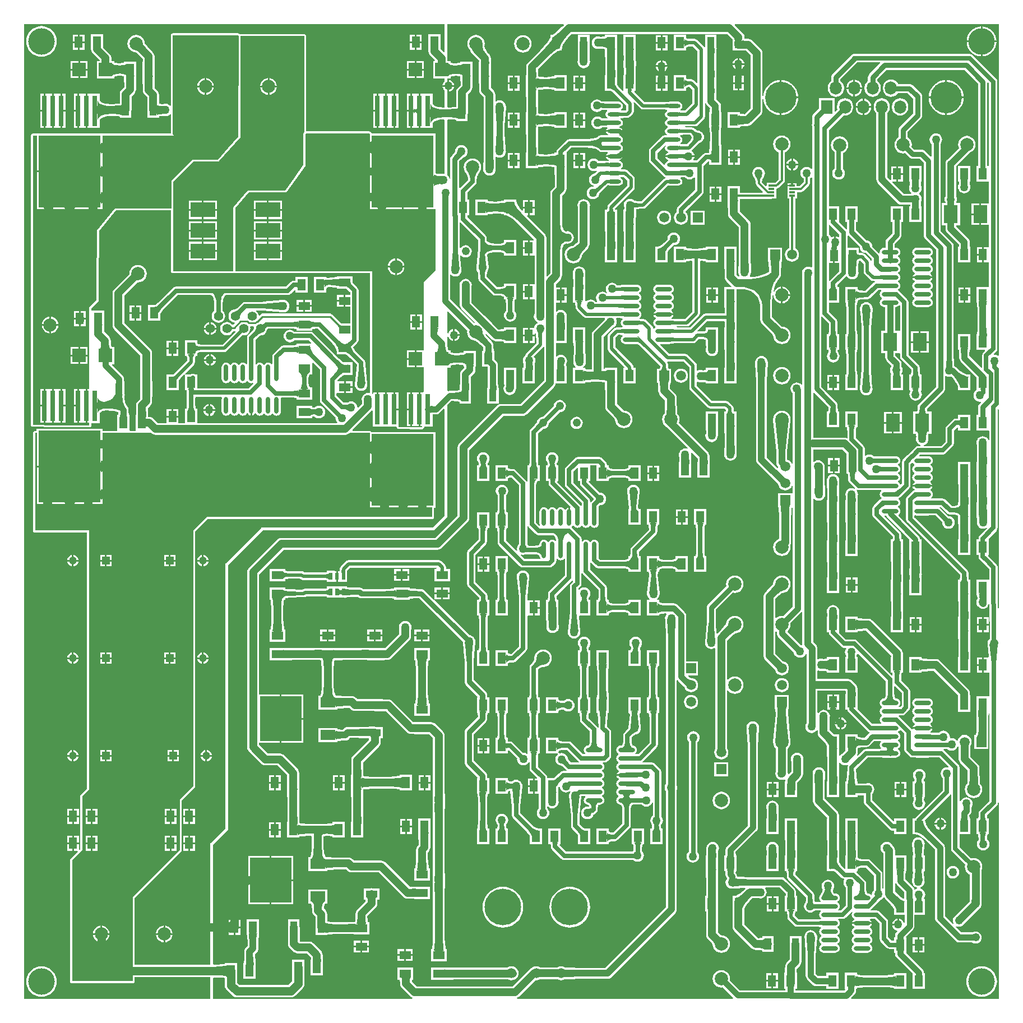
<source format=gtl>
G04*
G04 #@! TF.GenerationSoftware,Altium Limited,Altium Designer,18.0.7 (293)*
G04*
G04 Layer_Physical_Order=1*
G04 Layer_Color=255*
%FSLAX44Y44*%
%MOMM*%
G71*
G01*
G75*
%ADD11C,0.2540*%
%ADD20R,1.2700X1.7780*%
%ADD21R,0.5500X1.1000*%
%ADD22R,6.2230X6.7310*%
%ADD23R,2.2606X1.5240*%
%ADD24O,2.5000X0.7000*%
%ADD25O,0.7000X2.5000*%
%ADD26O,2.0000X0.6000*%
%ADD27R,0.8500X0.3000*%
%ADD28R,1.7780X1.2700*%
%ADD29R,9.4000X10.8000*%
%ADD30R,0.8000X4.6000*%
%ADD31R,1.1200X1.7200*%
%ADD32R,2.1590X2.7432*%
%ADD33R,1.7200X1.1200*%
%ADD34R,2.0000X2.0000*%
%ADD65C,0.8890*%
%ADD66C,0.6350*%
%ADD67C,1.1430*%
%ADD68C,0.7620*%
%ADD69C,1.0160*%
%ADD70C,0.3048*%
%ADD71C,1.2700*%
%ADD72C,0.5080*%
%ADD73C,0.7500*%
%ADD74O,1.8000X2.0000*%
%ADD75R,1.8000X2.0000*%
%ADD76C,4.7600*%
%ADD77C,2.0000*%
%ADD78C,1.2170*%
%ADD79R,3.7500X2.2500*%
%ADD80C,1.4000*%
%ADD81C,5.5200*%
%ADD82C,1.5000*%
%ADD83R,1.5000X1.5000*%
%ADD84R,1.5000X1.5000*%
%ADD85R,1.2000X1.2000*%
%ADD86C,1.2000*%
%ADD87C,4.0000*%
%ADD88C,0.6000*%
%ADD89C,1.2700*%
G36*
X648716Y1443847D02*
X647543Y1443361D01*
X642834Y1448070D01*
Y1470630D01*
X624038D01*
Y1446754D01*
X624588D01*
Y1444977D01*
X624889Y1442690D01*
X625772Y1440558D01*
X627177Y1438727D01*
X634266Y1431638D01*
X633740Y1430368D01*
X631792D01*
Y1404272D01*
X648716D01*
Y1399659D01*
X648218Y1399276D01*
X646793Y1397419D01*
X645897Y1395257D01*
X645759Y1394206D01*
X653288D01*
Y1402699D01*
X653288Y1402699D01*
Y1404272D01*
X654662D01*
X654809Y1404243D01*
X654957Y1404272D01*
X655072D01*
X655173Y1404264D01*
X655197Y1404272D01*
X657888D01*
Y1406531D01*
X658142Y1406673D01*
X659322Y1407081D01*
X660995Y1407461D01*
X667419Y1407974D01*
X669493Y1407740D01*
X671340Y1407430D01*
X672562Y1407117D01*
Y1405382D01*
X672634D01*
X673017Y1393922D01*
X668960Y1389866D01*
X667555Y1388035D01*
X666673Y1385904D01*
X666371Y1383616D01*
Y1361303D01*
X665525Y1361107D01*
X654216Y1360346D01*
X653288Y1361214D01*
Y1383173D01*
X653288Y1383173D01*
Y1391666D01*
X645759D01*
X645897Y1390615D01*
X646793Y1388453D01*
X648218Y1386596D01*
X648716Y1386213D01*
Y1361058D01*
X647806Y1360172D01*
X646228Y1360213D01*
X642551Y1360537D01*
X639386Y1361064D01*
X636744Y1361774D01*
X634638Y1362635D01*
X633056Y1363600D01*
X631951Y1364626D01*
X631225Y1365712D01*
X630790Y1366943D01*
X630618Y1368577D01*
Y1381198D01*
X616522D01*
Y1380690D01*
X612140D01*
Y1355150D01*
Y1329610D01*
X616522D01*
Y1329102D01*
X630618D01*
Y1333983D01*
X630790Y1335617D01*
X631225Y1336848D01*
X631951Y1337935D01*
X633056Y1338960D01*
X634638Y1339925D01*
X636744Y1340786D01*
X639386Y1341496D01*
X642551Y1342023D01*
X646228Y1342347D01*
X647806Y1342388D01*
X648716Y1341502D01*
Y1260650D01*
X647761Y1259813D01*
X646938Y1259921D01*
X646395Y1259850D01*
X646303Y1259868D01*
X646269Y1259861D01*
X646235Y1259867D01*
X639834Y1259727D01*
X638366Y1260007D01*
X637098Y1260376D01*
X636219Y1260757D01*
X635732Y1261078D01*
X635569Y1261252D01*
X635556Y1261278D01*
X635518Y1261537D01*
Y1320698D01*
X538976D01*
X538881Y1320981D01*
X538801Y1321379D01*
X538687Y1321550D01*
X538621Y1321744D01*
X538353Y1322050D01*
X538128Y1322387D01*
X537957Y1322501D01*
X537822Y1322655D01*
X536858Y1323395D01*
X536495Y1323574D01*
X536159Y1323799D01*
X535956Y1323840D01*
X535770Y1323931D01*
X535367Y1323958D01*
X534970Y1324037D01*
X439988Y1324160D01*
Y1468120D01*
X439751Y1469309D01*
X439077Y1470318D01*
X438069Y1470991D01*
X436880Y1471228D01*
X342154D01*
X341961Y1471189D01*
X341766Y1471203D01*
X340538Y1471049D01*
X340146Y1470918D01*
X339742Y1470838D01*
X339576Y1470728D01*
X339486Y1470698D01*
X338854Y1471332D01*
X338853Y1471333D01*
X338852Y1471333D01*
X338345Y1471672D01*
X337846Y1472006D01*
X337845Y1472007D01*
X337844Y1472007D01*
X337245Y1472126D01*
X336657Y1472244D01*
X336656Y1472243D01*
X336655Y1472244D01*
X238506D01*
X237317Y1472007D01*
X236308Y1471333D01*
X235635Y1470325D01*
X235398Y1469136D01*
Y1363038D01*
X234128Y1362607D01*
X233779Y1363063D01*
X231815Y1364569D01*
X229529Y1365516D01*
X227076Y1365839D01*
X224623Y1365516D01*
X223987Y1365253D01*
X220822Y1365429D01*
X219351Y1365606D01*
X218167Y1365822D01*
X217549Y1365991D01*
Y1379298D01*
X217247Y1381586D01*
X216364Y1383717D01*
X214960Y1385548D01*
X210800Y1389707D01*
X210837Y1397429D01*
X211051Y1405382D01*
X211358D01*
Y1408142D01*
X211377Y1408209D01*
X211362Y1408336D01*
X211387Y1408461D01*
X211358Y1408607D01*
Y1426033D01*
X211387Y1426180D01*
X211358Y1426326D01*
Y1429258D01*
X210954D01*
X210603Y1435381D01*
Y1437600D01*
X210302Y1439887D01*
X209419Y1442019D01*
X208014Y1443850D01*
X205690Y1446174D01*
X205565Y1446301D01*
X199769Y1452451D01*
X197252Y1455427D01*
X196441Y1456511D01*
X195921Y1457311D01*
X195739Y1457672D01*
X195669Y1457952D01*
X195661Y1457968D01*
X195380Y1460103D01*
X194065Y1463277D01*
X191974Y1466003D01*
X189248Y1468094D01*
X186074Y1469409D01*
X182668Y1469857D01*
X179262Y1469409D01*
X176088Y1468094D01*
X173362Y1466003D01*
X171270Y1463277D01*
X169956Y1460103D01*
X169507Y1456696D01*
X169956Y1453290D01*
X171270Y1450116D01*
X173362Y1447391D01*
X176088Y1445299D01*
X179262Y1443984D01*
X181396Y1443703D01*
X181412Y1443696D01*
X181692Y1443625D01*
X182054Y1443443D01*
X182741Y1442996D01*
X192898Y1433944D01*
X192842Y1429258D01*
X192562D01*
Y1426326D01*
X192533Y1426180D01*
X192562Y1426033D01*
Y1408607D01*
X192533Y1408461D01*
X192541Y1408419D01*
X192534Y1408377D01*
X192562Y1407334D01*
Y1405382D01*
X192615D01*
X193121Y1386595D01*
Y1386048D01*
X193423Y1383760D01*
X194305Y1381629D01*
X195710Y1379798D01*
X199871Y1375637D01*
Y1356360D01*
X200062Y1354912D01*
Y1344712D01*
X214132D01*
X214279Y1344683D01*
X214426Y1344712D01*
X217358D01*
Y1346677D01*
X218167Y1346898D01*
X219282Y1347101D01*
X224020Y1347454D01*
X224623Y1347204D01*
X227076Y1346881D01*
X229529Y1347204D01*
X231815Y1348151D01*
X233779Y1349657D01*
X234128Y1350113D01*
X235398Y1349682D01*
Y1320860D01*
X132117D01*
X131304Y1320698D01*
X33850D01*
X33037Y1320860D01*
X27686D01*
X26497Y1320623D01*
X26497Y1320623D01*
X25989Y1320413D01*
X25989Y1320413D01*
X24980Y1319739D01*
X24644Y1319236D01*
X24307Y1318731D01*
X24070Y1317542D01*
Y881126D01*
X24307Y879937D01*
X24980Y878929D01*
X25989Y878255D01*
X27178Y878018D01*
X42909D01*
X43014Y877913D01*
X44023Y877239D01*
X45212Y877002D01*
X112092D01*
X113281Y877239D01*
X114289Y877913D01*
X114963Y878921D01*
X115199Y880110D01*
Y883482D01*
X127694D01*
Y897026D01*
X127816Y898176D01*
X128098Y898975D01*
X128569Y899681D01*
X129319Y900376D01*
X130444Y901062D01*
X131992Y901694D01*
X133973Y902226D01*
X136376Y902626D01*
X137029Y902684D01*
X146159Y902102D01*
X149378Y901641D01*
X152186Y901080D01*
X154512Y900440D01*
X156164Y899812D01*
X155963Y897062D01*
X155823Y896058D01*
X155781Y895858D01*
X154402D01*
Y893122D01*
X154386Y893070D01*
X154401Y892924D01*
X154373Y892779D01*
X154402Y892633D01*
Y871982D01*
X153212Y871788D01*
X132594D01*
Y875078D01*
X32498D01*
Y871788D01*
X30480D01*
X29291Y871551D01*
X28282Y870878D01*
X27609Y869869D01*
X27372Y868680D01*
Y756920D01*
Y751840D01*
Y741680D01*
Y721360D01*
X27609Y720171D01*
X28282Y719163D01*
X29291Y718489D01*
X30480Y718252D01*
X108652D01*
Y331487D01*
X99403Y322238D01*
X98729Y321229D01*
X98492Y320040D01*
Y314960D01*
Y240049D01*
X97596Y239309D01*
X96490Y239781D01*
Y247650D01*
X88870D01*
Y237490D01*
X94276D01*
X94762Y236317D01*
X84163Y225718D01*
X83489Y224709D01*
X83252Y223520D01*
Y40640D01*
X83489Y39451D01*
X84163Y38442D01*
X85171Y37769D01*
X86360Y37532D01*
X177800D01*
X178989Y37769D01*
X179998Y38442D01*
X180671Y39451D01*
X180908Y40640D01*
Y46401D01*
X294640D01*
Y14127D01*
X14127Y14127D01*
X14127Y1485873D01*
X537210Y1485873D01*
D01*
X616204Y1485873D01*
D01*
X648716D01*
Y1443847D01*
D02*
G37*
G36*
X1098263Y1461830D02*
X1098544Y1461611D01*
X1099013Y1461419D01*
X1099668Y1461252D01*
X1100511Y1461111D01*
X1101541Y1460995D01*
X1104162Y1460841D01*
X1107531Y1460790D01*
Y1449360D01*
X1098199Y1449391D01*
X1098169Y1462074D01*
X1098263Y1461830D01*
D02*
G37*
G36*
X839184Y1474382D02*
X836113Y1471222D01*
X828839Y1462624D01*
X827061Y1460052D01*
X825606Y1457626D01*
X824474Y1455347D01*
X823666Y1453215D01*
X823181Y1451229D01*
X823019Y1449391D01*
X821707Y1449229D01*
X820192Y1448744D01*
X818476Y1447936D01*
X816557Y1446804D01*
X814436Y1445349D01*
X809587Y1441470D01*
X803930Y1436297D01*
X800798Y1433226D01*
X791675Y1440267D01*
X795514Y1444167D01*
X806829Y1456935D01*
X808648Y1459420D01*
X810062Y1461622D01*
X811072Y1463541D01*
X811678Y1465177D01*
X811880Y1466530D01*
X812667Y1466691D01*
X813710Y1467176D01*
X815012Y1467984D01*
X816570Y1469116D01*
X820461Y1472349D01*
X828228Y1479623D01*
X831332Y1482694D01*
X839184Y1474382D01*
D02*
G37*
G36*
X192810Y1456581D02*
X193222Y1455761D01*
X193892Y1454731D01*
X194820Y1453491D01*
X197450Y1450381D01*
X203330Y1444141D01*
X205806Y1441641D01*
X201765Y1437600D01*
X207480D01*
X207488Y1435430D01*
X207992Y1426636D01*
X208127Y1426294D01*
X208279Y1426180D01*
X195641D01*
X195718Y1426294D01*
X195788Y1426636D01*
X195849Y1427207D01*
X195947Y1429035D01*
X196021Y1435244D01*
X195224Y1436035D01*
X184633Y1445473D01*
X183603Y1446143D01*
X182783Y1446555D01*
X182173Y1446709D01*
X192656Y1457191D01*
X192810Y1456581D01*
D02*
G37*
G36*
X787400Y1405860D02*
X774761D01*
X774875Y1406017D01*
X774978Y1406489D01*
X775069Y1407275D01*
X775214Y1409792D01*
X775365Y1421590D01*
X786795D01*
X787400Y1405860D01*
D02*
G37*
G36*
X817880Y1388141D02*
X817652Y1388738D01*
X816966Y1389272D01*
X815823Y1389744D01*
X814223Y1390153D01*
X812166Y1390499D01*
X809651Y1390782D01*
X804025Y1391113D01*
X791057Y1390153D01*
X789457Y1389744D01*
X788314Y1389272D01*
X787628Y1388738D01*
X787400Y1388141D01*
X787285Y1387912D01*
X787182Y1387226D01*
X787091Y1386083D01*
X786849Y1376939D01*
X786825Y1371706D01*
X787400Y1349980D01*
X774761D01*
X774875Y1350208D01*
X774978Y1350894D01*
X775069Y1352037D01*
X775311Y1361181D01*
X775335Y1366414D01*
X774761Y1388141D01*
X787400D01*
Y1405860D01*
X787628Y1405262D01*
X788314Y1404727D01*
X789457Y1404256D01*
X791057Y1403847D01*
X793114Y1403501D01*
X795629Y1403218D01*
X801255Y1402887D01*
X814223Y1403847D01*
X815823Y1404256D01*
X816966Y1404727D01*
X817652Y1405262D01*
X817880Y1405860D01*
Y1388141D01*
D02*
G37*
G36*
X655038Y1426481D02*
X655724Y1425758D01*
X656867Y1425120D01*
X658467Y1424567D01*
X660525Y1424099D01*
X663039Y1423716D01*
X664412Y1423606D01*
X671983Y1424167D01*
X673583Y1424576D01*
X674726Y1425047D01*
X675412Y1425582D01*
X675640Y1426180D01*
Y1423077D01*
X677670Y1423035D01*
Y1411605D01*
X675640Y1411585D01*
Y1408461D01*
X688279D01*
X688165Y1408280D01*
X688062Y1407737D01*
X687971Y1406832D01*
X687772Y1401947D01*
X687675Y1390366D01*
X676245D01*
X675640Y1408461D01*
X675412Y1409058D01*
X674726Y1409592D01*
X673583Y1410064D01*
X671983Y1410473D01*
X669926Y1410819D01*
X667469Y1411095D01*
X660525Y1410541D01*
X658467Y1410073D01*
X656867Y1409520D01*
X655724Y1408882D01*
X655038Y1408159D01*
X654809Y1407350D01*
Y1411574D01*
X652781Y1411605D01*
Y1423035D01*
X654809Y1423050D01*
Y1427289D01*
X655038Y1426481D01*
D02*
G37*
G36*
X208165Y1408236D02*
X208062Y1407564D01*
X207971Y1406443D01*
X207729Y1397478D01*
X207675Y1386048D01*
X196245D01*
X195641Y1408461D01*
X208279D01*
X208165Y1408236D01*
D02*
G37*
G36*
X1485873Y985568D02*
X1484734Y985006D01*
X1484290Y985347D01*
X1482003Y986294D01*
X1479550Y986617D01*
X1478882Y986529D01*
X1478289Y987732D01*
X1482005Y991448D01*
X1483380Y993506D01*
X1483863Y995934D01*
Y1399286D01*
X1483380Y1401714D01*
X1482005Y1403772D01*
X1446445Y1439332D01*
X1444386Y1440708D01*
X1441958Y1441191D01*
X1267896D01*
X1266845Y1440982D01*
X1266433Y1440928D01*
X1266304Y1440874D01*
X1265468Y1440708D01*
X1263409Y1439332D01*
X1263172Y1438978D01*
X1234997Y1410803D01*
X1233898Y1409370D01*
X1233207Y1407702D01*
X1232971Y1405912D01*
Y1400327D01*
X1231296Y1399041D01*
X1229365Y1396525D01*
X1228151Y1393594D01*
X1227737Y1390449D01*
Y1388449D01*
X1228151Y1385303D01*
X1229365Y1382373D01*
X1231296Y1379856D01*
X1233813Y1377925D01*
X1236743Y1376711D01*
X1239889Y1376297D01*
X1243034Y1376711D01*
X1245965Y1377925D01*
X1248481Y1379856D01*
X1250413Y1382373D01*
X1251627Y1385303D01*
X1252041Y1388449D01*
Y1390449D01*
X1251627Y1393594D01*
X1250413Y1396525D01*
X1248481Y1399041D01*
X1246806Y1400327D01*
Y1403046D01*
X1272261Y1428501D01*
X1306463D01*
X1306949Y1427328D01*
X1290397Y1410776D01*
X1289298Y1409343D01*
X1288607Y1407675D01*
X1288371Y1405885D01*
Y1400327D01*
X1286696Y1399041D01*
X1284765Y1396525D01*
X1283551Y1393594D01*
X1283137Y1390449D01*
Y1388449D01*
X1283551Y1385303D01*
X1284765Y1382373D01*
X1286696Y1379856D01*
X1289213Y1377925D01*
X1292144Y1376711D01*
X1295289Y1376297D01*
X1298434Y1376711D01*
X1301365Y1377925D01*
X1303881Y1379856D01*
X1305813Y1382373D01*
X1307027Y1385303D01*
X1307441Y1388449D01*
Y1390449D01*
X1307027Y1393594D01*
X1305813Y1396525D01*
X1303881Y1399041D01*
X1302206Y1400327D01*
Y1403020D01*
X1316193Y1417007D01*
X1434013D01*
X1454883Y1396137D01*
Y1271778D01*
X1452402D01*
Y1247902D01*
X1471173D01*
Y1215136D01*
X1459230D01*
Y1198880D01*
Y1182624D01*
X1471173D01*
Y1150420D01*
X1470690Y1149350D01*
X1469903Y1149350D01*
X1463070D01*
Y1137920D01*
Y1126490D01*
X1469903D01*
X1470690Y1126490D01*
X1471173Y1125420D01*
Y1088898D01*
X1452402D01*
Y1068248D01*
X1452373Y1068101D01*
X1452395Y1067987D01*
X1452381Y1067872D01*
X1452402Y1067797D01*
Y1065022D01*
X1452778D01*
X1453600Y1051541D01*
X1453602Y1051022D01*
Y1034069D01*
X1453502Y1024751D01*
X1453175Y1018203D01*
X1453127Y1017778D01*
X1452402D01*
Y1015003D01*
X1452381Y1014928D01*
X1452395Y1014813D01*
X1452373Y1014699D01*
X1452402Y1014553D01*
Y993902D01*
X1464854D01*
X1465340Y992729D01*
X1462491Y989880D01*
X1461115Y987821D01*
X1460632Y985393D01*
Y967349D01*
X1459459Y966863D01*
X1441420Y984902D01*
X1441519Y989397D01*
X1441802Y992833D01*
X1441964Y993902D01*
X1443198D01*
Y996833D01*
X1443227Y996981D01*
X1443224Y996995D01*
X1443227Y997010D01*
X1443198Y997149D01*
Y1017778D01*
X1424402D01*
Y997149D01*
X1424373Y997010D01*
X1424376Y996995D01*
X1424373Y996981D01*
X1424402Y996833D01*
Y993902D01*
X1425609D01*
X1426229Y984598D01*
X1426242Y982586D01*
Y981834D01*
X1426500Y979878D01*
X1427255Y978055D01*
X1428456Y976490D01*
X1452402Y952544D01*
Y933488D01*
X1450495Y932025D01*
X1448989Y930061D01*
X1448042Y927775D01*
X1447719Y925322D01*
X1448042Y922869D01*
X1448989Y920583D01*
X1450495Y918619D01*
X1452458Y917113D01*
X1454745Y916166D01*
X1457198Y915843D01*
X1458554Y916021D01*
X1459147Y914818D01*
X1456909Y912580D01*
X1455809Y911148D01*
X1455119Y909479D01*
X1454883Y907689D01*
Y895858D01*
X1452402D01*
Y871982D01*
X1471198D01*
X1471681Y870912D01*
Y858151D01*
X1470411Y857899D01*
X1469979Y858941D01*
X1468473Y860905D01*
X1466510Y862411D01*
X1464223Y863358D01*
X1461770Y863681D01*
X1459317Y863358D01*
X1457030Y862411D01*
X1455067Y860905D01*
X1453561Y858941D01*
X1452614Y856655D01*
X1452291Y854202D01*
X1452614Y851749D01*
X1452961Y850910D01*
Y841121D01*
X1452923Y832909D01*
X1452707Y824738D01*
X1452402D01*
Y821962D01*
X1452381Y821886D01*
X1452395Y821772D01*
X1452373Y821659D01*
X1452402Y821513D01*
Y804088D01*
X1452373Y803941D01*
X1452381Y803900D01*
X1452374Y803858D01*
X1452402Y802794D01*
Y800862D01*
X1452453D01*
X1452961Y781641D01*
Y780161D01*
X1452923Y771949D01*
X1452707Y763778D01*
X1452402D01*
Y761002D01*
X1452381Y760926D01*
X1452395Y760812D01*
X1452373Y760699D01*
X1452402Y760553D01*
Y743210D01*
X1452375Y743096D01*
X1452384Y743038D01*
X1452373Y742980D01*
X1452402Y742833D01*
Y739902D01*
X1453157D01*
X1453362Y736585D01*
X1453122Y736005D01*
X1452799Y733552D01*
X1453122Y731099D01*
X1454069Y728812D01*
X1455575Y726849D01*
X1457538Y725343D01*
X1459825Y724396D01*
X1462278Y724073D01*
X1464731Y724396D01*
X1467018Y725343D01*
X1467697Y725864D01*
X1468537Y724908D01*
X1457314Y713684D01*
X1455938Y711626D01*
X1455455Y709198D01*
Y707898D01*
X1452402D01*
Y684022D01*
X1455426D01*
X1455455Y683615D01*
Y681960D01*
X1455938Y679532D01*
X1457314Y677474D01*
X1462106Y672681D01*
X1462617Y671916D01*
X1471619Y662914D01*
X1471693Y648003D01*
X1470428Y646938D01*
X1452402D01*
Y626499D01*
X1452389Y626456D01*
X1452402Y626318D01*
Y626287D01*
X1452373Y626141D01*
X1452402Y625993D01*
Y623062D01*
X1453239D01*
X1453569Y617983D01*
X1453307Y617641D01*
X1452360Y615355D01*
X1452037Y612902D01*
X1452360Y610449D01*
X1453307Y608162D01*
X1454813Y606199D01*
X1456167Y605161D01*
X1456257Y605043D01*
X1457955Y603740D01*
X1459932Y602921D01*
X1462054Y602642D01*
X1464176Y602921D01*
X1466153Y603740D01*
X1467851Y605043D01*
X1469154Y606741D01*
X1469973Y608718D01*
X1469981Y608780D01*
X1470672Y610449D01*
X1471879Y610193D01*
X1472138Y557805D01*
X1471577Y557375D01*
X1470071Y555411D01*
X1469124Y553125D01*
X1468801Y550672D01*
X1468872Y550129D01*
X1468854Y550037D01*
X1468885Y549879D01*
X1468870Y549719D01*
X1470813Y530809D01*
X1469661Y529590D01*
X1463070D01*
Y518160D01*
Y506730D01*
X1470665D01*
X1470690Y506730D01*
X1471935Y506670D01*
Y471376D01*
X1470888Y470837D01*
X1470665Y470837D01*
X1452092D01*
Y450186D01*
X1452063Y450039D01*
X1452071Y449998D01*
X1452064Y449957D01*
X1452092Y448893D01*
Y446961D01*
X1452143D01*
X1452614Y429162D01*
X1452525Y424075D01*
X1452101Y417846D01*
X1451800Y415523D01*
X1451448Y413705D01*
X1451088Y412482D01*
X1451044Y412390D01*
X1449073D01*
Y409613D01*
X1449051Y409536D01*
X1449066Y409423D01*
X1449043Y409312D01*
X1449073Y409165D01*
Y391294D01*
X1457755D01*
X1457782Y391283D01*
X1460070Y390982D01*
X1462358Y391283D01*
X1462385Y391294D01*
X1470168D01*
Y400022D01*
X1470329Y401241D01*
Y430577D01*
X1470367Y438790D01*
X1470550Y445706D01*
X1470665Y445774D01*
X1471935Y445050D01*
Y312762D01*
X1457314Y298141D01*
X1455938Y296082D01*
X1455455Y293654D01*
Y291841D01*
X1455397Y290090D01*
X1455259Y288715D01*
X1455074Y287570D01*
X1454862Y286707D01*
X1454697Y286258D01*
X1452402D01*
Y283326D01*
X1452373Y283179D01*
X1452402Y283032D01*
Y265607D01*
X1452373Y265460D01*
X1452402Y265313D01*
Y262382D01*
X1454554D01*
X1454580Y262324D01*
X1454822Y261525D01*
X1455040Y260451D01*
X1455455Y255418D01*
Y253865D01*
X1454323Y252390D01*
X1453376Y250103D01*
X1453053Y247650D01*
X1453376Y245197D01*
X1454323Y242910D01*
X1455829Y240947D01*
X1457793Y239441D01*
X1460079Y238494D01*
X1462532Y238171D01*
X1464985Y238494D01*
X1467272Y239441D01*
X1469235Y240947D01*
X1470741Y242910D01*
X1471688Y245197D01*
X1472011Y247650D01*
X1471688Y250103D01*
X1470741Y252390D01*
X1469235Y254353D01*
X1468145Y255189D01*
Y255574D01*
X1468353Y258936D01*
X1468545Y260374D01*
X1468778Y261525D01*
X1469020Y262324D01*
X1469046Y262382D01*
X1471198D01*
Y265313D01*
X1471227Y265460D01*
X1471198Y265607D01*
Y283032D01*
X1471227Y283179D01*
X1471198Y283326D01*
Y286258D01*
X1468903D01*
X1468738Y286707D01*
X1468526Y287570D01*
X1468347Y288677D01*
X1468169Y291050D01*
X1482767Y305648D01*
X1484142Y307706D01*
X1484625Y310134D01*
X1485873Y310081D01*
X1485873Y14127D01*
X1263161Y14127D01*
X1262675Y15301D01*
X1268114Y20740D01*
X1269315Y22305D01*
X1270070Y24128D01*
X1270328Y26084D01*
Y29303D01*
X1272156D01*
Y30415D01*
X1287697Y31378D01*
X1288698Y31383D01*
X1308300D01*
X1319094Y31151D01*
X1324384Y30720D01*
X1326224Y30446D01*
X1327376Y30185D01*
Y28639D01*
X1330308D01*
X1330455Y28610D01*
X1330477Y28614D01*
X1330500Y28610D01*
X1330635Y28639D01*
X1346172D01*
Y52515D01*
X1330602D01*
X1330455Y52544D01*
X1330360Y52525D01*
X1330264Y52538D01*
X1330175Y52515D01*
X1327376D01*
Y50602D01*
X1327318Y50575D01*
X1326085Y50225D01*
X1324351Y49901D01*
X1311824Y49079D01*
X1309556Y49060D01*
X1291183D01*
X1283860Y49209D01*
X1277657Y49693D01*
X1275359Y50035D01*
X1273573Y50433D01*
X1272387Y50834D01*
X1272156Y50960D01*
Y53179D01*
X1269454D01*
X1269422Y53189D01*
X1269305Y53179D01*
X1269224D01*
X1269077Y53208D01*
X1268930Y53179D01*
X1253360D01*
Y29303D01*
X1253505D01*
X1254031Y28033D01*
X1252769Y26770D01*
X1179024D01*
Y29247D01*
X1180864D01*
Y53123D01*
X1180432D01*
Y56121D01*
X1180720Y59003D01*
X1185240Y63522D01*
X1186645Y65353D01*
X1187527Y67484D01*
X1187829Y69772D01*
Y96520D01*
X1187638Y97968D01*
Y108168D01*
X1170342D01*
Y97968D01*
X1170151Y96520D01*
Y73433D01*
X1165990Y69272D01*
X1165554Y68704D01*
X1165064Y68182D01*
X1164855Y67792D01*
X1164585Y67441D01*
X1164312Y66780D01*
X1163973Y66149D01*
X1163872Y65718D01*
X1163702Y65310D01*
X1163609Y64600D01*
X1163445Y63903D01*
X1162798Y57443D01*
X1162812Y57001D01*
X1162754Y56562D01*
Y53123D01*
X1162068D01*
Y29247D01*
X1163908D01*
Y26853D01*
X1094553D01*
X1079519Y41887D01*
X1079807Y44072D01*
X1079359Y47478D01*
X1078044Y50652D01*
X1075952Y53378D01*
X1073227Y55469D01*
X1070053Y56784D01*
X1066646Y57233D01*
X1063240Y56784D01*
X1060066Y55469D01*
X1057340Y53378D01*
X1055249Y50652D01*
X1053934Y47478D01*
X1053486Y44072D01*
X1053934Y40666D01*
X1055249Y37492D01*
X1057340Y34766D01*
X1060066Y32675D01*
X1063240Y31360D01*
X1066646Y30911D01*
X1068831Y31199D01*
X1084730Y15301D01*
X1084244Y14127D01*
X758437Y14127D01*
X758185Y15397D01*
X759561Y15968D01*
X761392Y17372D01*
X785969Y41949D01*
X787400Y41761D01*
X790154Y42123D01*
X792719Y43186D01*
X793208Y43561D01*
X819092D01*
X819581Y43186D01*
X822146Y42123D01*
X824900Y41761D01*
X827654Y42123D01*
X830219Y43186D01*
X830871Y43686D01*
X861221Y44202D01*
X894918D01*
X897040Y44481D01*
X899017Y45300D01*
X900715Y46603D01*
X997159Y143047D01*
X998462Y144745D01*
X999281Y146722D01*
X999560Y148844D01*
Y329454D01*
X1000010Y330541D01*
X1000333Y332994D01*
X1000010Y335447D01*
X999560Y336534D01*
Y494886D01*
X1000401Y495171D01*
X1000830Y495210D01*
X1002190Y493849D01*
X1010456Y485544D01*
X1010764Y485224D01*
X1010804Y484926D01*
X1011866Y482360D01*
X1013557Y480157D01*
X1015760Y478466D01*
X1018326Y477403D01*
X1021080Y477041D01*
X1023834Y477403D01*
X1026400Y478466D01*
X1028603Y480157D01*
X1030294Y482360D01*
X1031357Y484926D01*
X1031719Y487680D01*
X1031357Y490434D01*
X1030294Y492999D01*
X1028603Y495203D01*
X1026400Y496894D01*
X1023834Y497957D01*
X1021080Y498319D01*
X1020984Y498306D01*
X1020958Y498309D01*
X1020659Y498405D01*
X1020081Y498679D01*
X1019290Y499150D01*
X1018398Y499767D01*
X1016577Y501342D01*
X1017021Y502532D01*
X1031628D01*
Y523628D01*
X1013652D01*
Y592645D01*
X1013394Y594601D01*
X1012639Y596423D01*
X1011438Y597989D01*
X1000579Y608848D01*
X999013Y610049D01*
X997191Y610804D01*
X995235Y611062D01*
X987967D01*
X981869Y611269D01*
X979401Y611520D01*
X977310Y611864D01*
X975648Y612279D01*
X974443Y612729D01*
X973719Y613139D01*
X973443Y613393D01*
X973426Y613422D01*
X973358Y613815D01*
Y616458D01*
X970426D01*
X970279Y616487D01*
X970133Y616458D01*
X970122D01*
X969691Y617728D01*
X970887Y618645D01*
X972393Y620608D01*
X973340Y622895D01*
X973663Y625348D01*
X973592Y625891D01*
X973610Y625983D01*
X973578Y626141D01*
X973594Y626301D01*
X970685Y654616D01*
X970719Y655197D01*
X970899Y656650D01*
X971118Y657816D01*
X971344Y658622D01*
X973358D01*
Y661313D01*
X973366Y661338D01*
X973446Y662017D01*
X973527Y662222D01*
X973694Y662446D01*
X974067Y662757D01*
X974742Y663126D01*
X975753Y663496D01*
X977097Y663820D01*
X978760Y664068D01*
X980621Y664215D01*
X990419D01*
X992280Y664068D01*
X993943Y663820D01*
X995287Y663496D01*
X996298Y663126D01*
X996973Y662757D01*
X997346Y662446D01*
X997513Y662222D01*
X997594Y662017D01*
X997674Y661338D01*
X997682Y661313D01*
Y658622D01*
X1000613D01*
X1000760Y658593D01*
X1000908Y658622D01*
X1001023D01*
X1001123Y658614D01*
X1001148Y658622D01*
X1016478D01*
Y682498D01*
X1001148D01*
X1001123Y682506D01*
X1001023Y682498D01*
X1000908D01*
X1000760Y682527D01*
X1000613Y682498D01*
X997682D01*
Y679807D01*
X997674Y679782D01*
X997594Y679103D01*
X997513Y678898D01*
X997346Y678674D01*
X996973Y678363D01*
X996298Y677994D01*
X995287Y677624D01*
X993943Y677300D01*
X992280Y677052D01*
X990419Y676905D01*
X980621D01*
X978760Y677052D01*
X977097Y677300D01*
X975753Y677624D01*
X974742Y677994D01*
X974067Y678363D01*
X973694Y678674D01*
X973527Y678898D01*
X973446Y679103D01*
X973366Y679782D01*
X973358Y679807D01*
Y682498D01*
X970426D01*
X970279Y682527D01*
X970133Y682498D01*
X970017D01*
X969917Y682506D01*
X969892Y682498D01*
X954562D01*
Y661848D01*
X954533Y661701D01*
X954562Y661553D01*
Y658622D01*
X956848D01*
X956909Y658497D01*
X957163Y657715D01*
X957392Y656660D01*
X957638Y653873D01*
X954775Y626304D01*
X954790Y626142D01*
X954758Y625983D01*
X954776Y625891D01*
X954705Y625348D01*
X955028Y622895D01*
X955975Y620608D01*
X957481Y618645D01*
X958677Y617728D01*
X958246Y616458D01*
X954562D01*
Y592582D01*
X970133D01*
X970279Y592553D01*
X970426Y592582D01*
X970590D01*
X970664Y592577D01*
X970680Y592582D01*
X973358D01*
Y594621D01*
X974000Y594849D01*
X975319Y595157D01*
X977020Y595423D01*
X983532Y595838D01*
X984188Y594607D01*
X983153Y593257D01*
X982206Y590971D01*
X981883Y588518D01*
X981954Y587975D01*
X981936Y587883D01*
X981949Y587816D01*
X981939Y587748D01*
X983164Y559481D01*
Y338410D01*
X982645Y337733D01*
X981698Y335447D01*
X981375Y332994D01*
X981698Y330541D01*
X982645Y328255D01*
X983164Y327578D01*
Y152240D01*
X891522Y60598D01*
X861221D01*
X830871Y61114D01*
X830219Y61614D01*
X827654Y62677D01*
X824900Y63039D01*
X822146Y62677D01*
X819581Y61614D01*
X819092Y61239D01*
X793208D01*
X792719Y61614D01*
X790154Y62677D01*
X787400Y63039D01*
X784646Y62677D01*
X782081Y61614D01*
X780691Y60548D01*
X779501Y60054D01*
X777670Y58650D01*
X751481Y32461D01*
X606911D01*
X599266Y40106D01*
X599296Y41019D01*
X599436Y42642D01*
X601218D01*
Y61438D01*
X577342D01*
Y42642D01*
X581220D01*
X581531Y38201D01*
Y36503D01*
X581832Y34215D01*
X582715Y32083D01*
X584119Y30253D01*
X597000Y17372D01*
X598831Y15968D01*
X600207Y15397D01*
X599955Y14127D01*
X299212Y14127D01*
Y45436D01*
X300118Y46326D01*
X307465Y46198D01*
X313401Y45807D01*
X315509Y45553D01*
X316881Y45301D01*
Y34320D01*
X317204Y31867D01*
X318151Y29580D01*
X319657Y27617D01*
X328577Y18697D01*
X330540Y17191D01*
X332827Y16244D01*
X335280Y15921D01*
X416560D01*
X419013Y16244D01*
X421300Y17191D01*
X423263Y18697D01*
X434663Y30097D01*
X436169Y32060D01*
X437116Y34347D01*
X437439Y36800D01*
Y60960D01*
X437358Y61576D01*
Y72898D01*
X418562D01*
Y61576D01*
X418481Y60960D01*
Y40726D01*
X412634Y34879D01*
X339206D01*
X335839Y38246D01*
Y55880D01*
X335758Y56496D01*
Y67818D01*
X320390D01*
X320341Y67833D01*
X320194Y67818D01*
X320187D01*
X320041Y67847D01*
X319893Y67818D01*
X316962D01*
Y66522D01*
X300482Y65436D01*
X299212Y66599D01*
X299212Y246703D01*
X321402Y268894D01*
X321553Y269060D01*
X321802Y269432D01*
X321973Y269846D01*
X322061Y270286D01*
X322072Y270510D01*
X322072Y270510D01*
Y669359D01*
X374073Y721360D01*
X631698D01*
X631922Y721371D01*
X632361Y721458D01*
X632775Y721630D01*
X633148Y721879D01*
X633314Y722029D01*
X633315Y722029D01*
X652618Y741333D01*
X652769Y741500D01*
X653018Y741872D01*
X653189Y742286D01*
X653277Y742726D01*
X653288Y742950D01*
X653288Y742950D01*
Y910824D01*
X659441Y916976D01*
X660210Y916967D01*
X665725Y916647D01*
X667837Y916384D01*
X669561Y916056D01*
X670833Y915696D01*
X671603Y915364D01*
X671642Y915337D01*
Y912912D01*
X674574D01*
X674721Y912883D01*
X674867Y912912D01*
X688938D01*
Y932982D01*
X688967Y933130D01*
X688960Y933167D01*
X688966Y933204D01*
X688938Y934381D01*
Y936208D01*
X688894D01*
X688488Y953055D01*
Y953246D01*
X692837Y957595D01*
X694140Y959293D01*
X694959Y961270D01*
X695238Y963392D01*
Y964897D01*
X695319Y967400D01*
X695414Y968502D01*
X696438D01*
Y992378D01*
X680867D01*
X680721Y992407D01*
X680574Y992378D01*
X680459D01*
X680358Y992386D01*
X680333Y992378D01*
X677642D01*
Y990233D01*
X677617Y990220D01*
X676615Y989873D01*
X675170Y989545D01*
X667324Y988920D01*
X665060Y989056D01*
X662625Y989371D01*
X660630Y989764D01*
X659138Y990203D01*
X658198Y990623D01*
X657896Y990841D01*
X657888Y990879D01*
Y993488D01*
X654962D01*
X654941Y993491D01*
X654809Y993517D01*
X654789Y993513D01*
X654763Y993517D01*
X654653Y993617D01*
X654385Y994013D01*
X654047Y994771D01*
X653713Y995891D01*
X653435Y997309D01*
X653288Y998920D01*
Y1013647D01*
X654558Y1013900D01*
X655335Y1012025D01*
X656760Y1010168D01*
X658617Y1008743D01*
X660779Y1007847D01*
X661830Y1007709D01*
Y1016508D01*
Y1025307D01*
X660779Y1025169D01*
X658617Y1024273D01*
X656760Y1022848D01*
X655335Y1020991D01*
X654558Y1019117D01*
X653288Y1019369D01*
Y1051404D01*
X654461Y1051890D01*
X683087Y1023265D01*
X682799Y1021080D01*
X683248Y1017674D01*
X684563Y1014500D01*
X686654Y1011774D01*
X689380Y1009683D01*
X692554Y1008368D01*
X694567Y1008103D01*
X694658Y1008063D01*
X695166Y1007953D01*
X695714Y1007717D01*
X696639Y1007181D01*
X697760Y1006412D01*
X707266Y998045D01*
X707431Y997881D01*
X707414Y996912D01*
X707201Y993815D01*
X707058Y992723D01*
X706990Y992378D01*
X705642D01*
Y989607D01*
X705622Y989535D01*
X705636Y989416D01*
X705613Y989299D01*
X705642Y989153D01*
Y968502D01*
X713750D01*
X714232Y968019D01*
Y950621D01*
X714059Y939653D01*
X713844Y936254D01*
X713839Y936208D01*
X713142D01*
Y933468D01*
X713126Y933413D01*
X713141Y933270D01*
X713113Y933130D01*
X713142Y932982D01*
Y912912D01*
X730438D01*
Y932982D01*
X730467Y933130D01*
X730439Y933270D01*
X730454Y933413D01*
X730438Y933468D01*
Y936208D01*
X730076D01*
X729354Y947635D01*
X729348Y949425D01*
Y971150D01*
X729090Y973106D01*
X728335Y974929D01*
X727134Y976494D01*
X727134Y976494D01*
X724438Y979190D01*
Y989153D01*
X724467Y989299D01*
X724444Y989416D01*
X724458Y989535D01*
X724438Y989607D01*
Y992378D01*
X723090D01*
X723041Y992628D01*
X722611Y998884D01*
X722598Y1000412D01*
Y1000984D01*
X722340Y1002940D01*
X721585Y1004763D01*
X720447Y1006246D01*
X720428Y1006276D01*
X720408Y1006297D01*
X720384Y1006328D01*
X720247Y1006466D01*
X716108Y1010788D01*
X712814Y1014644D01*
X711578Y1016283D01*
X710583Y1017759D01*
X710508Y1017890D01*
X711524Y1018670D01*
X720444Y1009750D01*
X722275Y1008345D01*
X724406Y1007462D01*
X726694Y1007161D01*
X728116D01*
X729443Y1007147D01*
X734081Y1006903D01*
X735847Y1006704D01*
X737284Y1006457D01*
X738329Y1006189D01*
X738602Y1006083D01*
Y1004062D01*
X741534D01*
X741681Y1004033D01*
X741827Y1004062D01*
X757398D01*
Y1027938D01*
X741827D01*
X741681Y1027967D01*
X741534Y1027938D01*
X738602D01*
Y1025917D01*
X738329Y1025811D01*
X737284Y1025543D01*
X735913Y1025307D01*
X730280Y1024913D01*
X721001Y1034193D01*
X720465Y1034891D01*
X709771Y1045585D01*
X709073Y1046121D01*
X689559Y1065635D01*
Y1089673D01*
X689618Y1089816D01*
X689932Y1092200D01*
X689618Y1094584D01*
X688698Y1096806D01*
X687234Y1098714D01*
X685326Y1100178D01*
X683104Y1101098D01*
X680720Y1101412D01*
X678336Y1101098D01*
X676114Y1100178D01*
X674206Y1098714D01*
X672742Y1096806D01*
X671822Y1094584D01*
X671508Y1092200D01*
X671822Y1089816D01*
X671881Y1089673D01*
Y1061974D01*
X672183Y1059686D01*
X673065Y1057555D01*
X674470Y1055724D01*
X694307Y1035888D01*
X693890Y1034508D01*
X693333Y1034396D01*
X657133Y1070595D01*
Y1107463D01*
X657197Y1107485D01*
X658403Y1107747D01*
X660232Y1106343D01*
X662519Y1105396D01*
X664972Y1105073D01*
X667425Y1105396D01*
X669712Y1106343D01*
X671675Y1107849D01*
X673181Y1109812D01*
X674128Y1112099D01*
X674451Y1114552D01*
X674380Y1115095D01*
X674398Y1115187D01*
X674369Y1115335D01*
X674383Y1115485D01*
X672743Y1132502D01*
X672420Y1136728D01*
X673658Y1137202D01*
X674206Y1136486D01*
X676114Y1135022D01*
X678336Y1134102D01*
X680720Y1133788D01*
X683104Y1134102D01*
X685326Y1135022D01*
X687234Y1136486D01*
X688698Y1138394D01*
X689618Y1140616D01*
X689932Y1143000D01*
X689618Y1145384D01*
X688698Y1147606D01*
X687234Y1149514D01*
X685326Y1150978D01*
X683104Y1151898D01*
X680720Y1152212D01*
X678336Y1151898D01*
X676114Y1150978D01*
X674206Y1149514D01*
X673099Y1148070D01*
X671829Y1148501D01*
Y1186080D01*
X673099Y1186606D01*
X699775Y1159930D01*
Y1146661D01*
X696973Y1118516D01*
X696988Y1118361D01*
X696958Y1118208D01*
X696976Y1118116D01*
X696908Y1117600D01*
X697222Y1115216D01*
X698142Y1112994D01*
X698867Y1112050D01*
X698925Y1111908D01*
X699038Y1111736D01*
X699098Y1111592D01*
X699227Y1111145D01*
X699347Y1110561D01*
X699775Y1104558D01*
Y1102106D01*
X700258Y1099678D01*
X701634Y1097619D01*
X721191Y1078062D01*
X723250Y1076686D01*
X725678Y1076203D01*
X731263D01*
X733170Y1076039D01*
X734812Y1075772D01*
X736134Y1075425D01*
X737126Y1075029D01*
X737792Y1074632D01*
X738179Y1074282D01*
X738384Y1073981D01*
X738504Y1073651D01*
X738591Y1072847D01*
X738602Y1072811D01*
Y1070102D01*
X740754D01*
X740780Y1070044D01*
X741022Y1069245D01*
X741240Y1068171D01*
X741655Y1063138D01*
Y1053180D01*
X741327Y1052929D01*
X739821Y1050965D01*
X738874Y1048679D01*
X738551Y1046226D01*
X738874Y1043773D01*
X739821Y1041487D01*
X741327Y1039523D01*
X743290Y1038017D01*
X745577Y1037070D01*
X748030Y1036747D01*
X750483Y1037070D01*
X752769Y1038017D01*
X754733Y1039523D01*
X756239Y1041487D01*
X757186Y1043773D01*
X757509Y1046226D01*
X757186Y1048679D01*
X756239Y1050965D01*
X754733Y1052929D01*
X754345Y1053226D01*
Y1063294D01*
X754553Y1066656D01*
X754745Y1068094D01*
X754978Y1069245D01*
X755220Y1070044D01*
X755246Y1070102D01*
X757398D01*
Y1073034D01*
X757427Y1073180D01*
X757398Y1073327D01*
Y1093978D01*
X742089D01*
X742078Y1093982D01*
X742025Y1093978D01*
X741827D01*
X741681Y1094007D01*
X741534Y1093978D01*
X738602D01*
Y1091308D01*
X738598Y1091298D01*
X738528Y1090749D01*
X738493Y1090668D01*
X738366Y1090514D01*
X738004Y1090239D01*
X737315Y1089896D01*
X736282Y1089551D01*
X734965Y1089262D01*
X731338Y1088893D01*
X728306D01*
X712469Y1104730D01*
X712528Y1107113D01*
X712739Y1109556D01*
X712870Y1110448D01*
X713013Y1111145D01*
X713142Y1111592D01*
X713202Y1111736D01*
X713315Y1111908D01*
X713373Y1112050D01*
X714098Y1112994D01*
X715018Y1115216D01*
X715332Y1117600D01*
X715264Y1118116D01*
X715282Y1118208D01*
X715252Y1118361D01*
X715267Y1118516D01*
X713317Y1138097D01*
X713392Y1138209D01*
X714229Y1138987D01*
X715465Y1139742D01*
X717149Y1140431D01*
X719291Y1141007D01*
X721880Y1141439D01*
X724903Y1141706D01*
X726022Y1141735D01*
X731339D01*
X733200Y1141588D01*
X734863Y1141340D01*
X736207Y1141016D01*
X737218Y1140646D01*
X737893Y1140276D01*
X738266Y1139966D01*
X738433Y1139742D01*
X738514Y1139537D01*
X738594Y1138858D01*
X738602Y1138833D01*
Y1136142D01*
X741534D01*
X741681Y1136113D01*
X741827Y1136142D01*
X741943D01*
X742043Y1136134D01*
X742068Y1136142D01*
X757398D01*
Y1160018D01*
X742068D01*
X742043Y1160026D01*
X741943Y1160018D01*
X741827D01*
X741681Y1160047D01*
X741534Y1160018D01*
X738602D01*
Y1157327D01*
X738594Y1157302D01*
X738514Y1156624D01*
X738433Y1156418D01*
X738266Y1156194D01*
X737893Y1155883D01*
X737218Y1155514D01*
X736207Y1155144D01*
X734863Y1154820D01*
X733200Y1154572D01*
X731339Y1154425D01*
X726022D01*
X724903Y1154454D01*
X721880Y1154721D01*
X719291Y1155153D01*
X717149Y1155729D01*
X715465Y1156418D01*
X714229Y1157173D01*
X713392Y1157951D01*
X712858Y1158752D01*
X712538Y1159660D01*
X712465Y1160352D01*
Y1162558D01*
X711982Y1164986D01*
X710607Y1167045D01*
X683225Y1194426D01*
Y1197102D01*
X686278D01*
Y1220978D01*
X683225D01*
Y1231528D01*
X695367Y1243670D01*
X696742Y1245728D01*
X697225Y1248156D01*
Y1250158D01*
X697333Y1251584D01*
X697542Y1253163D01*
X697832Y1254653D01*
X698198Y1256055D01*
X698641Y1257371D01*
X699157Y1258604D01*
X699746Y1259758D01*
X700408Y1260836D01*
X701219Y1261946D01*
X701330Y1262185D01*
X702277Y1263420D01*
X703592Y1266594D01*
X704041Y1270000D01*
X703592Y1273406D01*
X702277Y1276580D01*
X700186Y1279306D01*
X697460Y1281397D01*
X694286Y1282712D01*
X690880Y1283161D01*
X687474Y1282712D01*
X684300Y1281397D01*
X681574Y1279306D01*
X679483Y1276580D01*
X678168Y1273406D01*
X677719Y1270000D01*
X678168Y1266594D01*
X679483Y1263420D01*
X680430Y1262185D01*
X680541Y1261946D01*
X681352Y1260836D01*
X682014Y1259757D01*
X682603Y1258604D01*
X683119Y1257371D01*
X683562Y1256055D01*
X683928Y1254653D01*
X684209Y1253206D01*
X684467Y1250716D01*
X672393Y1238643D01*
X672312Y1238521D01*
X671097Y1238889D01*
Y1279473D01*
X673089Y1281442D01*
X676373Y1284519D01*
X676575Y1284687D01*
X676823Y1284720D01*
X679109Y1285667D01*
X681073Y1287173D01*
X682579Y1289137D01*
X683526Y1291423D01*
X683849Y1293876D01*
X683526Y1296329D01*
X682579Y1298616D01*
X681073Y1300579D01*
X679109Y1302085D01*
X676823Y1303032D01*
X674370Y1303355D01*
X671917Y1303032D01*
X669631Y1302085D01*
X667667Y1300579D01*
X666161Y1298616D01*
X665214Y1296329D01*
X664979Y1294545D01*
X664941Y1294434D01*
X664901Y1294129D01*
X664837Y1293926D01*
X664649Y1293514D01*
X664320Y1292941D01*
X663847Y1292234D01*
X663263Y1291457D01*
X660521Y1288343D01*
X659368Y1287165D01*
X659330Y1287107D01*
X658302Y1285767D01*
X657617Y1284113D01*
X657383Y1282339D01*
Y1252833D01*
X656113Y1252749D01*
X656094Y1252895D01*
X655147Y1255182D01*
X653641Y1257145D01*
X653288Y1257415D01*
Y1341405D01*
X654196Y1342293D01*
X658276Y1342203D01*
X663561Y1341763D01*
X665397Y1341483D01*
X666562Y1341213D01*
Y1339632D01*
X669493D01*
X669641Y1339603D01*
X669650Y1339605D01*
X669660Y1339603D01*
X669802Y1339632D01*
X683858D01*
Y1349832D01*
X684049Y1351280D01*
Y1379955D01*
X688210Y1384116D01*
X689614Y1385947D01*
X690498Y1388078D01*
X690799Y1390366D01*
Y1392256D01*
X690879Y1401870D01*
X691022Y1405382D01*
X691358D01*
Y1408313D01*
X691387Y1408461D01*
X691358Y1408607D01*
Y1429258D01*
X675788D01*
X675640Y1429287D01*
X675598Y1429279D01*
X675556Y1429286D01*
X675432Y1429258D01*
X672562D01*
Y1427522D01*
X671480Y1427246D01*
X664420Y1426723D01*
X663397Y1426805D01*
X661104Y1427154D01*
X659322Y1427559D01*
X658142Y1427967D01*
X657888Y1428109D01*
Y1430368D01*
X655197D01*
X655173Y1430376D01*
X655072Y1430368D01*
X654957D01*
X654809Y1430397D01*
X654662Y1430368D01*
X653288D01*
Y1485873D01*
X828434D01*
X828920Y1484699D01*
X827016Y1482796D01*
X826072Y1481862D01*
X818403Y1474680D01*
X814662Y1471571D01*
X813277Y1470565D01*
X812230Y1469915D01*
X811686Y1469662D01*
X811422Y1469608D01*
X808802D01*
Y1466956D01*
X808652Y1465954D01*
X808228Y1464810D01*
X807375Y1463189D01*
X806084Y1461180D01*
X804407Y1458888D01*
X793242Y1446289D01*
X790894Y1443904D01*
X774830Y1427840D01*
X773426Y1426009D01*
X772542Y1423878D01*
X772241Y1421590D01*
Y1420369D01*
X772107Y1409901D01*
X772052Y1408938D01*
X771682D01*
Y1406006D01*
X771653Y1405860D01*
X771682Y1405712D01*
Y1388288D01*
X771653Y1388141D01*
X771661Y1388100D01*
X771654Y1388058D01*
X771682Y1386994D01*
Y1385062D01*
X771733D01*
X772227Y1366381D01*
X772203Y1361229D01*
X771987Y1353058D01*
X771682D01*
Y1350282D01*
X771661Y1350206D01*
X771675Y1350092D01*
X771653Y1349980D01*
X771682Y1349832D01*
Y1332408D01*
X771653Y1332260D01*
X771661Y1332220D01*
X771654Y1332178D01*
X771682Y1331114D01*
Y1329182D01*
X771733D01*
X772241Y1309961D01*
Y1308481D01*
X772203Y1300269D01*
X771987Y1292098D01*
X771682D01*
Y1289322D01*
X771661Y1289246D01*
X771675Y1289132D01*
X771653Y1289019D01*
X771682Y1288873D01*
Y1268222D01*
X787253D01*
X787400Y1268193D01*
X787442Y1268201D01*
X787484Y1268194D01*
X787608Y1268222D01*
X790478D01*
Y1269958D01*
X791560Y1270234D01*
X804049Y1271159D01*
X809386Y1270844D01*
X811733Y1270580D01*
X813580Y1270270D01*
X814802Y1269958D01*
Y1268222D01*
X814853D01*
X815361Y1249001D01*
Y1240865D01*
X811200Y1236704D01*
X809796Y1234873D01*
X808913Y1232742D01*
X808611Y1230454D01*
Y1193800D01*
Y1163828D01*
Y1110163D01*
X803762Y1105314D01*
X802589Y1105800D01*
Y1163290D01*
X802287Y1165578D01*
X801404Y1167709D01*
X800000Y1169540D01*
X773200Y1196340D01*
X773726Y1197610D01*
X774730D01*
Y1207770D01*
X767110D01*
Y1204634D01*
X765840Y1204171D01*
X762582Y1208042D01*
X760917Y1210306D01*
X759573Y1212371D01*
X758568Y1214194D01*
X757898Y1215746D01*
X757543Y1216988D01*
X757410Y1218230D01*
X757398Y1218267D01*
Y1220978D01*
X754118D01*
X753989Y1220990D01*
X753952Y1220978D01*
X741827D01*
X741681Y1221007D01*
X741638Y1220999D01*
X741596Y1221006D01*
X741472Y1220978D01*
X738602D01*
Y1219242D01*
X737520Y1218966D01*
X725031Y1218041D01*
X719694Y1218356D01*
X717347Y1218620D01*
X715500Y1218930D01*
X714278Y1219242D01*
Y1220978D01*
X711408D01*
X711284Y1221006D01*
X711242Y1220999D01*
X711199Y1221007D01*
X711052Y1220978D01*
X695482D01*
Y1197102D01*
X711052D01*
X711199Y1197073D01*
X711242Y1197081D01*
X711284Y1197074D01*
X711408Y1197102D01*
X714278D01*
Y1198838D01*
X715360Y1199114D01*
X727849Y1200039D01*
X733186Y1199724D01*
X735533Y1199460D01*
X737380Y1199150D01*
X738602Y1198838D01*
Y1197102D01*
X741313D01*
X741350Y1197090D01*
X742592Y1196957D01*
X743834Y1196601D01*
X745386Y1195931D01*
X747209Y1194927D01*
X749274Y1193583D01*
X751516Y1191935D01*
X759690Y1184803D01*
X761761Y1182779D01*
X783760Y1160780D01*
X783234Y1159510D01*
X777270D01*
Y1148080D01*
Y1136650D01*
X784890Y1136650D01*
X784911Y1135389D01*
Y1094731D01*
X784890Y1093470D01*
X783641Y1093470D01*
X777270D01*
Y1082040D01*
Y1070610D01*
X784890Y1070610D01*
X784911Y1069349D01*
Y1048894D01*
X784086Y1046901D01*
X783763Y1044448D01*
X784086Y1041995D01*
X785033Y1039708D01*
X786539Y1037745D01*
X788503Y1036239D01*
X789226Y1035939D01*
Y1034669D01*
X788503Y1034369D01*
X786539Y1032863D01*
X785033Y1030900D01*
X784086Y1028613D01*
X783930Y1027430D01*
X777270D01*
Y1017270D01*
X784890D01*
Y1018915D01*
X786160Y1019471D01*
X786807Y1018958D01*
X787544Y1005885D01*
Y1004136D01*
X772703Y989295D01*
X771468Y987446D01*
X771060Y985394D01*
X770029Y984603D01*
X768523Y982639D01*
X767576Y980353D01*
X767253Y977900D01*
X767576Y975447D01*
X768472Y973284D01*
X768467Y972978D01*
X768240Y969211D01*
X768082Y967841D01*
X767933Y966978D01*
X766602D01*
Y964124D01*
X766575Y964008D01*
X766584Y963954D01*
X766573Y963900D01*
X766602Y963753D01*
Y943102D01*
X785398D01*
Y963753D01*
X785427Y963900D01*
X785416Y963956D01*
X785425Y964012D01*
X785398Y964762D01*
Y966978D01*
X785318D01*
X785081Y973499D01*
X785888Y975447D01*
X786211Y977900D01*
X785888Y980353D01*
X784941Y982639D01*
X783735Y984212D01*
X797271Y997747D01*
X797865Y998637D01*
X799135Y998252D01*
Y947779D01*
X763419Y912063D01*
X734060D01*
X731772Y911761D01*
X729641Y910879D01*
X727810Y909474D01*
X671168Y852832D01*
X669763Y851001D01*
X668881Y848870D01*
X668579Y846582D01*
Y743817D01*
X634641Y709879D01*
X402082D01*
X399794Y709577D01*
X397663Y708695D01*
X395832Y707290D01*
X353414Y664872D01*
X352010Y663041D01*
X351127Y660910D01*
X350825Y658622D01*
Y393700D01*
X351127Y391412D01*
X352010Y389281D01*
X353414Y387450D01*
X371702Y369162D01*
X373533Y367757D01*
X375664Y366875D01*
X377952Y366573D01*
X396643D01*
X411002Y352214D01*
Y331647D01*
X410973Y331501D01*
X410981Y331460D01*
X410974Y331418D01*
X411002Y330354D01*
Y328422D01*
X411053D01*
X411561Y309201D01*
Y297561D01*
X411523Y289349D01*
X411307Y281178D01*
X411002D01*
Y278402D01*
X410981Y278326D01*
X410995Y278212D01*
X410973Y278099D01*
X411002Y277952D01*
Y257302D01*
X426572D01*
X426720Y257273D01*
X426762Y257281D01*
X426804Y257274D01*
X426928Y257302D01*
X429798D01*
Y259037D01*
X430880Y259314D01*
X445362Y260387D01*
X447091Y260399D01*
X448361Y259662D01*
Y246779D01*
X448328Y243888D01*
X447933Y236738D01*
X447602Y233957D01*
X447188Y231665D01*
X446718Y229924D01*
X446251Y228787D01*
X445961Y228349D01*
X445948Y228346D01*
X443357D01*
Y225415D01*
X443328Y225268D01*
X443357Y225121D01*
Y207010D01*
X468755D01*
X468871Y206983D01*
X468926Y206992D01*
X468980Y206981D01*
X469128Y207010D01*
X472059D01*
Y208474D01*
X473062Y208689D01*
X487603Y209592D01*
X489232Y209601D01*
X500119D01*
X502180Y207540D01*
X504011Y206136D01*
X506142Y205252D01*
X508430Y204951D01*
X549629D01*
X586870Y167710D01*
X588701Y166306D01*
X590832Y165423D01*
X593120Y165121D01*
X596120D01*
X597635Y165113D01*
X602742Y164951D01*
Y164562D01*
X605673D01*
X605821Y164533D01*
X605898Y164548D01*
X605976Y164537D01*
X606077Y164562D01*
X626618D01*
Y183358D01*
X605967D01*
X605821Y183387D01*
X605747Y183373D01*
X605673Y183384D01*
X605132Y183358D01*
X602742D01*
Y183244D01*
X596627Y182953D01*
X559540Y220040D01*
X557709Y221444D01*
X555578Y222327D01*
X553290Y222629D01*
X512091D01*
X510030Y224690D01*
X508199Y226094D01*
X506068Y226977D01*
X503780Y227279D01*
X488908D01*
X483670Y227307D01*
X472828Y227659D01*
X472059Y227728D01*
Y228346D01*
X469433D01*
X469036Y228425D01*
X468924Y228499D01*
X468527Y228999D01*
X467985Y230097D01*
X467435Y231793D01*
X466964Y233966D01*
X466082Y243943D01*
X466039Y247010D01*
Y259281D01*
X466174Y259329D01*
X467354Y259644D01*
X468729Y259914D01*
X470262Y260126D01*
X471110Y260184D01*
X474987Y259927D01*
X477036Y259668D01*
X478630Y259366D01*
X479522Y259110D01*
Y257302D01*
X482314D01*
X482399Y257279D01*
X482500Y257293D01*
X482601Y257273D01*
X482747Y257302D01*
X498318D01*
Y281178D01*
X482747D01*
X482601Y281207D01*
X482500Y281187D01*
X482399Y281201D01*
X482314Y281178D01*
X479522D01*
Y279370D01*
X478630Y279114D01*
X477127Y278830D01*
X466025Y278093D01*
X464220Y278079D01*
X448563D01*
X441465Y278187D01*
X435214Y278556D01*
X432867Y278820D01*
X431020Y279130D01*
X429798Y279443D01*
Y281178D01*
X429747D01*
X429239Y300399D01*
Y312039D01*
X429277Y320251D01*
X429493Y328422D01*
X429798D01*
Y331198D01*
X429819Y331274D01*
X429805Y331388D01*
X429827Y331501D01*
X429798Y331647D01*
Y352298D01*
X429239D01*
Y355316D01*
X428937Y357604D01*
X428055Y359735D01*
X426650Y361566D01*
X406554Y381662D01*
X404723Y383066D01*
X402592Y383949D01*
X400304Y384251D01*
X381613D01*
X368503Y397361D01*
Y400685D01*
X400050D01*
Y436880D01*
Y473075D01*
X368503D01*
Y654961D01*
X405743Y692201D01*
X638302D01*
X640590Y692503D01*
X642721Y693385D01*
X644552Y694790D01*
X683668Y733906D01*
X685072Y735737D01*
X685955Y737868D01*
X686257Y740156D01*
Y842921D01*
X737721Y894385D01*
X767080D01*
X769368Y894687D01*
X771499Y895570D01*
X773330Y896974D01*
X814224Y937868D01*
X815629Y939699D01*
X816511Y941830D01*
X816679Y943102D01*
X833598D01*
Y963509D01*
X833605Y963532D01*
X833598Y963628D01*
Y963753D01*
X833627Y963900D01*
X833598Y964046D01*
Y966978D01*
X832883D01*
X832540Y972453D01*
X832693Y972653D01*
X833640Y974939D01*
X833963Y977392D01*
X833640Y979845D01*
X832693Y982132D01*
X831187Y984095D01*
X829223Y985601D01*
X826937Y986548D01*
X824484Y986871D01*
X822031Y986548D01*
X819744Y985601D01*
X818083Y984326D01*
X816813Y984764D01*
Y1004062D01*
X833598D01*
Y1024713D01*
X833627Y1024859D01*
X833618Y1024906D01*
X833626Y1024953D01*
X833598Y1025877D01*
Y1027938D01*
X833536D01*
X833116Y1041892D01*
X833356Y1042473D01*
X833679Y1044926D01*
X833356Y1047379D01*
X832409Y1049666D01*
X830903Y1051629D01*
X828940Y1053135D01*
X826653Y1054082D01*
X824200Y1054405D01*
X821747Y1054082D01*
X819460Y1053135D01*
X818083Y1052078D01*
X816813Y1052704D01*
Y1065530D01*
X822930D01*
Y1076960D01*
Y1088390D01*
X816813D01*
Y1093365D01*
X823700Y1100252D01*
X825105Y1102083D01*
X825987Y1104214D01*
X826289Y1106502D01*
Y1141365D01*
X826381Y1143988D01*
X826692Y1146618D01*
X827188Y1148843D01*
X827843Y1150660D01*
X828622Y1152081D01*
X829497Y1153151D01*
X830475Y1153938D01*
X831612Y1154503D01*
X832231Y1154667D01*
X834644Y1154349D01*
X837097Y1154672D01*
X839383Y1155619D01*
X841347Y1157125D01*
X842853Y1159089D01*
X843800Y1161375D01*
X844123Y1163828D01*
X843800Y1166281D01*
X842853Y1168568D01*
X841347Y1170531D01*
X839383Y1172037D01*
X837097Y1172984D01*
X834644Y1173307D01*
X832231Y1172989D01*
X831612Y1173153D01*
X830475Y1173718D01*
X829498Y1174505D01*
X828622Y1175575D01*
X827843Y1176996D01*
X827188Y1178813D01*
X826692Y1181038D01*
X826381Y1183668D01*
X826289Y1186291D01*
Y1193800D01*
Y1226793D01*
X830450Y1230954D01*
X831854Y1232785D01*
X832738Y1234916D01*
X833039Y1237204D01*
Y1251839D01*
X833077Y1260051D01*
X833293Y1268222D01*
X833598D01*
Y1270998D01*
X833619Y1271074D01*
X833605Y1271188D01*
X833627Y1271301D01*
X833598Y1271448D01*
Y1292098D01*
X833598D01*
X833259Y1292916D01*
X840066Y1299723D01*
X862590D01*
X868899Y1299268D01*
X871593Y1298881D01*
X874030Y1298387D01*
X876170Y1297797D01*
X878010Y1297123D01*
X879548Y1296380D01*
X880789Y1295588D01*
X881241Y1295202D01*
X881720Y1294723D01*
X883778Y1293348D01*
X886206Y1292865D01*
X895387D01*
X895529Y1292474D01*
X895599Y1291595D01*
X893966Y1290504D01*
X892741Y1288672D01*
X892564Y1287780D01*
X904960D01*
X906633D01*
X902909Y1289475D01*
X904195Y1289061D01*
X905595Y1288939D01*
X907109Y1289110D01*
X908735Y1289573D01*
X910474Y1290328D01*
X912327Y1291375D01*
X913134Y1291925D01*
X912990Y1291954D01*
Y1293248D01*
X914320Y1293513D01*
X916320Y1294850D01*
X917657Y1296850D01*
X918127Y1299210D01*
X917657Y1301570D01*
X916320Y1303570D01*
X914320Y1304907D01*
X914292Y1304913D01*
Y1306207D01*
X914320Y1306213D01*
X916320Y1307550D01*
X917657Y1309550D01*
X918127Y1311910D01*
X917657Y1314270D01*
X916320Y1316270D01*
X914320Y1317607D01*
X912990Y1317872D01*
Y1319166D01*
X914122Y1319391D01*
X915954Y1320616D01*
X917179Y1322448D01*
X917356Y1323340D01*
X904960D01*
X892564D01*
X892741Y1322448D01*
X893966Y1320616D01*
X895599Y1319525D01*
X895529Y1318646D01*
X895387Y1318255D01*
X885190D01*
X882762Y1317772D01*
X880704Y1316396D01*
X880330Y1316023D01*
X880024Y1315769D01*
X878995Y1315158D01*
X877623Y1314559D01*
X875911Y1314005D01*
X873869Y1313516D01*
X871540Y1313110D01*
X865816Y1312540D01*
X862885Y1312413D01*
X837438D01*
X835010Y1311930D01*
X832952Y1310555D01*
X819714Y1297316D01*
X818338Y1295258D01*
X817855Y1292830D01*
X817796Y1292126D01*
X817672Y1292098D01*
X814802D01*
Y1290363D01*
X813720Y1290086D01*
X801231Y1289161D01*
X795894Y1289476D01*
X793547Y1289740D01*
X791700Y1290050D01*
X790478Y1290363D01*
Y1292098D01*
X790427D01*
X789919Y1311319D01*
Y1312799D01*
X789957Y1321011D01*
X790173Y1329182D01*
X790478D01*
Y1330918D01*
X791560Y1331194D01*
X804049Y1332119D01*
X809386Y1331804D01*
X811733Y1331540D01*
X813580Y1331230D01*
X814802Y1330918D01*
Y1329182D01*
X817672D01*
X817796Y1329154D01*
X817838Y1329161D01*
X817880Y1329153D01*
X818027Y1329182D01*
X833598D01*
Y1353058D01*
X818027D01*
X817880Y1353087D01*
X817838Y1353079D01*
X817796Y1353086D01*
X817672Y1353058D01*
X814802D01*
Y1351322D01*
X813720Y1351046D01*
X801231Y1350121D01*
X795894Y1350436D01*
X793547Y1350700D01*
X791700Y1351010D01*
X790478Y1351322D01*
Y1353058D01*
X790427D01*
X789933Y1371739D01*
X789957Y1376891D01*
X790173Y1385062D01*
X790478D01*
Y1386797D01*
X791560Y1387074D01*
X804049Y1387999D01*
X809386Y1387684D01*
X811733Y1387420D01*
X813580Y1387110D01*
X814802Y1386797D01*
Y1385062D01*
X817672D01*
X817796Y1385034D01*
X817838Y1385041D01*
X817880Y1385033D01*
X818027Y1385062D01*
X833598D01*
Y1408938D01*
X818027D01*
X817880Y1408967D01*
X817838Y1408959D01*
X817796Y1408966D01*
X817672Y1408938D01*
X814802D01*
Y1407202D01*
X813720Y1406926D01*
X801231Y1406001D01*
X795894Y1406316D01*
X793547Y1406580D01*
X791700Y1406890D01*
X790478Y1407202D01*
Y1408938D01*
X790391D01*
X790041Y1418051D01*
X804148Y1432158D01*
X806067Y1434040D01*
X811609Y1439107D01*
X816288Y1442851D01*
X818227Y1444181D01*
X819930Y1445185D01*
X821333Y1445846D01*
X822377Y1446180D01*
X823399Y1446306D01*
X823417Y1446312D01*
X826098D01*
Y1449059D01*
X826115Y1449118D01*
X826256Y1450722D01*
X826640Y1452292D01*
X827326Y1454102D01*
X828335Y1456134D01*
X829674Y1458367D01*
X831309Y1460733D01*
X838416Y1469133D01*
X840444Y1471219D01*
X1075585D01*
X1083739Y1463065D01*
X1083854Y1462191D01*
X1083982Y1461882D01*
Y1459408D01*
X1083791Y1457960D01*
Y1455190D01*
X1083982Y1453742D01*
Y1446312D01*
X1092170D01*
X1092745Y1446236D01*
X1103870D01*
X1111301Y1438805D01*
Y1358751D01*
X1102582Y1350032D01*
X1099319Y1350215D01*
X1097698Y1350412D01*
X1096387Y1350653D01*
X1095450Y1350911D01*
X1095278Y1350983D01*
Y1353058D01*
X1092346D01*
X1092199Y1353087D01*
X1092053Y1353058D01*
X1076482D01*
Y1329182D01*
X1092053D01*
X1092199Y1329153D01*
X1092346Y1329182D01*
X1095278D01*
Y1331257D01*
X1095450Y1331329D01*
X1096387Y1331587D01*
X1097628Y1331815D01*
X1103651Y1332267D01*
X1104845Y1332281D01*
X1106170D01*
X1108458Y1332583D01*
X1110589Y1333466D01*
X1112420Y1334870D01*
X1126390Y1348840D01*
X1127794Y1350671D01*
X1128677Y1352802D01*
X1128979Y1355090D01*
Y1372894D01*
X1130249Y1372944D01*
X1130393Y1371115D01*
X1131360Y1367084D01*
X1132947Y1363254D01*
X1135113Y1359718D01*
X1137806Y1356566D01*
X1140958Y1353873D01*
X1144494Y1351707D01*
X1148324Y1350120D01*
X1152355Y1349153D01*
X1155219Y1348927D01*
Y1375249D01*
Y1401570D01*
X1152355Y1401345D01*
X1148324Y1400377D01*
X1144494Y1398790D01*
X1140958Y1396624D01*
X1137806Y1393931D01*
X1135113Y1390779D01*
X1132947Y1387244D01*
X1131360Y1383413D01*
X1130393Y1379382D01*
X1130249Y1377554D01*
X1128979Y1377603D01*
Y1442466D01*
X1128677Y1444754D01*
X1127794Y1446885D01*
X1126390Y1448716D01*
X1113781Y1461325D01*
X1111950Y1462729D01*
X1109819Y1463612D01*
X1107531Y1463914D01*
X1106511D01*
X1104276Y1463948D01*
X1101805Y1464093D01*
X1101278Y1464152D01*
Y1469608D01*
X1100760D01*
X1100046Y1471332D01*
X1098642Y1473162D01*
X1087104Y1484699D01*
X1087590Y1485873D01*
X1485873Y1485873D01*
X1485873Y985568D01*
D02*
G37*
G36*
X214408Y1364387D02*
X214791Y1363902D01*
X215431Y1363474D01*
X216327Y1363103D01*
X217479Y1362789D01*
X218886Y1362532D01*
X220550Y1362332D01*
X224645Y1362103D01*
X227076Y1362075D01*
Y1350645D01*
X224645Y1350616D01*
X218886Y1350188D01*
X217479Y1349931D01*
X216327Y1349617D01*
X215431Y1349246D01*
X214791Y1348818D01*
X214408Y1348333D01*
X214279Y1347791D01*
Y1364930D01*
X214408Y1364387D01*
D02*
G37*
G36*
X817880Y1332260D02*
X817652Y1332858D01*
X816966Y1333392D01*
X815823Y1333864D01*
X814223Y1334273D01*
X812166Y1334619D01*
X809651Y1334902D01*
X804025Y1335233D01*
X791057Y1334273D01*
X789457Y1333864D01*
X788314Y1333392D01*
X787628Y1332858D01*
X787400Y1332260D01*
X787285Y1332032D01*
X787182Y1331346D01*
X787091Y1330203D01*
X786849Y1321059D01*
X786805Y1311508D01*
X787400Y1289019D01*
X774761D01*
X774875Y1289248D01*
X774978Y1289934D01*
X775069Y1291077D01*
X775311Y1300221D01*
X775355Y1309772D01*
X774761Y1332260D01*
X787400D01*
Y1349980D01*
X787628Y1349382D01*
X788314Y1348848D01*
X789457Y1348376D01*
X791057Y1347967D01*
X793114Y1347621D01*
X795629Y1347338D01*
X801255Y1347007D01*
X814223Y1347967D01*
X815823Y1348376D01*
X816966Y1348848D01*
X817652Y1349382D01*
X817880Y1349980D01*
Y1332260D01*
D02*
G37*
G36*
X627738Y1366253D02*
X628425Y1364310D01*
X629569Y1362596D01*
X631171Y1361110D01*
X633232Y1359852D01*
X635750Y1358824D01*
X638725Y1358024D01*
X642159Y1357452D01*
X646050Y1357109D01*
X649676Y1357014D01*
X651124Y1357023D01*
X665983Y1358023D01*
X667583Y1358394D01*
X668726Y1358822D01*
X669412Y1359307D01*
X669641Y1359850D01*
Y1342711D01*
X669412Y1343253D01*
X668726Y1343738D01*
X667583Y1344166D01*
X665983Y1344537D01*
X663925Y1344851D01*
X658439Y1345308D01*
X648749Y1345522D01*
X646050Y1345451D01*
X642159Y1345108D01*
X638725Y1344536D01*
X635750Y1343736D01*
X633232Y1342708D01*
X631171Y1341450D01*
X629569Y1339964D01*
X628425Y1338250D01*
X627738Y1336307D01*
X627509Y1334135D01*
Y1368425D01*
X627738Y1366253D01*
D02*
G37*
G36*
X1092339Y1349382D02*
X1092758Y1348848D01*
X1093457Y1348376D01*
X1094435Y1347967D01*
X1095692Y1347621D01*
X1097229Y1347338D01*
X1099045Y1347118D01*
X1103516Y1346866D01*
X1106170Y1346835D01*
Y1335405D01*
X1103516Y1335374D01*
X1097229Y1334902D01*
X1095692Y1334619D01*
X1094435Y1334273D01*
X1093457Y1333864D01*
X1092758Y1333392D01*
X1092339Y1332858D01*
X1092199Y1332260D01*
Y1349980D01*
X1092339Y1349382D01*
D02*
G37*
G36*
X337818Y1467971D02*
X337566Y1315974D01*
X322326Y1298956D01*
X306324Y1281430D01*
X267716D01*
X236220Y1249172D01*
X236220Y1207770D01*
X151130D01*
X123832Y1174751D01*
X123698Y1160272D01*
X123190Y1105408D01*
X123190Y1069185D01*
X112092Y1058086D01*
Y935070D01*
X109216D01*
Y909530D01*
Y883990D01*
X112092D01*
Y880110D01*
X45212D01*
X44196Y881126D01*
X27178D01*
Y1317542D01*
X27686Y1317752D01*
X33037D01*
Y1264920D01*
X75300D01*
X77776Y1267806D01*
X80662Y1264920D01*
X82577D01*
X129516D01*
Y1273381D01*
X129646Y1272738D01*
X130036Y1272164D01*
X130687Y1271657D01*
X131597Y1271217D01*
X132117Y1271052D01*
Y1291703D01*
X131516Y1291526D01*
X130641Y1291136D01*
X130016Y1290686D01*
X129641Y1290176D01*
X129516Y1289606D01*
Y1308306D01*
X129641Y1307736D01*
X130016Y1307226D01*
X130641Y1306776D01*
X131516Y1306386D01*
X132117Y1306210D01*
Y1317752D01*
X237061D01*
X238234Y1317752D01*
X239522Y1317752D01*
X239776Y1318006D01*
X238760Y1319022D01*
Y1319022D01*
X238760Y1319022D01*
X238506Y1320195D01*
Y1469136D01*
X336655D01*
X337818Y1467971D01*
D02*
G37*
G36*
X887435Y1309665D02*
X886798Y1308935D01*
X886325Y1308185D01*
X886016Y1307415D01*
X885871Y1306625D01*
X885891Y1305814D01*
X886074Y1304983D01*
X886422Y1304131D01*
X886934Y1303260D01*
X887611Y1302368D01*
X888451Y1301455D01*
X883961Y1296965D01*
X882644Y1298091D01*
X881065Y1299099D01*
X879223Y1299988D01*
X877119Y1300759D01*
X874752Y1301411D01*
X872123Y1301944D01*
X869232Y1302359D01*
X862662Y1302834D01*
X858983Y1302893D01*
Y1309243D01*
X862652Y1309292D01*
X866037Y1309440D01*
X871961Y1310029D01*
X874498Y1310471D01*
X876753Y1311011D01*
X878725Y1311650D01*
X880415Y1312387D01*
X881821Y1313222D01*
X882945Y1314155D01*
X887435Y1309665D01*
D02*
G37*
G36*
X534966Y1320929D02*
X535930Y1320190D01*
Y1307351D01*
X536221Y1307476D01*
X537219Y1308121D01*
X537931Y1308867D01*
X538358Y1309711D01*
X538501Y1310655D01*
Y1289289D01*
X538358Y1290233D01*
X537931Y1291077D01*
X537219Y1291823D01*
X536221Y1292468D01*
X535930Y1292593D01*
Y1269613D01*
X538164Y1269741D01*
X538416Y1269840D01*
X538501Y1269952D01*
Y1264920D01*
X585470D01*
Y1263650D01*
X586740D01*
Y1207110D01*
X609078D01*
X609067Y1207257D01*
X608889Y1208141D01*
X608677Y1208828D01*
X608434Y1209318D01*
X608158Y1209613D01*
X607850Y1209711D01*
X622526D01*
X622218Y1209613D01*
X621942Y1209318D01*
X621698Y1208828D01*
X621487Y1208141D01*
X621309Y1207257D01*
X621289Y1207110D01*
X635000D01*
Y1114044D01*
X632460Y1111504D01*
X617474Y1096518D01*
Y994211D01*
X617380Y992980D01*
X616204Y992980D01*
X606110D01*
Y980440D01*
Y967900D01*
X616204D01*
X617380Y967900D01*
X617474Y966669D01*
Y930348D01*
X616522D01*
Y929840D01*
X612140D01*
Y904300D01*
Y878760D01*
X615111D01*
X615196Y878601D01*
X614435Y877336D01*
X579491Y877565D01*
X579310Y878760D01*
X579310D01*
Y903030D01*
X572770D01*
Y904300D01*
X571500D01*
Y929840D01*
X561340D01*
Y904300D01*
X558800D01*
Y929840D01*
X548640D01*
Y904300D01*
X546100D01*
Y929840D01*
X540830D01*
Y928327D01*
X539560Y927676D01*
X539496Y927722D01*
Y1113028D01*
X332740D01*
Y1208278D01*
X352931Y1231771D01*
X366268Y1231771D01*
X380492Y1231771D01*
X409956Y1231770D01*
X423164Y1250950D01*
X438658Y1272286D01*
Y1300480D01*
Y1320155D01*
X439557Y1321053D01*
X534966Y1320929D01*
D02*
G37*
G36*
X817880Y1271301D02*
X830519D01*
X830405Y1271072D01*
X830302Y1270386D01*
X830211Y1269243D01*
X829969Y1260099D01*
X829915Y1248440D01*
X818485D01*
X817880Y1271301D01*
X817652Y1271898D01*
X816966Y1272432D01*
X815823Y1272904D01*
X814223Y1273313D01*
X812166Y1273659D01*
X809651Y1273942D01*
X804025Y1274274D01*
X791057Y1273313D01*
X789457Y1272904D01*
X788314Y1272432D01*
X787628Y1271898D01*
X787400Y1271301D01*
Y1289019D01*
X787628Y1288422D01*
X788314Y1287888D01*
X789457Y1287416D01*
X791057Y1287007D01*
X793114Y1286661D01*
X795629Y1286378D01*
X801255Y1286046D01*
X814223Y1287007D01*
X815823Y1287416D01*
X816966Y1287888D01*
X817652Y1288422D01*
X817880Y1289019D01*
Y1271301D01*
D02*
G37*
G36*
X827388Y1291391D02*
X827697Y1286810D01*
X827839Y1285959D01*
X828006Y1285225D01*
X828199Y1284609D01*
X828418Y1284110D01*
X828663Y1283730D01*
X819737D01*
X819982Y1284110D01*
X820201Y1284609D01*
X820394Y1285225D01*
X820561Y1285959D01*
X820703Y1286810D01*
X820909Y1288865D01*
X821012Y1291391D01*
X821025Y1292830D01*
X827375D01*
X827388Y1291391D01*
D02*
G37*
G36*
X675339Y1287600D02*
X675141Y1287504D01*
X674799Y1287253D01*
X674313Y1286847D01*
X670934Y1283682D01*
X666892Y1279687D01*
X661588Y1284991D01*
X662800Y1286228D01*
X665676Y1289494D01*
X666382Y1290435D01*
X666962Y1291301D01*
X667417Y1292093D01*
X667744Y1292811D01*
X667946Y1293455D01*
X668022Y1294025D01*
X675339Y1287600D01*
D02*
G37*
G36*
X436880Y1322772D02*
X436462Y1322354D01*
X436461Y1322353D01*
X436460Y1322353D01*
X436127Y1321853D01*
X435788Y1321346D01*
X435787Y1321346D01*
X435787Y1321345D01*
X435671Y1320760D01*
X435550Y1320157D01*
X435550Y1320156D01*
X435550Y1320155D01*
Y1300480D01*
Y1273295D01*
X420649Y1252776D01*
X420633Y1252740D01*
X420605Y1252713D01*
X408323Y1234878D01*
X380492Y1234878D01*
X366268Y1234878D01*
X352931Y1234878D01*
X352814Y1234855D01*
X352697Y1234870D01*
X352224Y1234738D01*
X351742Y1234642D01*
X351643Y1234576D01*
X351529Y1234544D01*
X351142Y1234241D01*
X350733Y1233968D01*
X350667Y1233870D01*
X350574Y1233796D01*
X330383Y1210304D01*
X330142Y1209876D01*
X329869Y1209467D01*
X329846Y1209351D01*
X329787Y1209248D01*
X329728Y1208760D01*
X329632Y1208278D01*
Y1113028D01*
X238760D01*
Y1190498D01*
Y1206085D01*
X239091Y1206581D01*
X239328Y1207770D01*
X239328Y1247906D01*
X269025Y1278322D01*
X306324D01*
X306394Y1278336D01*
X306465Y1278326D01*
X306987Y1278454D01*
X307513Y1278559D01*
X307573Y1278599D01*
X307642Y1278616D01*
X308075Y1278934D01*
X308521Y1279232D01*
X308561Y1279292D01*
X308619Y1279335D01*
X324621Y1296861D01*
X324629Y1296874D01*
X324641Y1296883D01*
X339881Y1313901D01*
X340146Y1314348D01*
X340435Y1314780D01*
X340453Y1314868D01*
X340498Y1314944D01*
X340572Y1315459D01*
X340674Y1315969D01*
X340926Y1467965D01*
X342154Y1468120D01*
X436880D01*
Y1322772D01*
D02*
G37*
G36*
X1471173Y1396658D02*
Y1271778D01*
X1468717D01*
Y1397318D01*
X1469987Y1397844D01*
X1471173Y1396658D01*
D02*
G37*
G36*
X697825Y1262568D02*
X697034Y1261280D01*
X696336Y1259913D01*
X695731Y1258468D01*
X695219Y1256944D01*
X694800Y1255343D01*
X694474Y1253663D01*
X694241Y1251906D01*
X694101Y1250070D01*
X694055Y1248156D01*
X687705D01*
X687658Y1250070D01*
X687286Y1253663D01*
X686960Y1255343D01*
X686541Y1256944D01*
X686029Y1258468D01*
X685424Y1259913D01*
X684726Y1261280D01*
X683935Y1262568D01*
X683051Y1263779D01*
X698709D01*
X697825Y1262568D01*
D02*
G37*
G36*
X632554Y1260336D02*
X632990Y1259459D01*
X633717Y1258685D01*
X634734Y1258014D01*
X636041Y1257447D01*
X637640Y1256982D01*
X639528Y1256621D01*
X639596Y1256613D01*
X646303Y1256760D01*
Y1256169D01*
X646938Y1256157D01*
Y1244727D01*
X646303Y1244715D01*
Y1244124D01*
X644947Y1244238D01*
X640679Y1244365D01*
X639528Y1244263D01*
X637640Y1243902D01*
X636041Y1243437D01*
X634734Y1242870D01*
X633717Y1242199D01*
X632990Y1241425D01*
X632554Y1240548D01*
X632409Y1239568D01*
Y1244610D01*
X630291Y1244673D01*
X618770Y1244727D01*
Y1256157D01*
X632409Y1256456D01*
Y1261316D01*
X632554Y1260336D01*
D02*
G37*
G36*
X741681Y1200181D02*
X741452Y1200778D01*
X740766Y1201312D01*
X739623Y1201784D01*
X738023Y1202193D01*
X735965Y1202539D01*
X733451Y1202822D01*
X727825Y1203154D01*
X714857Y1202193D01*
X713257Y1201784D01*
X712114Y1201312D01*
X711428Y1200778D01*
X711199Y1200181D01*
Y1217899D01*
X711428Y1217302D01*
X712114Y1216768D01*
X713257Y1216296D01*
X714857Y1215887D01*
X716915Y1215541D01*
X719429Y1215258D01*
X725055Y1214927D01*
X738023Y1215887D01*
X739623Y1216296D01*
X740766Y1216768D01*
X741452Y1217302D01*
X741681Y1217899D01*
Y1200181D01*
D02*
G37*
G36*
X754481Y1216389D02*
X754966Y1214698D01*
X755774Y1212825D01*
X756906Y1210771D01*
X758361Y1208536D01*
X760139Y1206119D01*
X764665Y1200741D01*
X770484Y1194638D01*
X764942Y1184016D01*
X761799Y1187087D01*
X753461Y1194361D01*
X751044Y1196139D01*
X748809Y1197594D01*
X746755Y1198726D01*
X744882Y1199534D01*
X743191Y1200019D01*
X741681Y1200181D01*
X754320Y1217899D01*
X754481Y1216389D01*
D02*
G37*
G36*
X823280Y1183430D02*
X823624Y1180516D01*
X824198Y1177944D01*
X825002Y1175715D01*
X826035Y1173829D01*
X827297Y1172286D01*
X828790Y1171086D01*
X830512Y1170229D01*
X832463Y1169714D01*
X834644Y1169543D01*
Y1158113D01*
X832463Y1157942D01*
X830512Y1157427D01*
X828790Y1156570D01*
X827297Y1155370D01*
X826035Y1153827D01*
X825002Y1151941D01*
X824198Y1149712D01*
X823624Y1147140D01*
X823280Y1144226D01*
X823165Y1140968D01*
X811735Y1163828D01*
X823165Y1186688D01*
X823280Y1183430D01*
D02*
G37*
G36*
X741681Y1139221D02*
X741553Y1140301D01*
X741172Y1141267D01*
X740537Y1142120D01*
X739649Y1142859D01*
X738505Y1143484D01*
X737109Y1143996D01*
X735458Y1144393D01*
X733552Y1144678D01*
X731394Y1144848D01*
X728980Y1144905D01*
Y1151255D01*
X731394Y1151312D01*
X733552Y1151482D01*
X735458Y1151767D01*
X737109Y1152165D01*
X738505Y1152676D01*
X739649Y1153301D01*
X740537Y1154040D01*
X741172Y1154893D01*
X741553Y1155860D01*
X741681Y1156939D01*
Y1139221D01*
D02*
G37*
G36*
X709485Y1158970D02*
X710057Y1157351D01*
X711010Y1155922D01*
X712343Y1154684D01*
X714057Y1153636D01*
X716153Y1152779D01*
X718630Y1152112D01*
X721487Y1151636D01*
X724725Y1151350D01*
X728345Y1151255D01*
Y1144905D01*
X724725Y1144810D01*
X721487Y1144524D01*
X718630Y1144048D01*
X716153Y1143381D01*
X714057Y1142524D01*
X712343Y1141476D01*
X711010Y1140238D01*
X710115Y1138896D01*
X712175Y1118208D01*
X700066D01*
X702945Y1147131D01*
X703419D01*
X702945Y1148080D01*
X709295Y1160780D01*
X709485Y1158970D01*
D02*
G37*
G36*
X668748Y1143997D02*
X669647Y1132235D01*
X671290Y1115187D01*
X658654D01*
X661222Y1145076D01*
X668722D01*
X668748Y1143997D01*
D02*
G37*
G36*
X710449Y1113205D02*
X710207Y1112629D01*
X709993Y1111889D01*
X709808Y1110985D01*
X709651Y1109916D01*
X709423Y1107285D01*
X709295Y1102106D01*
X702945D01*
X702931Y1103997D01*
X702432Y1110985D01*
X702247Y1111889D01*
X702033Y1112629D01*
X701791Y1113205D01*
X701520Y1113616D01*
X710720D01*
X710449Y1113205D01*
D02*
G37*
G36*
X488980Y1101098D02*
X497354Y1101734D01*
Y1090346D01*
X488980Y1090982D01*
Y1089721D01*
X488853Y1090318D01*
X488473Y1090853D01*
X488220Y1091040D01*
X473167Y1092185D01*
X471918Y1091849D01*
X470518Y1091277D01*
X469372Y1090579D01*
X468480Y1089753D01*
X467842Y1088801D01*
X467459Y1087721D01*
X467329Y1086515D01*
X467342Y1092627D01*
X464215Y1092865D01*
Y1099215D01*
X467356Y1099454D01*
X467360Y1101059D01*
X467486Y1100709D01*
X467868Y1100396D01*
X468503Y1100119D01*
X469392Y1099879D01*
X470458Y1099690D01*
X488220Y1101040D01*
X488473Y1101227D01*
X488853Y1101762D01*
X488980Y1102359D01*
Y1101098D01*
D02*
G37*
G36*
X506381Y1097849D02*
X506334Y1097198D01*
X506530Y1096387D01*
X506969Y1095416D01*
X507650Y1094285D01*
X508573Y1092993D01*
X509739Y1091540D01*
X512704Y1088257D01*
X514690Y1086220D01*
X510200Y1081730D01*
X508347Y1083544D01*
X503379Y1087881D01*
X502135Y1088770D01*
X501004Y1089451D01*
X500033Y1089890D01*
X499222Y1090086D01*
X498571Y1090040D01*
X498081Y1089751D01*
X506669Y1098339D01*
X506381Y1097849D01*
D02*
G37*
G36*
X741681Y1073180D02*
X754320D01*
X753722Y1073054D01*
X753187Y1072673D01*
X752716Y1072038D01*
X752307Y1071149D01*
X751961Y1070005D01*
X751678Y1068608D01*
X751458Y1066957D01*
X751206Y1062894D01*
X751175Y1060480D01*
X744825D01*
X744794Y1062894D01*
X744322Y1068608D01*
X744039Y1070005D01*
X743693Y1071149D01*
X743284Y1072038D01*
X742812Y1072673D01*
X742278Y1073054D01*
X741681Y1073180D01*
X741553Y1074357D01*
X741172Y1075410D01*
X740537Y1076339D01*
X739649Y1077144D01*
X738505Y1077825D01*
X737109Y1078382D01*
X735458Y1078816D01*
X733552Y1079125D01*
X731394Y1079311D01*
X728980Y1079373D01*
Y1085723D01*
X731394Y1085775D01*
X735458Y1086189D01*
X737109Y1086551D01*
X738505Y1087017D01*
X739649Y1087587D01*
X740537Y1088260D01*
X741172Y1089036D01*
X741553Y1089916D01*
X741681Y1090900D01*
Y1073180D01*
D02*
G37*
G36*
X404241Y1053878D02*
X373977Y1057021D01*
Y1063371D01*
X374098Y1063402D01*
X374864Y1063497D01*
X404241Y1066514D01*
Y1053878D01*
D02*
G37*
G36*
X1467884Y1067897D02*
X1467673Y1067288D01*
X1467487Y1066272D01*
X1467326Y1064849D01*
X1466992Y1058144D01*
X1466880Y1047781D01*
X1456720D01*
X1456708Y1051641D01*
X1455716Y1067897D01*
X1455480Y1068101D01*
X1468120D01*
X1467884Y1067897D01*
D02*
G37*
G36*
X349971Y1057951D02*
X348025Y1055980D01*
X341372Y1048459D01*
X340656Y1047421D01*
X340146Y1046538D01*
X339840Y1045811D01*
X339740Y1045240D01*
X332770Y1052210D01*
X333341Y1052310D01*
X334068Y1052616D01*
X334951Y1053126D01*
X335989Y1053842D01*
X337182Y1054762D01*
X340035Y1057219D01*
X345481Y1062441D01*
X349971Y1057951D01*
D02*
G37*
G36*
X445867Y1038202D02*
X446247Y1037667D01*
X446883Y1037196D01*
X447771Y1036787D01*
X448914Y1036441D01*
X450312Y1036158D01*
X451963Y1035938D01*
X456026Y1035686D01*
X458439Y1035655D01*
Y1029305D01*
X456026Y1029274D01*
X450312Y1028802D01*
X448914Y1028519D01*
X447771Y1028173D01*
X446883Y1027764D01*
X446247Y1027292D01*
X445867Y1026758D01*
X445740Y1026161D01*
Y1038800D01*
X445867Y1038202D01*
D02*
G37*
G36*
X428021Y1026161D02*
X427893Y1026758D01*
X427513Y1027292D01*
X426878Y1027764D01*
X425989Y1028173D01*
X424846Y1028519D01*
X423448Y1028802D01*
X421797Y1029022D01*
X417733Y1029274D01*
X415321Y1029305D01*
Y1035655D01*
X417733Y1035686D01*
X423448Y1036158D01*
X424846Y1036441D01*
X425989Y1036787D01*
X426878Y1037196D01*
X427513Y1037667D01*
X427893Y1038202D01*
X428021Y1038800D01*
Y1026161D01*
D02*
G37*
G36*
X488229Y1033823D02*
X490100Y1032236D01*
X490928Y1031658D01*
X491682Y1031224D01*
X492364Y1030934D01*
X492974Y1030787D01*
X493511Y1030784D01*
X493976Y1030925D01*
X494369Y1031209D01*
X489011Y1025851D01*
X489295Y1026244D01*
X489436Y1026709D01*
X489433Y1027246D01*
X489286Y1027856D01*
X488996Y1028538D01*
X488562Y1029293D01*
X487984Y1030120D01*
X487262Y1031019D01*
X485388Y1033036D01*
X487184Y1034832D01*
X488229Y1033823D01*
D02*
G37*
G36*
X830519Y1024859D02*
X817880D01*
X817995Y1025060D01*
X818098Y1025662D01*
X818189Y1026665D01*
X818388Y1032084D01*
X818485Y1044926D01*
X829915D01*
X830519Y1024859D01*
D02*
G37*
G36*
X326307Y1029373D02*
X326574Y1029112D01*
X326900Y1028881D01*
X327286Y1028681D01*
X327732Y1028512D01*
X328236Y1028374D01*
X328801Y1028266D01*
X329424Y1028189D01*
X330107Y1028143D01*
X330850Y1028128D01*
Y1025588D01*
X330157Y1025571D01*
X329526Y1025521D01*
X328955Y1025438D01*
X328446Y1025322D01*
X327998Y1025172D01*
X327611Y1024990D01*
X327285Y1024774D01*
X327020Y1024525D01*
X326816Y1024242D01*
X326674Y1023926D01*
X326099Y1029665D01*
X326307Y1029373D01*
D02*
G37*
G36*
X131965Y1032395D02*
X131862Y1031959D01*
X131771Y1031232D01*
X131626Y1028906D01*
X131475Y1018002D01*
X120045D01*
X119440Y1032541D01*
X132079D01*
X131965Y1032395D01*
D02*
G37*
G36*
X361045Y1028990D02*
X361043Y1028727D01*
X360815Y1026990D01*
X360781Y1026902D01*
X360725Y1026578D01*
X360616Y1026294D01*
X360299Y1025701D01*
X359835Y1024985D01*
X354463Y1018756D01*
X352383Y1016676D01*
X351008Y1014618D01*
X350525Y1012190D01*
Y973508D01*
X350512Y972798D01*
X349234Y972377D01*
X348840Y972890D01*
X347472Y973940D01*
X345879Y974600D01*
X344170Y974825D01*
X342461Y974600D01*
X340868Y973940D01*
X339500Y972890D01*
X338524Y971619D01*
X337820Y971530D01*
X337116Y971619D01*
X336140Y972890D01*
X334772Y973940D01*
X333179Y974600D01*
X331470Y974825D01*
X329761Y974600D01*
X328168Y973940D01*
X326800Y972890D01*
X325824Y971619D01*
X325120Y971530D01*
X324416Y971619D01*
X323440Y972890D01*
X322072Y973940D01*
X320479Y974600D01*
X318770Y974825D01*
X317061Y974600D01*
X315468Y973940D01*
X314100Y972890D01*
X313050Y971522D01*
X312390Y969929D01*
X312166Y968220D01*
Y950220D01*
X312390Y948511D01*
X313050Y946918D01*
X314100Y945550D01*
X315468Y944500D01*
X317061Y943840D01*
X318770Y943615D01*
X320479Y943840D01*
X322072Y944500D01*
X323440Y945550D01*
X324416Y946821D01*
X325120Y946910D01*
X325824Y946821D01*
X326800Y945550D01*
X328168Y944500D01*
X329761Y943840D01*
X331470Y943615D01*
X333179Y943840D01*
X334772Y944500D01*
X336140Y945550D01*
X337116Y946821D01*
X337820Y946910D01*
X338524Y946821D01*
X339500Y945550D01*
X340868Y944500D01*
X342461Y943840D01*
X344170Y943615D01*
X345879Y943840D01*
X347472Y944500D01*
X348840Y945550D01*
X349816Y946821D01*
X350520Y946910D01*
X351224Y946821D01*
X352200Y945550D01*
X353568Y944500D01*
X355161Y943840D01*
X356870Y943615D01*
X358579Y943840D01*
X359351Y944160D01*
X360070Y943083D01*
X352972Y935985D01*
X275396D01*
Y956818D01*
X271980D01*
X271190Y957346D01*
X268762Y957829D01*
X266334Y957346D01*
X265544Y956818D01*
X257250D01*
X256723Y958088D01*
X270027Y971391D01*
X271262Y973240D01*
X271695Y975420D01*
Y979433D01*
X271784Y980787D01*
X271948Y982107D01*
X272160Y983166D01*
X272396Y983942D01*
X272613Y984418D01*
X272664Y984493D01*
X272743Y984504D01*
X275396D01*
Y987436D01*
X275425Y987582D01*
X275396Y987729D01*
Y988457D01*
X275408Y988497D01*
X275471Y989098D01*
X275525Y989250D01*
X275615Y989385D01*
X275830Y989584D01*
X276265Y989850D01*
X276971Y990139D01*
X277957Y990404D01*
X279213Y990614D01*
X280696Y990744D01*
X315722D01*
X317902Y991178D01*
X319751Y992413D01*
X343604Y1016267D01*
X345440Y1016025D01*
X348063Y1016371D01*
X350507Y1017383D01*
X352606Y1018994D01*
X354217Y1021093D01*
X355229Y1023537D01*
X355575Y1026160D01*
X355237Y1028727D01*
X355235Y1028990D01*
X356014Y1029997D01*
X360266D01*
X361045Y1028990D01*
D02*
G37*
G36*
X639693Y1027341D02*
X639348Y1026982D01*
X639044Y1026383D01*
X638779Y1025546D01*
X638556Y1024468D01*
X638373Y1023152D01*
X638129Y1019801D01*
X638048Y1015492D01*
X627888D01*
X627440Y1027460D01*
X640079D01*
X639693Y1027341D01*
D02*
G37*
G36*
X1466892Y1031159D02*
X1467884Y1014903D01*
X1468120Y1014699D01*
X1455480D01*
X1455716Y1014903D01*
X1455927Y1015512D01*
X1456113Y1016528D01*
X1456274Y1017951D01*
X1456608Y1024656D01*
X1456720Y1035020D01*
X1466880D01*
X1466892Y1031159D01*
D02*
G37*
G36*
X371054Y1019163D02*
X370429Y1019056D01*
X369678Y1018767D01*
X368801Y1018298D01*
X367797Y1017647D01*
X366666Y1016816D01*
X364025Y1014610D01*
X360878Y1011681D01*
X359115Y1009945D01*
X354625Y1014435D01*
X356361Y1016198D01*
X362327Y1023117D01*
X362978Y1024121D01*
X363447Y1024998D01*
X363736Y1025749D01*
X363843Y1026374D01*
X371054Y1019163D01*
D02*
G37*
G36*
X741681Y1007141D02*
X741531Y1007738D01*
X741081Y1008272D01*
X740332Y1008744D01*
X739283Y1009153D01*
X737934Y1009499D01*
X736285Y1009782D01*
X734337Y1010002D01*
X729541Y1010254D01*
X726694Y1010285D01*
Y1021715D01*
X729541Y1021746D01*
X736285Y1022218D01*
X737934Y1022501D01*
X739283Y1022847D01*
X740332Y1023256D01*
X741081Y1023727D01*
X741531Y1024262D01*
X741681Y1024859D01*
Y1007141D01*
D02*
G37*
G36*
X796658Y1020617D02*
X796474Y1019937D01*
X796312Y1018904D01*
X796171Y1017517D01*
X795879Y1011236D01*
X795782Y1001776D01*
X790702D01*
X790691Y1005283D01*
X789826Y1020617D01*
X789620Y1020944D01*
X796864D01*
X796658Y1020617D01*
D02*
G37*
G36*
X141641Y1005515D02*
X141926Y1001544D01*
X142177Y999931D01*
X142498Y998565D01*
X142891Y997448D01*
X143355Y996579D01*
X143891Y995957D01*
X144498Y995584D01*
X145177Y995459D01*
X126870Y995490D01*
X127498Y995613D01*
X128060Y995985D01*
X128556Y996604D01*
X128985Y997471D01*
X129349Y998585D01*
X129646Y999947D01*
X129878Y1001557D01*
X130043Y1003414D01*
X130175Y1007872D01*
X141605D01*
X141641Y1005515D01*
D02*
G37*
G36*
X649968Y1001104D02*
X650355Y996867D01*
X650693Y995146D01*
X651127Y993689D01*
X651658Y992498D01*
X652286Y991571D01*
X653010Y990909D01*
X653831Y990511D01*
X654748Y990379D01*
X634932D01*
X635849Y990511D01*
X636670Y990909D01*
X637394Y991571D01*
X638022Y992498D01*
X638553Y993689D01*
X638988Y995146D01*
X639325Y996867D01*
X639567Y998853D01*
X639712Y1001104D01*
X639760Y1003620D01*
X649920D01*
X649968Y1001104D01*
D02*
G37*
G36*
X706093Y1020151D02*
X706468Y1018950D01*
X707086Y1017604D01*
X707945Y1016113D01*
X709046Y1014478D01*
X710390Y1012697D01*
X713803Y1008702D01*
X718183Y1004127D01*
X715040Y1000984D01*
X719485D01*
X719504Y998764D01*
X719954Y992221D01*
X720160Y991169D01*
X720404Y990351D01*
X720685Y989767D01*
X721003Y989416D01*
X721359Y989299D01*
X708720D01*
X709077Y989416D01*
X709395Y989767D01*
X709677Y990351D01*
X709920Y991169D01*
X710126Y992221D01*
X710295Y993506D01*
X710520Y996778D01*
X710562Y999158D01*
X709386Y1000319D01*
X699673Y1008869D01*
X698299Y1009811D01*
X697114Y1010497D01*
X696120Y1010927D01*
X695314Y1011101D01*
X705959Y1021208D01*
X706093Y1020151D01*
D02*
G37*
G36*
X272419Y1003097D02*
X272724Y1002233D01*
X273232Y1001471D01*
X273943Y1000811D01*
X274858Y1000252D01*
X275975Y999795D01*
X277296Y999439D01*
X278820Y999185D01*
X280547Y999033D01*
X282477Y998982D01*
Y993902D01*
X280547Y993851D01*
X278820Y993699D01*
X277296Y993445D01*
X275975Y993089D01*
X274858Y992632D01*
X273943Y992073D01*
X273232Y991413D01*
X272724Y990651D01*
X272419Y989787D01*
X272318Y988822D01*
Y1004062D01*
X272419Y1003097D01*
D02*
G37*
G36*
X428021Y988120D02*
X427893Y988718D01*
X427513Y989252D01*
X426878Y989724D01*
X425989Y990133D01*
X424846Y990479D01*
X423448Y990762D01*
X421797Y990982D01*
X417733Y991234D01*
X415321Y991265D01*
Y997615D01*
X417733Y997646D01*
X423448Y998118D01*
X424846Y998401D01*
X425989Y998747D01*
X426878Y999156D01*
X427513Y999628D01*
X427893Y1000162D01*
X428021Y1000760D01*
Y988120D01*
D02*
G37*
G36*
X1439763Y996829D02*
X1439445Y996375D01*
X1439164Y995617D01*
X1438920Y994557D01*
X1438714Y993194D01*
X1438414Y989559D01*
X1438245Y981834D01*
X1429355D01*
X1429336Y984712D01*
X1428680Y994557D01*
X1428436Y995617D01*
X1428155Y996375D01*
X1427837Y996829D01*
X1427480Y996981D01*
X1440119D01*
X1439763Y996829D01*
D02*
G37*
G36*
X487071Y1009729D02*
X491709Y1005807D01*
X493766Y1004376D01*
X495649Y1003298D01*
X497358Y1002574D01*
X498893Y1002203D01*
X499090Y1002200D01*
X498081Y1003209D01*
X498571Y1002921D01*
X499222Y1002874D01*
X500033Y1003070D01*
X501004Y1003509D01*
X502135Y1004190D01*
X503427Y1005113D01*
X504880Y1006279D01*
X508266Y1009337D01*
X510200Y1011230D01*
X514690Y1006740D01*
X512797Y1004806D01*
X508573Y999967D01*
X507650Y998675D01*
X507477Y998389D01*
X507508Y998275D01*
X508136Y996587D01*
X508945Y994883D01*
X509932Y993161D01*
X511100Y991424D01*
X512447Y989669D01*
X513974Y987898D01*
X515680Y986110D01*
X511190Y981620D01*
X508611Y984109D01*
X503976Y988026D01*
X501919Y989454D01*
X500036Y990529D01*
X498327Y991250D01*
X496791Y991618D01*
X495430Y991632D01*
X494243Y991293D01*
X493229Y990601D01*
X502238Y999053D01*
X500194Y1001096D01*
X488980Y990601D01*
X488891Y992239D01*
X488621Y993893D01*
X488172Y995565D01*
X487544Y997253D01*
X486735Y998957D01*
X485748Y1000678D01*
X484580Y1002416D01*
X483233Y1004171D01*
X481707Y1005942D01*
X480000Y1007730D01*
X484490Y1012220D01*
X487071Y1009729D01*
D02*
G37*
G36*
X779287Y984806D02*
X779332Y984353D01*
X779407Y983907D01*
X779512Y983468D01*
X779647Y983036D01*
X779813Y982610D01*
X780008Y982192D01*
X780233Y981780D01*
X780488Y981376D01*
X780774Y980978D01*
X772690D01*
X772976Y981376D01*
X773231Y981780D01*
X773456Y982192D01*
X773651Y982610D01*
X773817Y983036D01*
X773952Y983468D01*
X774057Y983907D01*
X774132Y984353D01*
X774177Y984806D01*
X774192Y985266D01*
X779272D01*
X779287Y984806D01*
D02*
G37*
G36*
X445829Y999121D02*
X446099Y997467D01*
X446548Y995795D01*
X447176Y994107D01*
X447985Y992403D01*
X448972Y990682D01*
X450140Y988944D01*
X451487Y987189D01*
X453013Y985418D01*
X454720Y983630D01*
X450230Y979140D01*
X447649Y981631D01*
X443011Y985553D01*
X440954Y986984D01*
X439071Y988062D01*
X437362Y988786D01*
X435827Y989157D01*
X434467Y989175D01*
X433281Y988840D01*
X432269Y988151D01*
X445740Y1000760D01*
X445829Y999121D01*
D02*
G37*
G36*
X271599Y987481D02*
X270957Y987176D01*
X270390Y986668D01*
X269899Y985957D01*
X269483Y985042D01*
X269143Y983925D01*
X268878Y982604D01*
X268689Y981080D01*
X268576Y979353D01*
X268538Y977422D01*
X263458D01*
X263420Y979353D01*
X263118Y982604D01*
X262853Y983925D01*
X262513Y985042D01*
X262097Y985957D01*
X261606Y986668D01*
X261039Y987176D01*
X260397Y987481D01*
X259678Y987582D01*
X272318D01*
X271599Y987481D01*
D02*
G37*
G36*
X655013Y989481D02*
X655622Y988649D01*
X656638Y987916D01*
X658061Y987280D01*
X659890Y986742D01*
X662125Y986302D01*
X664766Y985960D01*
X667354Y985804D01*
X675640Y986465D01*
X677469Y986881D01*
X678892Y987372D01*
X679908Y987939D01*
X680517Y988581D01*
X680721Y989299D01*
Y971581D01*
X680517Y972299D01*
X679908Y972941D01*
X678892Y973508D01*
X677469Y973999D01*
X675640Y974415D01*
X673405Y974755D01*
X668858Y975118D01*
X662125Y974578D01*
X659890Y974138D01*
X658061Y973600D01*
X656638Y972964D01*
X655622Y972231D01*
X655013Y971400D01*
X654809Y970471D01*
Y990409D01*
X655013Y989481D01*
D02*
G37*
G36*
X398350Y969126D02*
X391590D01*
X391629Y969347D01*
X391664Y969812D01*
X391777Y975800D01*
X391795Y982321D01*
X398145D01*
X398350Y969126D01*
D02*
G37*
G36*
X360250D02*
X353490D01*
X353529Y969347D01*
X353564Y969812D01*
X353676Y975800D01*
X353695Y982321D01*
X360045D01*
X360250Y969126D01*
D02*
G37*
G36*
X673048Y971666D02*
X675061Y971360D01*
X676615Y971007D01*
X677617Y970660D01*
X677642Y970647D01*
Y968502D01*
X678587D01*
X678715Y966661D01*
X674493Y962439D01*
X673190Y960741D01*
X672371Y958764D01*
X672092Y956642D01*
Y949568D01*
X672083Y946168D01*
X671887Y936208D01*
X671642D01*
Y933783D01*
X671603Y933756D01*
X670833Y933424D01*
X669561Y933064D01*
X667909Y932750D01*
X660180Y932152D01*
X657327Y932118D01*
X656336D01*
X656336Y932118D01*
X654558Y931884D01*
X654212Y932002D01*
X653288Y932783D01*
Y967392D01*
X654662D01*
X654809Y967363D01*
X654957Y967392D01*
X657888D01*
Y970001D01*
X657896Y970040D01*
X658198Y970257D01*
X659138Y970677D01*
X660630Y971116D01*
X662551Y971494D01*
X668859Y972000D01*
X673048Y971666D01*
D02*
G37*
G36*
X829292Y974598D02*
X829887Y965088D01*
X830073Y964428D01*
X830284Y964032D01*
X830519Y963900D01*
X817880D01*
X818116Y964032D01*
X818327Y964428D01*
X818513Y965088D01*
X818674Y966013D01*
X818810Y967202D01*
X819070Y972353D01*
X819120Y977108D01*
X829280D01*
X829292Y974598D01*
D02*
G37*
G36*
X782319Y963900D02*
X769680D01*
X770055Y964040D01*
X770390Y964460D01*
X770686Y965160D01*
X770942Y966140D01*
X771159Y967400D01*
X771337Y968940D01*
X771573Y972860D01*
X771652Y977900D01*
X781812D01*
X782319Y963900D01*
D02*
G37*
G36*
X692980Y971529D02*
X692799Y971282D01*
X692640Y970871D01*
X692502Y970296D01*
X692385Y969556D01*
X692215Y967584D01*
X692131Y964954D01*
X692120Y963392D01*
X681960D01*
X681949Y964954D01*
X681578Y970296D01*
X681440Y970871D01*
X681281Y971282D01*
X681100Y971529D01*
X680899Y971611D01*
X693181D01*
X692980Y971529D01*
D02*
G37*
G36*
X487325Y978547D02*
X491963Y974625D01*
X494020Y973194D01*
X495903Y972116D01*
X497612Y971392D01*
X499147Y971021D01*
X500507Y971003D01*
X501693Y971338D01*
X502705Y972027D01*
X495978Y965730D01*
X502705Y959418D01*
X501691Y960111D01*
X500504Y960450D01*
X499142Y960436D01*
X497607Y960068D01*
X495898Y959347D01*
X494015Y958272D01*
X491958Y956844D01*
X489728Y955062D01*
X484744Y950438D01*
X480254Y954928D01*
X481960Y956716D01*
X484834Y960242D01*
X486002Y961980D01*
X486989Y963701D01*
X487798Y965405D01*
X487921Y965738D01*
X487798Y966071D01*
X486989Y967775D01*
X486002Y969497D01*
X484834Y971234D01*
X483487Y972989D01*
X481960Y974760D01*
X480254Y976548D01*
X484744Y981038D01*
X487325Y978547D01*
D02*
G37*
G36*
X251502Y957332D02*
X249490Y955248D01*
X246329Y951512D01*
X245180Y949860D01*
X244317Y948351D01*
X243743Y946986D01*
X243455Y945765D01*
Y944687D01*
X243743Y943754D01*
X244317Y942963D01*
X233541Y953739D01*
X234331Y953165D01*
X235265Y952877D01*
X236343D01*
X237564Y953165D01*
X238929Y953739D01*
X240438Y954602D01*
X242090Y955751D01*
X243887Y957188D01*
X247910Y960924D01*
X251502Y957332D01*
D02*
G37*
G36*
X444660Y959994D02*
X443693Y959613D01*
X442840Y958978D01*
X442101Y958089D01*
X441476Y956945D01*
X440965Y955548D01*
X440567Y953897D01*
X440282Y951992D01*
X440112Y949834D01*
X440055Y947421D01*
X433705D01*
X433648Y949834D01*
X433478Y951992D01*
X433193Y953897D01*
X432795Y955548D01*
X432284Y956945D01*
X431659Y958089D01*
X430920Y958978D01*
X430067Y959613D01*
X429100Y959994D01*
X428021Y960120D01*
X445740D01*
X444660Y959994D01*
D02*
G37*
G36*
X161502Y948829D02*
X161833Y943878D01*
X161936Y943534D01*
X162054Y943328D01*
X162185Y943259D01*
X151915D01*
X152046Y943328D01*
X152163Y943534D01*
X152267Y943878D01*
X152357Y944359D01*
X152432Y944978D01*
X152543Y946629D01*
X152605Y950136D01*
X161495D01*
X161502Y948829D01*
D02*
G37*
G36*
X526020Y972426D02*
X526115Y971659D01*
X529132Y942282D01*
X516496D01*
X519639Y972547D01*
X525989D01*
X526020Y972426D01*
D02*
G37*
G36*
X385611Y949133D02*
X385576Y948785D01*
X385496Y946751D01*
X385445Y940054D01*
X379095D01*
X378890Y949314D01*
X385650D01*
X385611Y949133D01*
D02*
G37*
G36*
X440112Y945006D02*
X440282Y942848D01*
X440567Y940943D01*
X440965Y939292D01*
X441476Y937895D01*
X442101Y936751D01*
X442840Y935863D01*
X443693Y935228D01*
X444660Y934846D01*
X445740Y934719D01*
X428021D01*
X429100Y934846D01*
X430067Y935228D01*
X430920Y935863D01*
X431659Y936751D01*
X432284Y937895D01*
X432795Y939292D01*
X433193Y940943D01*
X433478Y942848D01*
X433648Y945006D01*
X433705Y947420D01*
X440055D01*
X440112Y945006D01*
D02*
G37*
G36*
X726246Y947531D02*
X727146Y933307D01*
X727359Y933130D01*
X716220D01*
X716434Y933307D01*
X716625Y933841D01*
X716794Y934730D01*
X716940Y935974D01*
X717165Y939530D01*
X717345Y950910D01*
X726235D01*
X726246Y947531D01*
D02*
G37*
G36*
X685860Y933130D02*
X674721D01*
X674814Y933333D01*
X674897Y933942D01*
X674970Y934958D01*
X675190Y946134D01*
X675210Y953449D01*
X685370D01*
X685860Y933130D01*
D02*
G37*
G36*
X235652Y1190498D02*
Y1113028D01*
X235889Y1111839D01*
X236562Y1110831D01*
X237571Y1110157D01*
X238760Y1109920D01*
X329632D01*
X330822Y1110157D01*
X331186Y1110400D01*
X331551Y1110157D01*
X332740Y1109920D01*
X536388D01*
Y929536D01*
X535118Y928699D01*
X533146Y928959D01*
X530693Y928636D01*
X528406Y927689D01*
X526443Y926183D01*
X524937Y924220D01*
X523990Y921933D01*
X523667Y919480D01*
X523990Y917027D01*
X524307Y916260D01*
Y912727D01*
X518469Y906889D01*
X517148Y907364D01*
X516902Y909233D01*
X515955Y911519D01*
X514449Y913483D01*
X512486Y914989D01*
X510199Y915936D01*
X507746Y916259D01*
X505293Y915936D01*
X503007Y914989D01*
X502792Y914825D01*
X502741Y914800D01*
X502616Y914762D01*
X502319Y914700D01*
X496453Y914346D01*
X485643Y925156D01*
Y928247D01*
X486664Y928848D01*
X486913Y928848D01*
X496824D01*
Y937738D01*
Y946628D01*
X487213D01*
X486687Y947898D01*
X488121Y949332D01*
X491757Y952706D01*
X493816Y954351D01*
X495675Y955641D01*
X496899Y956340D01*
X502637D01*
X502804Y956312D01*
X502923Y956340D01*
X510032D01*
Y975136D01*
X496883D01*
X495682Y975823D01*
X493857Y977093D01*
X489421Y980844D01*
X450794Y1019471D01*
X448736Y1020846D01*
X446308Y1021329D01*
X422267D01*
X421993Y1021687D01*
X420029Y1023193D01*
X417743Y1024140D01*
X415290Y1024463D01*
X412837Y1024140D01*
X410550Y1023193D01*
X408587Y1021687D01*
X407081Y1019724D01*
X406134Y1017437D01*
X405811Y1014984D01*
X406134Y1012531D01*
X407081Y1010245D01*
X408587Y1008281D01*
X410550Y1006775D01*
X412837Y1005828D01*
X415290Y1005505D01*
X417743Y1005828D01*
X420029Y1006775D01*
X421993Y1008281D01*
X422267Y1008639D01*
X443680D01*
X447308Y1005011D01*
X446822Y1003838D01*
X445960D01*
X445842Y1003866D01*
X445706Y1003843D01*
X445569Y1003863D01*
X445474Y1003838D01*
X428167D01*
X428021Y1003867D01*
X427873Y1003838D01*
X424942D01*
Y1001686D01*
X424884Y1001660D01*
X424085Y1001418D01*
X423011Y1001200D01*
X417978Y1000785D01*
X405668D01*
X403240Y1000302D01*
X401181Y998926D01*
X390484Y988229D01*
X389108Y986170D01*
X388625Y983742D01*
Y973508D01*
X388612Y972798D01*
X387333Y972377D01*
X386940Y972890D01*
X385572Y973940D01*
X383979Y974600D01*
X382270Y974825D01*
X380561Y974600D01*
X378968Y973940D01*
X377600Y972890D01*
X376624Y971619D01*
X375920Y971530D01*
X375216Y971619D01*
X374240Y972890D01*
X372872Y973940D01*
X371279Y974600D01*
X369570Y974825D01*
X367861Y974600D01*
X366268Y973940D01*
X364900Y972890D01*
X364576Y972469D01*
X363300Y972891D01*
X363215Y978345D01*
Y1009562D01*
X363915Y1010262D01*
X366081Y1012278D01*
X368584Y1014369D01*
X369564Y1015089D01*
X370381Y1015619D01*
X370974Y1015936D01*
X371258Y1016045D01*
X371582Y1016101D01*
X371670Y1016134D01*
X373463Y1016371D01*
X375907Y1017383D01*
X378006Y1018994D01*
X379617Y1021093D01*
X380629Y1023537D01*
X380837Y1025114D01*
X381858Y1026135D01*
X418134D01*
X421496Y1025927D01*
X422934Y1025735D01*
X424085Y1025502D01*
X424884Y1025260D01*
X424942Y1025234D01*
Y1023082D01*
X427873D01*
X428021Y1023053D01*
X428167Y1023082D01*
X445592D01*
X445740Y1023053D01*
X445886Y1023082D01*
X448818D01*
Y1025234D01*
X448876Y1025260D01*
X449675Y1025502D01*
X450749Y1025720D01*
X455782Y1026135D01*
X457112D01*
X479468Y1003779D01*
X480822Y1002208D01*
X482055Y1000602D01*
X483107Y999036D01*
X483979Y997516D01*
X484678Y996042D01*
X485209Y994617D01*
X485579Y993239D01*
X485797Y991903D01*
X485877Y990430D01*
X485902Y990334D01*
Y987522D01*
X488760D01*
X488878Y987495D01*
X489014Y987517D01*
X489151Y987497D01*
X489246Y987522D01*
X493011D01*
X493130Y987494D01*
X493297Y987522D01*
X499035D01*
X500259Y986823D01*
X502082Y985557D01*
X506518Y981809D01*
X516445Y971882D01*
X513405Y942604D01*
X513420Y942442D01*
X513388Y942282D01*
X513406Y942191D01*
X513335Y941647D01*
X513658Y939194D01*
X514605Y936908D01*
X516111Y934945D01*
X518074Y933438D01*
X520360Y932491D01*
X522814Y932168D01*
X525267Y932491D01*
X527553Y933438D01*
X529516Y934945D01*
X531023Y936908D01*
X531970Y939194D01*
X532293Y941647D01*
X532221Y942191D01*
X532240Y942282D01*
X532208Y942440D01*
X532223Y942600D01*
X529206Y971977D01*
X529197Y972007D01*
X529199Y972039D01*
X529159Y972366D01*
Y974486D01*
X528676Y976914D01*
X527300Y978973D01*
X516212Y990061D01*
X514858Y991632D01*
X513625Y993238D01*
X512573Y994803D01*
X511701Y996324D01*
X511002Y997798D01*
X510947Y997944D01*
X511014Y998038D01*
X514746Y1002313D01*
X516931Y1004498D01*
X518307Y1006557D01*
X518790Y1008985D01*
Y1083975D01*
X518307Y1086403D01*
X516932Y1088462D01*
X514612Y1090781D01*
X512106Y1093556D01*
X511051Y1094870D01*
X510250Y1095992D01*
X509778Y1096776D01*
Y1105438D01*
X489128D01*
X488980Y1105467D01*
X488834Y1105438D01*
X485902D01*
Y1103980D01*
X471708Y1102901D01*
X470438Y1104044D01*
Y1104138D01*
X467605D01*
X467500Y1104164D01*
X467432Y1104154D01*
X467366Y1104167D01*
X467217Y1104138D01*
X451642D01*
Y1080262D01*
X470438D01*
Y1086360D01*
X470509Y1087025D01*
X470641Y1087394D01*
X470859Y1087721D01*
X471255Y1088087D01*
X471923Y1088494D01*
X472913Y1088898D01*
X473461Y1089045D01*
X485902Y1088100D01*
Y1086642D01*
X488834D01*
X488980Y1086613D01*
X489128Y1086642D01*
X499644D01*
X500428Y1086170D01*
X501449Y1085441D01*
X505840Y1081607D01*
X506100Y1081347D01*
Y1076930D01*
X499110D01*
Y1068040D01*
Y1059150D01*
X506100D01*
Y1034318D01*
X492547D01*
X491999Y1034701D01*
X490333Y1036113D01*
X478885Y1047561D01*
X477457Y1048515D01*
X475772Y1048851D01*
X373840D01*
X372155Y1048515D01*
X370727Y1047561D01*
X368966Y1045799D01*
X367625Y1046255D01*
X367434Y1047700D01*
X366473Y1050021D01*
X364944Y1052014D01*
X364205Y1052581D01*
X364636Y1053851D01*
X374415D01*
X403920Y1050787D01*
X404082Y1050802D01*
X404241Y1050770D01*
X404333Y1050788D01*
X404876Y1050717D01*
X407329Y1051040D01*
X409616Y1051987D01*
X411579Y1053493D01*
X413085Y1055456D01*
X414032Y1057743D01*
X414355Y1060196D01*
X414032Y1062649D01*
X413085Y1064936D01*
X411579Y1066899D01*
X409616Y1068405D01*
X407329Y1069352D01*
X404876Y1069675D01*
X404333Y1069604D01*
X404241Y1069622D01*
X404083Y1069591D01*
X403923Y1069606D01*
X374547Y1066588D01*
X374516Y1066579D01*
X374485Y1066581D01*
X374157Y1066541D01*
X347726D01*
X345298Y1066058D01*
X343240Y1064682D01*
X341160Y1062603D01*
X337945Y1059520D01*
X335218Y1057172D01*
X334157Y1056353D01*
X333288Y1055755D01*
X332683Y1055405D01*
X332460Y1055311D01*
X332393Y1055299D01*
X330117Y1054999D01*
X327673Y1053987D01*
X325574Y1052376D01*
X323963Y1050277D01*
X322951Y1047833D01*
X322605Y1045210D01*
X322951Y1042587D01*
X323963Y1040143D01*
X325574Y1038044D01*
X327673Y1036433D01*
X330117Y1035421D01*
X331242Y1035273D01*
X331698Y1033932D01*
X329703Y1031937D01*
X328160Y1032084D01*
X327206Y1033326D01*
X325107Y1034937D01*
X322663Y1035949D01*
X320040Y1036295D01*
X317417Y1035949D01*
X314973Y1034937D01*
X312874Y1033326D01*
X311263Y1031227D01*
X310251Y1028783D01*
X309905Y1026160D01*
X310251Y1023537D01*
X311263Y1021093D01*
X312874Y1018994D01*
X314973Y1017383D01*
X317417Y1016371D01*
X320040Y1016025D01*
X322663Y1016371D01*
X325107Y1017383D01*
X327206Y1018994D01*
X328817Y1021093D01*
X329332Y1022337D01*
X329526Y1022381D01*
X329872Y1022431D01*
X330175Y1022455D01*
X330850D01*
X332138Y1022711D01*
X332763Y1021541D01*
X313362Y1002140D01*
X280696D01*
X279213Y1002270D01*
X277957Y1002480D01*
X276971Y1002745D01*
X276265Y1003034D01*
X275830Y1003300D01*
X275615Y1003500D01*
X275525Y1003634D01*
X275471Y1003786D01*
X275408Y1004387D01*
X275396Y1004426D01*
Y1008380D01*
X256600D01*
Y987729D01*
X256571Y987582D01*
X256600Y987436D01*
Y984504D01*
X259253D01*
X259331Y984493D01*
X259383Y984418D01*
X259599Y983942D01*
X259836Y983166D01*
X260039Y982154D01*
X260301Y979337D01*
Y977780D01*
X244768Y962247D01*
X241856Y959543D01*
X240230Y958243D01*
X238776Y957231D01*
X238053Y956818D01*
X233688D01*
X233541Y956847D01*
X233394Y956818D01*
X228600D01*
Y932942D01*
X247396D01*
Y942816D01*
X247425Y942963D01*
X247396Y943110D01*
Y947475D01*
X247810Y948199D01*
X248797Y949617D01*
X251787Y953152D01*
X255330Y956695D01*
X256600Y956169D01*
Y932942D01*
X259224D01*
X259354Y932483D01*
X259492Y931742D01*
X259653Y929889D01*
Y912064D01*
X259445Y908702D01*
X259253Y907264D01*
X259020Y906113D01*
X258778Y905314D01*
X258752Y905256D01*
X256600D01*
Y902325D01*
X256571Y902178D01*
X256600Y902030D01*
Y883488D01*
X246888D01*
Y892048D01*
X237998D01*
X229108D01*
Y883488D01*
X215772D01*
X209090Y890170D01*
X207259Y891574D01*
X205128Y892457D01*
X202840Y892759D01*
X202457D01*
X201226Y892875D01*
X201198Y893784D01*
Y895858D01*
X201135D01*
X200811Y906442D01*
X204174Y909805D01*
X205578Y911636D01*
X206462Y913767D01*
X206763Y916055D01*
Y923072D01*
X207198D01*
Y946368D01*
X206763D01*
Y989496D01*
X206462Y991784D01*
X205578Y993915D01*
X204174Y995746D01*
X165049Y1034871D01*
Y1075839D01*
X185090Y1095880D01*
X185674Y1095803D01*
X189080Y1096252D01*
X192254Y1097567D01*
X194980Y1099658D01*
X197071Y1102384D01*
X198386Y1105558D01*
X198835Y1108964D01*
X198386Y1112370D01*
X197071Y1115544D01*
X194980Y1118270D01*
X192254Y1120361D01*
X189080Y1121676D01*
X185674Y1122125D01*
X182268Y1121676D01*
X179094Y1120361D01*
X176368Y1118270D01*
X174277Y1115544D01*
X172962Y1112370D01*
X172513Y1108964D01*
X172590Y1108380D01*
X149960Y1085750D01*
X148555Y1083919D01*
X147673Y1081788D01*
X147371Y1079500D01*
Y1031210D01*
X147673Y1028922D01*
X148555Y1026791D01*
X149960Y1024960D01*
X189085Y985835D01*
Y919716D01*
X185628Y916259D01*
X184223Y914428D01*
X183341Y912297D01*
X183039Y910009D01*
Y908825D01*
X182886Y897200D01*
X182806Y895858D01*
X182402D01*
Y892926D01*
X182373Y892779D01*
X182402Y892633D01*
Y871982D01*
X181213Y871788D01*
X174387D01*
X173198Y871982D01*
Y892633D01*
X173227Y892779D01*
X173199Y892924D01*
X173214Y893070D01*
X173198Y893122D01*
Y895858D01*
X171819D01*
X171798Y895958D01*
X171370Y901803D01*
X171358Y903224D01*
Y903762D01*
X171100Y905718D01*
X170345Y907541D01*
X169401Y908771D01*
X169343Y908879D01*
X168469Y909942D01*
X167768Y911151D01*
X167087Y912766D01*
X166459Y914781D01*
X165907Y917186D01*
X165450Y919935D01*
X165205Y922530D01*
X165698Y923072D01*
X165698D01*
Y926003D01*
X165727Y926151D01*
X165698Y926298D01*
Y946368D01*
X164781D01*
X164609Y948941D01*
X164608Y949206D01*
Y950136D01*
X164350Y952092D01*
X163595Y953915D01*
X162394Y955480D01*
X146575Y971299D01*
X147062Y972472D01*
X149888D01*
Y998568D01*
X145816D01*
X145744Y998703D01*
X145485Y999439D01*
X145229Y1000525D01*
X145017Y1001894D01*
X144747Y1005650D01*
X144729Y1006846D01*
Y1007872D01*
X144427Y1010160D01*
X143545Y1012291D01*
X142140Y1014122D01*
X134633Y1021628D01*
X134733Y1028787D01*
X134775Y1029462D01*
X135158D01*
Y1032393D01*
X135187Y1032541D01*
X135158Y1032688D01*
Y1032802D01*
X135166Y1032903D01*
X135158Y1032927D01*
Y1053338D01*
X116362D01*
Y1053338D01*
X115199Y1053597D01*
Y1056799D01*
X125387Y1066987D01*
X126061Y1067995D01*
X126298Y1069185D01*
X126298Y1105393D01*
X126806Y1160243D01*
X126929Y1173620D01*
X152593Y1204662D01*
X235652D01*
Y1190498D01*
D02*
G37*
G36*
X1466195Y935992D02*
X1465986Y935815D01*
X1465801Y935520D01*
X1465642Y935107D01*
X1465506Y934575D01*
X1465396Y933926D01*
X1465310Y933158D01*
X1465211Y931270D01*
X1465199Y930148D01*
X1458849D01*
X1458837Y931270D01*
X1458652Y933926D01*
X1458542Y934575D01*
X1458406Y935107D01*
X1458247Y935520D01*
X1458062Y935815D01*
X1457853Y935992D01*
X1457620Y936051D01*
X1466428D01*
X1466195Y935992D01*
D02*
G37*
G36*
X428021Y922081D02*
X427893Y922685D01*
X427513Y923225D01*
X426878Y923702D01*
X425989Y924115D01*
X424846Y924465D01*
X423448Y924751D01*
X421797Y924974D01*
X417733Y925228D01*
X415321Y925260D01*
Y931610D01*
X417733Y931641D01*
X423448Y932107D01*
X424846Y932387D01*
X425989Y932729D01*
X426878Y933134D01*
X427513Y933600D01*
X427893Y934129D01*
X428021Y934719D01*
Y922081D01*
D02*
G37*
G36*
X460507Y964380D02*
Y917896D01*
X460990Y915468D01*
X462365Y913410D01*
X484077Y891698D01*
X484018Y891251D01*
X484341Y888798D01*
X485288Y886512D01*
X486634Y884758D01*
X486285Y883488D01*
X275396D01*
Y902030D01*
X275425Y902178D01*
X275396Y902325D01*
Y905256D01*
X273244D01*
X273218Y905314D01*
X272976Y906113D01*
X272758Y907187D01*
X272343Y912220D01*
Y919959D01*
X272539Y923295D01*
X312164D01*
X312844Y922025D01*
X312390Y920929D01*
X312166Y919220D01*
Y901220D01*
X312390Y899511D01*
X313050Y897918D01*
X314100Y896550D01*
X315468Y895500D01*
X317061Y894840D01*
X318770Y894615D01*
X320479Y894840D01*
X322072Y895500D01*
X323440Y896550D01*
X324416Y897821D01*
X325120Y897910D01*
X325824Y897821D01*
X326800Y896550D01*
X328168Y895500D01*
X329761Y894840D01*
X331470Y894615D01*
X333179Y894840D01*
X334772Y895500D01*
X336140Y896550D01*
X337116Y897821D01*
X337820Y897910D01*
X338524Y897821D01*
X339500Y896550D01*
X340868Y895500D01*
X342461Y894840D01*
X344170Y894615D01*
X345879Y894840D01*
X347472Y895500D01*
X348840Y896550D01*
X349890Y897918D01*
X350081Y898379D01*
X351474Y898424D01*
X352515Y896865D01*
X354513Y895530D01*
X355600Y895314D01*
Y910220D01*
X358140D01*
Y895314D01*
X359227Y895530D01*
X361225Y896865D01*
X362266Y898424D01*
X363659Y898379D01*
X363850Y897918D01*
X364900Y896550D01*
X366268Y895500D01*
X367861Y894840D01*
X369570Y894615D01*
X371279Y894840D01*
X372872Y895500D01*
X374240Y896550D01*
X375216Y897821D01*
X375920Y897910D01*
X376624Y897821D01*
X377600Y896550D01*
X378968Y895500D01*
X380561Y894840D01*
X382270Y894615D01*
X383979Y894840D01*
X385572Y895500D01*
X386940Y896550D01*
X387916Y897821D01*
X388620Y897910D01*
X389324Y897821D01*
X390300Y896550D01*
X391668Y895500D01*
X393261Y894840D01*
X394970Y894615D01*
X396679Y894840D01*
X398272Y895500D01*
X399640Y896550D01*
X400690Y897918D01*
X401349Y899511D01*
X401575Y901220D01*
Y919220D01*
X401364Y920820D01*
X401421Y921206D01*
X402012Y922090D01*
X418122D01*
X421493Y921879D01*
X422928Y921686D01*
X424077Y921450D01*
X424873Y921207D01*
X424942Y921175D01*
Y919002D01*
X427873D01*
X428021Y918973D01*
X428167Y919002D01*
X448818D01*
Y934332D01*
X448826Y934357D01*
X448818Y934457D01*
Y934573D01*
X448847Y934719D01*
X448818Y934866D01*
Y937798D01*
X446127D01*
X446102Y937806D01*
X445424Y937886D01*
X445218Y937967D01*
X444994Y938134D01*
X444683Y938507D01*
X444314Y939182D01*
X443944Y940193D01*
X443620Y941537D01*
X443372Y943200D01*
X443225Y945061D01*
Y949779D01*
X443372Y951640D01*
X443620Y953303D01*
X443944Y954647D01*
X444314Y955658D01*
X444683Y956333D01*
X444994Y956706D01*
X445218Y956873D01*
X445424Y956954D01*
X446102Y957034D01*
X446127Y957042D01*
X448818D01*
Y959974D01*
X448847Y960120D01*
X448818Y960267D01*
Y960383D01*
X448826Y960483D01*
X448818Y960508D01*
Y974273D01*
X450088Y974799D01*
X460507Y964380D01*
D02*
G37*
G36*
X271403Y935972D02*
X270935Y935734D01*
X270522Y935337D01*
X270164Y934781D01*
X269861Y934067D01*
X269613Y933194D01*
X269421Y932163D01*
X269283Y930973D01*
X269200Y929624D01*
X269173Y928116D01*
X265998D01*
X269767Y927395D01*
X269654Y927187D01*
X269179Y919092D01*
X269173Y917276D01*
X262823Y928116D01*
X262796Y929624D01*
X262575Y932163D01*
X262383Y933194D01*
X262135Y934067D01*
X261832Y934781D01*
X261474Y935337D01*
X261061Y935734D01*
X260593Y935972D01*
X260070Y936051D01*
X271926D01*
X271403Y935972D01*
D02*
G37*
G36*
X674721Y915991D02*
X674543Y916774D01*
X674009Y917475D01*
X673120Y918094D01*
X671876Y918630D01*
X670275Y919084D01*
X668320Y919455D01*
X666008Y919744D01*
X660319Y920074D01*
X656941Y920115D01*
Y929005D01*
X660319Y929046D01*
X668320Y929665D01*
X670275Y930036D01*
X671876Y930490D01*
X673120Y931026D01*
X674009Y931645D01*
X674543Y932346D01*
X674721Y933130D01*
Y915991D01*
D02*
G37*
G36*
X161549Y930416D02*
X161713Y926450D01*
X161741Y926151D01*
X162619D01*
X162406Y925994D01*
X162215Y925525D01*
X162046Y924743D01*
X161945Y923990D01*
X162367Y919533D01*
X162857Y916583D01*
X163456Y913971D01*
X164165Y911697D01*
X164982Y909761D01*
X165908Y908164D01*
X166943Y906905D01*
X163800Y903762D01*
X168245D01*
X168264Y901675D01*
X168714Y895525D01*
X168920Y894537D01*
X169163Y893768D01*
X169445Y893219D01*
X169763Y892889D01*
X170119Y892779D01*
X157480D01*
X157837Y892889D01*
X158155Y893219D01*
X158436Y893768D01*
X158680Y894537D01*
X158886Y895525D01*
X159055Y896733D01*
X159280Y899808D01*
X159315Y901675D01*
X157629Y902580D01*
X155478Y903397D01*
X152903Y904106D01*
X149903Y904705D01*
X146479Y905195D01*
X136992Y905800D01*
X135984Y905711D01*
X133313Y905267D01*
X130997Y904645D01*
X129038Y903845D01*
X127435Y902867D01*
X126188Y901711D01*
X125298Y900377D01*
X124763Y898866D01*
X124585Y897177D01*
Y923847D01*
X124763Y922158D01*
X125298Y920647D01*
X126188Y919313D01*
X127435Y918157D01*
X129038Y917179D01*
X130997Y916379D01*
X133313Y915757D01*
X134323Y915589D01*
X135536Y915748D01*
X139537Y916736D01*
X143004Y918119D01*
X145938Y919898D01*
X148338Y922072D01*
X150205Y924641D01*
X151538Y927605D01*
X152338Y930965D01*
X152605Y934720D01*
X161495D01*
X161549Y930416D01*
D02*
G37*
G36*
X269204Y912465D02*
X269676Y906749D01*
X269959Y905352D01*
X270305Y904210D01*
X270714Y903320D01*
X271185Y902685D01*
X271720Y902305D01*
X272318Y902178D01*
X259678D01*
X260276Y902305D01*
X260811Y902685D01*
X261282Y903320D01*
X261691Y904210D01*
X262037Y905352D01*
X262320Y906749D01*
X262540Y908400D01*
X262792Y912465D01*
X262823Y914877D01*
X269173D01*
X269204Y912465D01*
D02*
G37*
G36*
X503371Y902177D02*
X502775Y902679D01*
X502100Y903129D01*
X501345Y903525D01*
X500510Y903869D01*
X499596Y904159D01*
X498602Y904397D01*
X497529Y904582D01*
X496376Y904714D01*
X493831Y904820D01*
Y911170D01*
X495563Y911179D01*
X502728Y911612D01*
X503385Y911747D01*
X503887Y911900D01*
X504235Y912071D01*
X503371Y902177D01*
D02*
G37*
G36*
X627595Y910437D02*
X627854Y910096D01*
X628286Y909795D01*
X628890Y909534D01*
X629667Y909313D01*
X630617Y909133D01*
X631739Y908992D01*
X634502Y908831D01*
X636142Y908811D01*
Y899921D01*
X634502Y899901D01*
X630617Y899600D01*
X629667Y899420D01*
X628890Y899199D01*
X628286Y898938D01*
X627854Y898637D01*
X627595Y898296D01*
X627509Y897914D01*
Y910818D01*
X627595Y910437D01*
D02*
G37*
G36*
X198120Y892779D02*
X185480D01*
X185610Y892952D01*
X185726Y893469D01*
X185829Y894330D01*
X185992Y897087D01*
X186163Y910009D01*
X197593D01*
X198120Y892779D01*
D02*
G37*
G36*
X648716Y904593D02*
Y743897D01*
X630751Y725932D01*
X373126D01*
X373126Y725932D01*
X372902Y725921D01*
X372462Y725834D01*
X372048Y725662D01*
X371676Y725413D01*
X371510Y725262D01*
X318169Y671923D01*
X318169Y671922D01*
X318019Y671756D01*
X317770Y671384D01*
X317598Y670969D01*
X317511Y670530D01*
X317500Y670306D01*
Y271457D01*
X295310Y249266D01*
X295310Y249266D01*
X295159Y249100D01*
X294910Y248727D01*
X294738Y248314D01*
X294651Y247874D01*
X294640Y247650D01*
Y65359D01*
X180908D01*
Y166353D01*
X190157Y175602D01*
X190158Y175602D01*
X251117Y236562D01*
X251791Y237571D01*
X252028Y238760D01*
Y313673D01*
X271437Y333083D01*
X272111Y334091D01*
X272348Y335280D01*
Y720073D01*
X290847Y738572D01*
X629920D01*
X631109Y738809D01*
X632118Y739482D01*
X632791Y740491D01*
X633028Y741680D01*
Y755752D01*
X635518D01*
Y869848D01*
X538805D01*
X538801Y869869D01*
X538128Y870878D01*
X537119Y871551D01*
X535930Y871788D01*
X510027D01*
X509541Y872961D01*
X539052Y902472D01*
X540322Y901986D01*
Y878252D01*
X576244D01*
X576419Y877099D01*
X576543Y876755D01*
X576612Y876395D01*
X576748Y876189D01*
X576831Y875958D01*
X577078Y875688D01*
X577280Y875382D01*
X577483Y875244D01*
X577648Y875063D01*
X577980Y874907D01*
X578283Y874702D01*
X578524Y874652D01*
X578746Y874548D01*
X579112Y874531D01*
X579471Y874457D01*
X614414Y874228D01*
X614796Y874302D01*
X615184Y874320D01*
X615386Y874415D01*
X615605Y874457D01*
X615930Y874671D01*
X616281Y874836D01*
X616432Y875002D01*
X616618Y875124D01*
X616836Y875446D01*
X617097Y875733D01*
X617859Y876998D01*
X617990Y877364D01*
X618173Y877707D01*
X618194Y877929D01*
X618270Y878139D01*
X618377Y878252D01*
X630618D01*
Y896437D01*
X631029Y896515D01*
X634641Y896795D01*
X635757Y896809D01*
X636142D01*
X638098Y897066D01*
X639921Y897821D01*
X641486Y899022D01*
X647543Y905079D01*
X648716Y904593D01*
D02*
G37*
G36*
X535930Y854801D02*
X536140Y854883D01*
X537173Y855496D01*
X537910Y856203D01*
X538353Y857005D01*
X538501Y857900D01*
Y835772D01*
X538353Y836667D01*
X537910Y837469D01*
X537173Y838176D01*
X536140Y838789D01*
X535930Y838871D01*
Y821579D01*
X536738Y822218D01*
X537717Y823468D01*
X538305Y824884D01*
X538501Y826468D01*
Y814070D01*
X585470D01*
Y812800D01*
X586740D01*
Y758861D01*
X593761D01*
X593537Y758760D01*
X593336Y758458D01*
X593160Y757955D01*
X593006Y757250D01*
X592877Y756344D01*
X592870Y756260D01*
X608559D01*
X608548Y758861D01*
X621320D01*
X621313Y758775D01*
X621307Y758519D01*
X621301Y756260D01*
X629920D01*
Y741680D01*
X289560D01*
X269240Y721360D01*
Y335280D01*
X248920Y314960D01*
Y238760D01*
X187960Y177800D01*
X177800Y167640D01*
Y40640D01*
X86360D01*
Y223520D01*
X101600Y238760D01*
Y314960D01*
Y320040D01*
X111760Y330200D01*
Y721360D01*
X30480D01*
Y741680D01*
Y751840D01*
Y756920D01*
Y868680D01*
X33006D01*
Y819300D01*
X82546D01*
Y818030D01*
D01*
Y819300D01*
X129485D01*
Y828967D01*
X129628Y828144D01*
X130056Y827407D01*
X130770Y826757D01*
X131769Y826194D01*
X132086Y826076D01*
Y868680D01*
X205580D01*
X205861Y868399D01*
X207692Y866994D01*
X209823Y866112D01*
X212111Y865810D01*
X498729D01*
X501017Y866112D01*
X503148Y866994D01*
X504979Y868399D01*
X505260Y868680D01*
X535930D01*
Y854801D01*
D02*
G37*
G36*
X1468120Y821659D02*
X1455480D01*
X1455595Y821888D01*
X1455698Y822574D01*
X1455789Y823717D01*
X1456031Y832861D01*
X1456085Y844520D01*
X1467515D01*
X1468120Y821659D01*
D02*
G37*
G36*
X1468005Y803712D02*
X1467902Y803026D01*
X1467811Y801883D01*
X1467569Y792739D01*
X1467525Y783188D01*
X1468120Y760699D01*
X1455480D01*
X1455595Y760928D01*
X1455698Y761614D01*
X1455789Y762757D01*
X1456031Y771901D01*
X1456075Y781452D01*
X1455480Y803941D01*
X1468120D01*
X1468005Y803712D01*
D02*
G37*
G36*
X1468096Y742886D02*
X1468074Y742603D01*
X1468013Y739586D01*
X1467993Y733552D01*
X1456563D01*
X1456552Y735343D01*
X1456173Y741472D01*
X1456033Y742132D01*
X1455870Y742603D01*
X1455686Y742886D01*
X1455480Y742980D01*
X1468120D01*
X1468096Y742886D01*
D02*
G37*
G36*
X1465084Y704789D02*
X1458516D01*
X1458537Y704833D01*
X1458555Y704965D01*
X1458572Y705186D01*
X1458621Y707611D01*
X1458625Y709198D01*
X1464975D01*
X1465084Y704789D01*
D02*
G37*
G36*
X1465526Y687079D02*
X1465410Y686924D01*
X1465308Y686666D01*
X1465220Y686304D01*
X1465145Y685838D01*
X1465036Y684597D01*
X1464982Y682943D01*
X1464975Y681960D01*
X1458625D01*
X1458618Y682943D01*
X1458380Y686304D01*
X1458292Y686666D01*
X1458190Y686924D01*
X1458074Y687079D01*
X1457945Y687131D01*
X1465655D01*
X1465526Y687079D01*
D02*
G37*
G36*
X1000760Y661701D02*
X1000633Y662781D01*
X1000253Y663747D01*
X999617Y664600D01*
X998728Y665339D01*
X997586Y665964D01*
X996189Y666476D01*
X994538Y666873D01*
X992633Y667158D01*
X990473Y667328D01*
X988061Y667385D01*
Y673735D01*
X990473Y673792D01*
X992633Y673962D01*
X994538Y674247D01*
X996189Y674644D01*
X997586Y675156D01*
X998728Y675781D01*
X999617Y676520D01*
X1000253Y677373D01*
X1000633Y678339D01*
X1000760Y679419D01*
Y661701D01*
D02*
G37*
G36*
X970406Y678339D02*
X970788Y677373D01*
X971423Y676520D01*
X972311Y675781D01*
X973455Y675156D01*
X974852Y674644D01*
X976503Y674247D01*
X978408Y673962D01*
X980566Y673792D01*
X982980Y673735D01*
Y667385D01*
X980566Y667328D01*
X978408Y667158D01*
X976503Y666873D01*
X974852Y666476D01*
X973455Y665964D01*
X972311Y665339D01*
X971423Y664600D01*
X970788Y663747D01*
X970406Y662781D01*
X970279Y661701D01*
X969725Y661573D01*
X969228Y661192D01*
X968790Y660557D01*
X968410Y659669D01*
X968089Y658525D01*
X967826Y657129D01*
X967622Y655478D01*
X967568Y654546D01*
X970502Y625983D01*
X957866D01*
X960760Y653849D01*
X960470Y657129D01*
X960167Y658525D01*
X959796Y659669D01*
X959358Y660557D01*
X958853Y661192D01*
X958280Y661573D01*
X957641Y661701D01*
X970279D01*
Y679419D01*
X970406Y678339D01*
D02*
G37*
G36*
X1467932Y625988D02*
X1467765Y625528D01*
X1467617Y624763D01*
X1467489Y623692D01*
X1467292Y620632D01*
X1467134Y610840D01*
X1456974D01*
X1456959Y613747D01*
X1456242Y624763D01*
X1456018Y625528D01*
X1455764Y625988D01*
X1455480Y626141D01*
X1468120D01*
X1467932Y625988D01*
D02*
G37*
G36*
X1485873Y903868D02*
Y603443D01*
X1484603Y603440D01*
X1484296Y665586D01*
X1484052Y666784D01*
X1483813Y667983D01*
X1483804Y667996D01*
X1483801Y668012D01*
X1483118Y669023D01*
X1482437Y670042D01*
X1472102Y680377D01*
X1471591Y681143D01*
X1469884Y682849D01*
X1470370Y684022D01*
X1471198D01*
Y707898D01*
X1471132D01*
X1470646Y709071D01*
X1482513Y720937D01*
X1483888Y722996D01*
X1484371Y725424D01*
Y904392D01*
X1484603Y904547D01*
X1485873Y903868D01*
D02*
G37*
G36*
X970457Y612348D02*
X970991Y611424D01*
X971880Y610610D01*
X973124Y609904D01*
X974725Y609307D01*
X976680Y608818D01*
X978992Y608438D01*
X981659Y608166D01*
X988059Y607949D01*
Y599059D01*
X984681Y599025D01*
X976680Y598515D01*
X974725Y598209D01*
X973124Y597836D01*
X971880Y597394D01*
X970991Y596884D01*
X970457Y596306D01*
X970279Y595661D01*
Y613380D01*
X970457Y612348D01*
D02*
G37*
G36*
X996442Y559308D02*
X986282D01*
X985044Y587883D01*
X997680D01*
X996442Y559308D01*
D02*
G37*
G36*
X1481455Y519773D02*
X1475105D01*
X1475074Y519894D01*
X1474979Y520660D01*
X1471962Y550037D01*
X1484598D01*
X1481455Y519773D01*
D02*
G37*
G36*
X1010910Y502136D02*
X1016492Y497307D01*
X1017610Y496534D01*
X1018617Y495934D01*
X1019513Y495509D01*
X1020298Y495257D01*
X1020973Y495179D01*
X1013644Y486701D01*
X1013535Y486829D01*
X1012676Y487719D01*
X1002951Y497491D01*
X1009237Y503777D01*
X1010910Y502136D01*
D02*
G37*
G36*
X1467695Y449811D02*
X1467592Y449125D01*
X1467502Y447982D01*
X1467260Y438838D01*
X1467205Y427179D01*
X1467180D01*
X1467090Y409312D01*
X1452151D01*
X1452840Y409540D01*
X1453456Y410226D01*
X1453999Y411369D01*
X1454471Y412969D01*
X1454869Y415027D01*
X1455195Y417541D01*
X1455630Y423942D01*
X1455723Y429175D01*
X1455171Y450039D01*
X1467810D01*
X1467695Y449811D01*
D02*
G37*
G36*
X426605Y331272D02*
X426502Y330586D01*
X426411Y329443D01*
X426169Y320299D01*
X426115Y308640D01*
X414685D01*
X414081Y331501D01*
X426720D01*
X426605Y331272D01*
D02*
G37*
G36*
X1465006Y291664D02*
X1465258Y288312D01*
X1465478Y286950D01*
X1465761Y285798D01*
X1466107Y284855D01*
X1466516Y284122D01*
X1466987Y283598D01*
X1467522Y283284D01*
X1468120Y283179D01*
X1455480D01*
X1456078Y283284D01*
X1456613Y283598D01*
X1457084Y284122D01*
X1457493Y284855D01*
X1457839Y285798D01*
X1458122Y286950D01*
X1458342Y288312D01*
X1458499Y289883D01*
X1458625Y293654D01*
X1464975D01*
X1465006Y291664D01*
D02*
G37*
G36*
X426720Y278099D02*
X414081D01*
X414195Y278328D01*
X414298Y279014D01*
X414389Y280157D01*
X414631Y289301D01*
X414685Y300959D01*
X426115D01*
X426720Y278099D01*
D02*
G37*
G36*
X482601Y260380D02*
X482397Y260978D01*
X481788Y261513D01*
X480772Y261984D01*
X479349Y262393D01*
X477520Y262739D01*
X475285Y263022D01*
X471105Y263299D01*
X469941Y263218D01*
X468217Y262980D01*
X466653Y262673D01*
X465250Y262299D01*
X464007Y261856D01*
X462924Y261345D01*
X462003Y260766D01*
X461241Y260119D01*
X462280Y269240D01*
Y274955D01*
X466141Y274986D01*
X477520Y275741D01*
X479349Y276087D01*
X480772Y276496D01*
X481788Y276968D01*
X482397Y277502D01*
X482601Y278099D01*
Y260380D01*
D02*
G37*
G36*
X426948Y277502D02*
X427634Y276968D01*
X428777Y276496D01*
X430377Y276087D01*
X432435Y275741D01*
X434949Y275458D01*
X441350Y275081D01*
X449580Y274955D01*
Y263525D01*
X445236Y263494D01*
X430377Y262393D01*
X428777Y261984D01*
X427634Y261513D01*
X426948Y260978D01*
X426720Y260380D01*
Y278099D01*
X426948Y277502D01*
D02*
G37*
G36*
X1467522Y265333D02*
X1466987Y264953D01*
X1466516Y264317D01*
X1466107Y263428D01*
X1465761Y262285D01*
X1465478Y260889D01*
X1465258Y259237D01*
X1465006Y255173D01*
X1464975Y252761D01*
X1458625D01*
X1458594Y255173D01*
X1458122Y260889D01*
X1457839Y262285D01*
X1457493Y263428D01*
X1457084Y264317D01*
X1456613Y264953D01*
X1456078Y265333D01*
X1455480Y265460D01*
X1468120D01*
X1467522Y265333D01*
D02*
G37*
G36*
X462976Y243784D02*
X463885Y233497D01*
X464431Y230982D01*
X465099Y228925D01*
X465887Y227325D01*
X466797Y226182D01*
X467828Y225496D01*
X468980Y225268D01*
X446436D01*
X447395Y225496D01*
X448253Y226182D01*
X449011Y227325D01*
X449667Y228925D01*
X450223Y230982D01*
X450677Y233497D01*
X451031Y236469D01*
X451435Y243784D01*
X451485Y248127D01*
X462915D01*
X462976Y243784D01*
D02*
G37*
G36*
X469209Y225056D02*
X469895Y224867D01*
X471038Y224700D01*
X472638Y224555D01*
X483611Y224200D01*
X491841Y224155D01*
Y212725D01*
X487497Y212699D01*
X472638Y211776D01*
X471038Y211433D01*
X469895Y211038D01*
X469209Y210589D01*
X468980Y210089D01*
Y225268D01*
X469209Y225056D01*
D02*
G37*
G36*
X605821Y167640D02*
X605694Y167755D01*
X605312Y167858D01*
X604677Y167949D01*
X603788Y168027D01*
X597692Y168221D01*
X593120Y168245D01*
Y179675D01*
X605821Y180280D01*
Y167640D01*
D02*
G37*
G36*
X320041Y47021D02*
X319786Y47497D01*
X319025Y47924D01*
X317754Y48300D01*
X315977Y48627D01*
X313690Y48903D01*
X307595Y49304D01*
X294641Y49530D01*
Y62230D01*
X299466Y62255D01*
X317754Y63460D01*
X319025Y63836D01*
X319786Y64263D01*
X320041Y64739D01*
Y47021D01*
D02*
G37*
G36*
X861808Y57480D02*
Y47320D01*
X825308Y46700D01*
Y58100D01*
X861808Y57480D01*
D02*
G37*
G36*
X597055Y45628D02*
X596851Y45352D01*
X596672Y44891D01*
X596516Y44246D01*
X596384Y43416D01*
X596192Y41204D01*
X596096Y38254D01*
X596084Y36503D01*
X584654D01*
X584642Y38254D01*
X584223Y44246D01*
X584067Y44891D01*
X583887Y45352D01*
X583684Y45628D01*
X583456Y45721D01*
X597283D01*
X597055Y45628D01*
D02*
G37*
G36*
X1269306Y49309D02*
X1269991Y48601D01*
X1271134Y47977D01*
X1272735Y47436D01*
X1274792Y46978D01*
X1277307Y46603D01*
X1283707Y46103D01*
X1291937Y45937D01*
Y34507D01*
X1287594Y34486D01*
X1271134Y33465D01*
X1269991Y33146D01*
X1269306Y32785D01*
X1269077Y32381D01*
Y50100D01*
X1269306Y49309D01*
D02*
G37*
G36*
X1330455Y31718D02*
X1330226Y32248D01*
X1329541Y32722D01*
X1328398Y33140D01*
X1326797Y33503D01*
X1324740Y33809D01*
X1319254Y34256D01*
X1307595Y34507D01*
Y45937D01*
X1311938Y45972D01*
X1324740Y46812D01*
X1326797Y47197D01*
X1328398Y47652D01*
X1329541Y48177D01*
X1330226Y48772D01*
X1330455Y49436D01*
Y31718D01*
D02*
G37*
%LPC*%
G36*
X104903Y1470124D02*
X97284D01*
Y1459965D01*
X104903D01*
Y1470124D01*
D02*
G37*
G36*
X94744D02*
X87123D01*
Y1459965D01*
X94744D01*
Y1470124D01*
D02*
G37*
G36*
X614326Y1470122D02*
X606706D01*
Y1459962D01*
X614326D01*
Y1470122D01*
D02*
G37*
G36*
X604166D02*
X596546D01*
Y1459962D01*
X604166D01*
Y1470122D01*
D02*
G37*
G36*
X104903Y1457425D02*
X97284D01*
Y1447264D01*
X104903D01*
Y1457425D01*
D02*
G37*
G36*
X94744D02*
X87123D01*
Y1447264D01*
X94744D01*
Y1457425D01*
D02*
G37*
G36*
X614326Y1457422D02*
X606706D01*
Y1447262D01*
X614326D01*
Y1457422D01*
D02*
G37*
G36*
X604166D02*
X596546D01*
Y1447262D01*
X604166D01*
Y1457422D01*
D02*
G37*
G36*
X40000Y1483159D02*
X35482Y1482715D01*
X31137Y1481397D01*
X27133Y1479256D01*
X23624Y1476376D01*
X20744Y1472867D01*
X18603Y1468863D01*
X17285Y1464518D01*
X16840Y1460000D01*
X17285Y1455482D01*
X18603Y1451137D01*
X20744Y1447133D01*
X23624Y1443624D01*
X27133Y1440744D01*
X31137Y1438603D01*
X35482Y1437285D01*
X40000Y1436841D01*
X44518Y1437285D01*
X48863Y1438603D01*
X52867Y1440744D01*
X56376Y1443624D01*
X59256Y1447133D01*
X61397Y1451137D01*
X62715Y1455482D01*
X63159Y1460000D01*
X62715Y1464518D01*
X61397Y1468863D01*
X59256Y1472867D01*
X56376Y1476376D01*
X52867Y1479256D01*
X48863Y1481397D01*
X44518Y1482715D01*
X40000Y1483159D01*
D02*
G37*
G36*
X617380Y1429860D02*
X606110D01*
Y1419439D01*
Y1418590D01*
X617380D01*
Y1429860D01*
D02*
G37*
G36*
X109380D02*
X98110D01*
Y1418590D01*
X109380D01*
Y1429860D01*
D02*
G37*
G36*
X603570D02*
X592300D01*
Y1418590D01*
X603570D01*
Y1429860D01*
D02*
G37*
G36*
X95570D02*
X84300D01*
Y1418590D01*
X95570D01*
Y1429860D01*
D02*
G37*
G36*
X617380Y1416050D02*
X606110D01*
Y1404780D01*
X617380D01*
Y1416050D01*
D02*
G37*
G36*
X603570D02*
X592300D01*
Y1404780D01*
X603570D01*
Y1416050D01*
D02*
G37*
G36*
X109380D02*
X98110D01*
Y1404780D01*
X109380D01*
Y1416050D01*
D02*
G37*
G36*
X95570D02*
X84300D01*
Y1404780D01*
X95570D01*
Y1416050D01*
D02*
G37*
G36*
X655828Y1401736D02*
Y1394206D01*
X663357D01*
X663219Y1395257D01*
X662323Y1397419D01*
X660898Y1399276D01*
X659041Y1400701D01*
X656879Y1401597D01*
X655828Y1401736D01*
D02*
G37*
G36*
X663357Y1391666D02*
X655828D01*
Y1384137D01*
X656879Y1384275D01*
X659041Y1385171D01*
X660898Y1386596D01*
X662323Y1388453D01*
X663219Y1390615D01*
X663357Y1391666D01*
D02*
G37*
G36*
X133411Y1470632D02*
X114615D01*
Y1446756D01*
X115318D01*
X115476Y1445556D01*
X116359Y1443424D01*
X117763Y1441594D01*
X127694Y1431663D01*
X127679Y1430368D01*
X123792D01*
Y1404272D01*
X146663D01*
X146810Y1404243D01*
X146957Y1404272D01*
X147152D01*
X147207Y1404268D01*
X147218Y1404272D01*
X149888D01*
Y1406614D01*
X150188Y1406789D01*
X151357Y1407211D01*
X153128Y1407632D01*
X155384Y1407990D01*
X158585Y1408198D01*
X159130Y1408164D01*
X161468Y1407885D01*
X163303Y1407558D01*
X164549Y1407221D01*
X164562Y1407215D01*
Y1405382D01*
X164620D01*
X165034Y1390951D01*
X160960Y1386878D01*
X159556Y1385047D01*
X158673Y1382916D01*
X158371Y1380628D01*
Y1366383D01*
X157525Y1366187D01*
X143987Y1365276D01*
X143335Y1365293D01*
X139658Y1365617D01*
X136493Y1366144D01*
X133852Y1366854D01*
X131745Y1367715D01*
X130163Y1368680D01*
X129058Y1369706D01*
X128333Y1370792D01*
X127897Y1372023D01*
X127725Y1373656D01*
Y1381198D01*
X113629D01*
Y1380690D01*
X109247D01*
Y1355150D01*
Y1329610D01*
X113629D01*
Y1329102D01*
X127725D01*
Y1339063D01*
X127897Y1340697D01*
X128332Y1341928D01*
X129058Y1343015D01*
X130163Y1344040D01*
X131745Y1345005D01*
X133852Y1345866D01*
X136493Y1346576D01*
X139658Y1347103D01*
X143335Y1347427D01*
X143534Y1347432D01*
X150276Y1347283D01*
X155562Y1346843D01*
X157397Y1346563D01*
X158562Y1346293D01*
Y1344712D01*
X161493D01*
X161640Y1344683D01*
X161650Y1344685D01*
X161660Y1344683D01*
X161802Y1344712D01*
X175858D01*
Y1354912D01*
X176049Y1356360D01*
Y1376967D01*
X180210Y1381128D01*
X181614Y1382959D01*
X182498Y1385090D01*
X182799Y1387378D01*
Y1390515D01*
X182837Y1398077D01*
X183046Y1405382D01*
X183358D01*
Y1408094D01*
X183370Y1408131D01*
X183358Y1408261D01*
Y1408313D01*
X183387Y1408461D01*
X183358Y1408607D01*
Y1429258D01*
X167787D01*
X167640Y1429287D01*
X167631Y1429285D01*
X167621Y1429287D01*
X167479Y1429258D01*
X164562D01*
Y1427623D01*
X163509Y1427370D01*
X156483Y1426880D01*
X155381Y1426964D01*
X153079Y1427299D01*
X151287Y1427689D01*
X150095Y1428083D01*
X149888Y1428193D01*
Y1430368D01*
X147174D01*
X147135Y1430380D01*
X147003Y1430368D01*
X146957D01*
X146810Y1430397D01*
X145548Y1430782D01*
X145400Y1434911D01*
Y1435296D01*
X145098Y1437583D01*
X144215Y1439715D01*
X142811Y1441546D01*
X133411Y1450945D01*
Y1470632D01*
D02*
G37*
G36*
X596900Y1380690D02*
X591630D01*
Y1356420D01*
X596900D01*
Y1380690D01*
D02*
G37*
G36*
X579310D02*
X574040D01*
Y1356420D01*
X579310D01*
Y1380690D01*
D02*
G37*
G36*
X546100D02*
X540830D01*
Y1356420D01*
X546100D01*
Y1380690D01*
D02*
G37*
G36*
X94007D02*
X88737D01*
Y1356420D01*
X94007D01*
Y1380690D01*
D02*
G37*
G36*
X76417D02*
X71147D01*
Y1356420D01*
X76417D01*
Y1380690D01*
D02*
G37*
G36*
X43207D02*
X37937D01*
Y1356420D01*
X43207D01*
Y1380690D01*
D02*
G37*
G36*
X609600D02*
X599440D01*
Y1355150D01*
Y1329610D01*
X609600D01*
Y1355150D01*
Y1380690D01*
D02*
G37*
G36*
X596900Y1353880D02*
X591630D01*
Y1329610D01*
X596900D01*
Y1353880D01*
D02*
G37*
G36*
X579310D02*
X574040D01*
Y1329610D01*
X579310D01*
Y1353880D01*
D02*
G37*
G36*
X571500Y1380690D02*
X561340D01*
Y1355150D01*
Y1329610D01*
X571500D01*
Y1355150D01*
Y1380690D01*
D02*
G37*
G36*
X558800D02*
X548640D01*
Y1355150D01*
Y1329610D01*
X558800D01*
Y1355150D01*
Y1380690D01*
D02*
G37*
G36*
X546100Y1353880D02*
X540830D01*
Y1329610D01*
X546100D01*
Y1353880D01*
D02*
G37*
G36*
X106707Y1380690D02*
X96547D01*
Y1355150D01*
Y1329610D01*
X106707D01*
Y1355150D01*
Y1380690D01*
D02*
G37*
G36*
X94007Y1353880D02*
X88737D01*
Y1329610D01*
X94007D01*
Y1353880D01*
D02*
G37*
G36*
X76417D02*
X71147D01*
Y1329610D01*
X76417D01*
Y1353880D01*
D02*
G37*
G36*
X68607Y1380690D02*
X58447D01*
Y1355150D01*
Y1329610D01*
X68607D01*
Y1355150D01*
Y1380690D01*
D02*
G37*
G36*
X55907D02*
X45747D01*
Y1355150D01*
Y1329610D01*
X55907D01*
Y1355150D01*
Y1380690D01*
D02*
G37*
G36*
X43207Y1353880D02*
X37937D01*
Y1329610D01*
X43207D01*
Y1353880D01*
D02*
G37*
G36*
X88430Y684087D02*
Y676910D01*
X95606D01*
X95480Y677869D01*
X94620Y679947D01*
X93251Y681731D01*
X91467Y683100D01*
X89389Y683960D01*
X88430Y684087D01*
D02*
G37*
G36*
X85890Y684086D02*
X84931Y683960D01*
X82853Y683100D01*
X81069Y681731D01*
X79700Y679947D01*
X78840Y677869D01*
X78713Y676910D01*
X85890D01*
Y684086D01*
D02*
G37*
G36*
Y674370D02*
X78713D01*
X78840Y673411D01*
X79700Y671333D01*
X81069Y669549D01*
X82853Y668180D01*
X84931Y667320D01*
X85890Y667194D01*
Y674370D01*
D02*
G37*
G36*
X95606D02*
X88430D01*
Y667194D01*
X89389Y667320D01*
X91467Y668180D01*
X93251Y669549D01*
X94620Y671333D01*
X95480Y673411D01*
X95606Y674370D01*
D02*
G37*
G36*
X88430Y536767D02*
Y529590D01*
X95606D01*
X95480Y530549D01*
X94620Y532627D01*
X93251Y534411D01*
X91467Y535780D01*
X89389Y536640D01*
X88430Y536767D01*
D02*
G37*
G36*
X85890Y536766D02*
X84931Y536640D01*
X82853Y535780D01*
X81069Y534411D01*
X79700Y532627D01*
X78840Y530549D01*
X78713Y529590D01*
X85890D01*
Y536766D01*
D02*
G37*
G36*
Y527050D02*
X78713D01*
X78840Y526091D01*
X79700Y524013D01*
X81069Y522229D01*
X82853Y520860D01*
X84931Y520000D01*
X85890Y519874D01*
Y527050D01*
D02*
G37*
G36*
X95606D02*
X88430D01*
Y519874D01*
X89389Y520000D01*
X91467Y520860D01*
X93251Y522229D01*
X94620Y524013D01*
X95480Y526091D01*
X95606Y527050D01*
D02*
G37*
G36*
X88430Y389446D02*
Y382270D01*
X95606D01*
X95480Y383229D01*
X94620Y385307D01*
X93251Y387091D01*
X91467Y388460D01*
X89389Y389320D01*
X88430Y389446D01*
D02*
G37*
G36*
X85890Y389446D02*
X84931Y389320D01*
X82853Y388460D01*
X81069Y387091D01*
X79700Y385307D01*
X78840Y383229D01*
X78713Y382270D01*
X85890D01*
Y389446D01*
D02*
G37*
G36*
Y379730D02*
X78713D01*
X78840Y378771D01*
X79700Y376693D01*
X81069Y374909D01*
X82853Y373540D01*
X84931Y372680D01*
X85890Y372554D01*
Y379730D01*
D02*
G37*
G36*
X95606D02*
X88430D01*
Y372553D01*
X89389Y372680D01*
X91467Y373540D01*
X93251Y374909D01*
X94620Y376693D01*
X95480Y378771D01*
X95606Y379730D01*
D02*
G37*
G36*
X96490Y300990D02*
X88870D01*
Y290830D01*
X96490D01*
Y300990D01*
D02*
G37*
G36*
X86330D02*
X78710D01*
Y290830D01*
X86330D01*
Y300990D01*
D02*
G37*
G36*
X96490Y288290D02*
X88870D01*
Y278130D01*
X96490D01*
Y288290D01*
D02*
G37*
G36*
X86330D02*
X78710D01*
Y278130D01*
X86330D01*
Y288290D01*
D02*
G37*
G36*
X96490Y260350D02*
X88870D01*
Y250190D01*
X96490D01*
Y260350D01*
D02*
G37*
G36*
X86330D02*
X78710D01*
Y250190D01*
X86330D01*
Y260350D01*
D02*
G37*
G36*
Y247650D02*
X78710D01*
Y237490D01*
X86330D01*
Y247650D01*
D02*
G37*
G36*
X40000Y63159D02*
X35482Y62715D01*
X31137Y61397D01*
X27133Y59256D01*
X23624Y56376D01*
X20744Y52867D01*
X18603Y48863D01*
X17285Y44518D01*
X16840Y40000D01*
X17285Y35482D01*
X18603Y31137D01*
X20744Y27133D01*
X23624Y23624D01*
X27133Y20744D01*
X31137Y18603D01*
X35482Y17285D01*
X40000Y16840D01*
X44518Y17285D01*
X48863Y18603D01*
X52867Y20744D01*
X56376Y23624D01*
X59256Y27133D01*
X61397Y31137D01*
X62715Y35482D01*
X63159Y40000D01*
X62715Y44518D01*
X61397Y48863D01*
X59256Y52867D01*
X56376Y56376D01*
X52867Y59256D01*
X48863Y61397D01*
X44518Y62715D01*
X40000Y63159D01*
D02*
G37*
%LPD*%
G36*
X142566Y1427259D02*
X130556D01*
X130611Y1427339D01*
X130660Y1427581D01*
X130704Y1427982D01*
X130773Y1429268D01*
X130846Y1435296D01*
X142276D01*
X142566Y1427259D01*
D02*
G37*
G36*
X147038Y1426517D02*
X147724Y1425826D01*
X148867Y1425216D01*
X150467Y1424687D01*
X152524Y1424240D01*
X155039Y1423874D01*
X156473Y1423764D01*
X163983Y1424287D01*
X165583Y1424672D01*
X166726Y1425115D01*
X167412Y1425618D01*
X167640Y1426180D01*
Y1423263D01*
X169669Y1423223D01*
Y1411793D01*
X167640Y1411772D01*
Y1408461D01*
X180280D01*
X180165Y1408250D01*
X180062Y1407617D01*
X179971Y1406563D01*
X179729Y1398130D01*
X179675Y1387378D01*
X168245D01*
X167640Y1408461D01*
X167412Y1409094D01*
X166726Y1409660D01*
X165583Y1410160D01*
X163983Y1410593D01*
X161926Y1410960D01*
X159411Y1411260D01*
X158581Y1411312D01*
X155039Y1411082D01*
X152524Y1410682D01*
X150467Y1410194D01*
X148867Y1409616D01*
X147724Y1408950D01*
X147038Y1408195D01*
X146810Y1407350D01*
Y1411760D01*
X144781Y1411793D01*
Y1423223D01*
X146810Y1423237D01*
Y1427289D01*
X147038Y1426517D01*
D02*
G37*
G36*
X124845Y1371333D02*
X125532Y1369390D01*
X126676Y1367676D01*
X128279Y1366190D01*
X130339Y1364933D01*
X132857Y1363904D01*
X135833Y1363104D01*
X139266Y1362532D01*
X143158Y1362189D01*
X144050Y1362166D01*
X157983Y1363103D01*
X159583Y1363474D01*
X160726Y1363902D01*
X161412Y1364387D01*
X161640Y1364930D01*
Y1347791D01*
X161412Y1348333D01*
X160726Y1348818D01*
X159583Y1349246D01*
X157983Y1349617D01*
X155926Y1349931D01*
X150439Y1350388D01*
X143527Y1350540D01*
X143158Y1350531D01*
X139266Y1350188D01*
X135833Y1349616D01*
X132857Y1348816D01*
X130339Y1347787D01*
X128279Y1346530D01*
X126676Y1345044D01*
X125532Y1343330D01*
X124845Y1341387D01*
X124616Y1339215D01*
Y1373505D01*
X124845Y1371333D01*
D02*
G37*
G36*
X606931Y1356717D02*
X607071Y1356705D01*
X608236Y1356674D01*
Y1353626D01*
X607071Y1353595D01*
X606931Y1353583D01*
Y1350578D01*
X606870Y1351157D01*
X606686Y1351675D01*
X606380Y1352133D01*
X605951Y1352529D01*
X605399Y1352864D01*
X604725Y1353138D01*
X604520Y1353193D01*
X604315Y1353138D01*
X603641Y1352864D01*
X603089Y1352529D01*
X602660Y1352133D01*
X602354Y1351675D01*
X602170Y1351157D01*
X602109Y1350578D01*
Y1353583D01*
X601968Y1353595D01*
X600804Y1353626D01*
Y1356674D01*
X601968Y1356705D01*
X602109Y1356717D01*
Y1359722D01*
X602170Y1359143D01*
X602354Y1358625D01*
X602660Y1358168D01*
X603089Y1357771D01*
X603641Y1357436D01*
X604315Y1357162D01*
X604520Y1357107D01*
X604725Y1357162D01*
X605399Y1357436D01*
X605951Y1357771D01*
X606380Y1358168D01*
X606686Y1358625D01*
X606870Y1359143D01*
X606931Y1359722D01*
Y1356717D01*
D02*
G37*
%LPC*%
G36*
X894081Y1469927D02*
X893933Y1469898D01*
X891002D01*
Y1467793D01*
X890877Y1467739D01*
X889995Y1467487D01*
X888820Y1467263D01*
X883682Y1466863D01*
X883071Y1467116D01*
X880618Y1467439D01*
X878165Y1467116D01*
X875879Y1466169D01*
X873915Y1464663D01*
X872409Y1462699D01*
X871462Y1460413D01*
X871139Y1457960D01*
X871462Y1455507D01*
X872409Y1453221D01*
X873915Y1451257D01*
X875879Y1449751D01*
X878165Y1448804D01*
X880618Y1448481D01*
X883071Y1448804D01*
X883712Y1449069D01*
X887199Y1448866D01*
X888748Y1448671D01*
X889995Y1448432D01*
X890877Y1448181D01*
X890997Y1448129D01*
X891002Y1447954D01*
Y1446022D01*
X891053D01*
X891561Y1426801D01*
Y1425321D01*
X891523Y1417109D01*
X891307Y1408938D01*
X891002D01*
Y1406162D01*
X890981Y1406086D01*
X890995Y1405972D01*
X890973Y1405860D01*
X891002Y1405712D01*
Y1385062D01*
X895833D01*
X895982Y1385033D01*
X896127Y1385062D01*
X900489D01*
X901204Y1384653D01*
X902623Y1383666D01*
X906160Y1380673D01*
X923180Y1363652D01*
Y1356688D01*
X922200Y1355708D01*
X920268D01*
X915312Y1355779D01*
X915097Y1356029D01*
X915312Y1357676D01*
X916320Y1358350D01*
X917657Y1360350D01*
X918127Y1362710D01*
X917657Y1365070D01*
X916320Y1367070D01*
X914320Y1368407D01*
X911960Y1368876D01*
X905857D01*
X904960Y1369055D01*
X889769D01*
X888492Y1369309D01*
X886071D01*
X885797Y1369667D01*
X883833Y1371173D01*
X881547Y1372120D01*
X879094Y1372443D01*
X876641Y1372120D01*
X874354Y1371173D01*
X872391Y1369667D01*
X870885Y1367704D01*
X869938Y1365417D01*
X869615Y1362964D01*
X869938Y1360511D01*
X870885Y1358224D01*
X872391Y1356261D01*
X874354Y1354755D01*
X876641Y1353808D01*
X879094Y1353485D01*
X881547Y1353808D01*
X883833Y1354755D01*
X885797Y1356261D01*
X886071Y1356619D01*
X886961D01*
X888238Y1356365D01*
X894299D01*
X894684Y1355095D01*
X893600Y1354370D01*
X892263Y1352370D01*
X891794Y1350010D01*
X892263Y1347650D01*
X893600Y1345650D01*
X894994Y1344718D01*
X894601Y1343453D01*
X890031Y1343514D01*
X887249Y1343674D01*
X886843Y1343719D01*
X886813Y1343759D01*
X884849Y1345265D01*
X882563Y1346212D01*
X880110Y1346535D01*
X877657Y1346212D01*
X875370Y1345265D01*
X873407Y1343759D01*
X871901Y1341796D01*
X870954Y1339509D01*
X870631Y1337056D01*
X870954Y1334603D01*
X871901Y1332316D01*
X873407Y1330353D01*
X875370Y1328847D01*
X877657Y1327900D01*
X880110Y1327577D01*
X882563Y1327900D01*
X884849Y1328847D01*
X886508Y1330120D01*
X894410Y1330428D01*
X894818Y1329173D01*
X893966Y1328604D01*
X892741Y1326772D01*
X892564Y1325880D01*
X904960D01*
X917356D01*
X917179Y1326772D01*
X915954Y1328604D01*
X914122Y1329829D01*
X912990Y1330054D01*
Y1331349D01*
X914320Y1331613D01*
X916320Y1332950D01*
X917657Y1334950D01*
X918127Y1337310D01*
X917657Y1339670D01*
X916320Y1341670D01*
X914633Y1342798D01*
X914946Y1344079D01*
X922194Y1344312D01*
X924560D01*
X926740Y1344746D01*
X928589Y1345981D01*
X932907Y1350299D01*
X934142Y1352148D01*
X934576Y1354328D01*
Y1366012D01*
X934337Y1367209D01*
X935508Y1367835D01*
X944661Y1358681D01*
X946510Y1357446D01*
X948690Y1357012D01*
X979652D01*
X984609Y1356941D01*
X984823Y1356691D01*
X984608Y1355044D01*
X983600Y1354370D01*
X982263Y1352370D01*
X981794Y1350010D01*
X982263Y1347650D01*
X983600Y1345650D01*
X985600Y1344313D01*
X985628Y1344307D01*
Y1343013D01*
X985600Y1343007D01*
X983600Y1341670D01*
X982263Y1339670D01*
X981794Y1337310D01*
X982263Y1334950D01*
X983600Y1332950D01*
X985600Y1331613D01*
X985628Y1331607D01*
Y1330313D01*
X985600Y1330307D01*
X983600Y1328970D01*
X982263Y1326970D01*
X981794Y1324610D01*
X982263Y1322250D01*
X983600Y1320250D01*
X984684Y1319525D01*
X984299Y1318255D01*
X981456D01*
X979028Y1317772D01*
X976969Y1316396D01*
X959444Y1298871D01*
X958068Y1296812D01*
X957585Y1294384D01*
Y1281430D01*
X958068Y1279002D01*
X959444Y1276944D01*
X979763Y1256624D01*
X981822Y1255248D01*
X982648Y1255084D01*
Y1253789D01*
X982070Y1253674D01*
X980221Y1252439D01*
X946330Y1218548D01*
X946239D01*
X944083Y1218591D01*
X941997Y1218663D01*
X938719Y1218950D01*
X937518Y1219129D01*
X936579Y1219328D01*
X935969Y1219513D01*
X935767Y1219605D01*
X933872Y1221059D01*
X931585Y1222006D01*
X929132Y1222329D01*
X926679Y1222006D01*
X924392Y1221059D01*
X922429Y1219553D01*
X920923Y1217589D01*
X919976Y1215303D01*
X919653Y1212850D01*
X919976Y1210397D01*
X920255Y1209722D01*
X920193Y1207839D01*
X920010Y1205738D01*
X919002D01*
Y1202832D01*
X918973Y1202694D01*
X918976Y1202677D01*
X918973Y1202660D01*
X919002Y1202513D01*
Y1185088D01*
X918973Y1184940D01*
X918981Y1184900D01*
X918974Y1184858D01*
X919002Y1183794D01*
Y1181862D01*
X919053D01*
X919547Y1163181D01*
X919523Y1158029D01*
X919307Y1149858D01*
X919002D01*
Y1147082D01*
X918981Y1147006D01*
X918995Y1146892D01*
X918973Y1146779D01*
X919002Y1146633D01*
Y1125982D01*
X937798D01*
Y1146633D01*
X937827Y1146779D01*
X937819Y1146821D01*
X937826Y1146862D01*
X937798Y1147926D01*
Y1149858D01*
X937747D01*
X937253Y1168539D01*
X937277Y1173691D01*
X937493Y1181862D01*
X937798D01*
Y1184638D01*
X937819Y1184714D01*
X937805Y1184828D01*
X937827Y1184940D01*
X937798Y1185088D01*
Y1193221D01*
X937971Y1194532D01*
Y1206587D01*
X945851Y1207152D01*
X948690D01*
X950870Y1207586D01*
X952719Y1208821D01*
X986443Y1242545D01*
X987960Y1242243D01*
X1001960D01*
X1004320Y1242713D01*
X1006320Y1244050D01*
X1007657Y1246050D01*
X1008127Y1248410D01*
X1007657Y1250770D01*
X1006320Y1252770D01*
X1005295Y1253456D01*
X1005693Y1254717D01*
X1011866Y1254581D01*
X1012234Y1254553D01*
X1012345Y1254407D01*
X1014308Y1252901D01*
X1016595Y1251954D01*
X1019048Y1251631D01*
X1021501Y1251954D01*
X1023788Y1252901D01*
X1025751Y1254407D01*
X1026039Y1254782D01*
X1027309Y1254351D01*
Y1235926D01*
X1001354Y1209970D01*
X999978Y1207912D01*
X999495Y1205484D01*
Y1202227D01*
X998317Y1201323D01*
X996626Y1199119D01*
X995564Y1196554D01*
X995201Y1193800D01*
X995564Y1191046D01*
X996626Y1188481D01*
X998317Y1186277D01*
X1000520Y1184586D01*
X1003086Y1183523D01*
X1005840Y1183161D01*
X1008594Y1183523D01*
X1011160Y1184586D01*
X1013363Y1186277D01*
X1015054Y1188481D01*
X1016116Y1191046D01*
X1016479Y1193800D01*
X1016116Y1196554D01*
X1015054Y1199119D01*
X1013363Y1201323D01*
X1012727Y1201811D01*
X1012647Y1203318D01*
X1038140Y1228811D01*
X1039516Y1230870D01*
X1039998Y1233298D01*
Y1272245D01*
X1046607Y1278854D01*
X1047425Y1278764D01*
X1048170Y1278632D01*
X1048482Y1278548D01*
Y1273302D01*
X1067278D01*
Y1293952D01*
X1067307Y1294099D01*
X1067285Y1294213D01*
X1067299Y1294328D01*
X1067278Y1294403D01*
Y1297178D01*
X1066902D01*
X1066080Y1310659D01*
X1066078Y1311178D01*
Y1312891D01*
X1066178Y1322209D01*
X1066505Y1328757D01*
X1066553Y1329182D01*
X1067278D01*
Y1331957D01*
X1067299Y1332032D01*
X1067285Y1332147D01*
X1067307Y1332260D01*
X1067278Y1332408D01*
Y1349617D01*
X1067290Y1349657D01*
X1067278Y1349792D01*
Y1349832D01*
X1067307Y1349980D01*
X1067278Y1350126D01*
Y1353058D01*
X1066557D01*
X1066080Y1360424D01*
X1066078Y1360709D01*
Y1362740D01*
X1065799Y1364862D01*
X1064980Y1366839D01*
X1063677Y1368537D01*
X1059328Y1372886D01*
Y1373116D01*
X1059337Y1376270D01*
X1059529Y1385352D01*
X1059778D01*
Y1388146D01*
X1059801Y1388232D01*
X1059788Y1388332D01*
X1059807Y1388430D01*
X1059778Y1388578D01*
Y1405423D01*
X1059807Y1405569D01*
X1059800Y1405607D01*
X1059806Y1405644D01*
X1059778Y1406821D01*
Y1408648D01*
X1059734D01*
X1059328Y1425495D01*
Y1432952D01*
X1059337Y1436352D01*
X1059533Y1446312D01*
X1059778D01*
Y1449162D01*
X1059805Y1449277D01*
X1059796Y1449334D01*
X1059807Y1449391D01*
X1059778Y1449538D01*
Y1469608D01*
X1042482D01*
Y1450922D01*
X1041212Y1450537D01*
X1040349Y1451829D01*
X1030189Y1461989D01*
X1028340Y1463224D01*
X1026160Y1463658D01*
X1019292D01*
X1017803Y1463788D01*
X1016542Y1463998D01*
X1015551Y1464264D01*
X1014841Y1464554D01*
X1014402Y1464821D01*
X1014186Y1465021D01*
X1014096Y1465155D01*
X1014043Y1465306D01*
X1013998Y1465732D01*
Y1469898D01*
X995202D01*
Y1446022D01*
X1013998D01*
Y1450188D01*
X1014043Y1450614D01*
X1014096Y1450765D01*
X1014186Y1450899D01*
X1014402Y1451099D01*
X1014841Y1451366D01*
X1015551Y1451656D01*
X1016542Y1451922D01*
X1017803Y1452132D01*
X1019292Y1452263D01*
X1023800D01*
X1030622Y1445440D01*
Y1397174D01*
X1029449Y1396688D01*
X1025109Y1401029D01*
X1023260Y1402264D01*
X1021080Y1402697D01*
X1019292D01*
X1017803Y1402829D01*
X1016542Y1403038D01*
X1015551Y1403304D01*
X1014841Y1403593D01*
X1014402Y1403861D01*
X1014186Y1404061D01*
X1014096Y1404195D01*
X1014043Y1404346D01*
X1013998Y1404772D01*
Y1408938D01*
X995202D01*
Y1385062D01*
X1013998D01*
Y1389228D01*
X1014043Y1389654D01*
X1014096Y1389805D01*
X1014186Y1389939D01*
X1014402Y1390139D01*
X1014841Y1390406D01*
X1015551Y1390696D01*
X1016542Y1390962D01*
X1017803Y1391172D01*
X1018766Y1391256D01*
X1023002Y1387020D01*
Y1366340D01*
X1012370Y1355708D01*
X1010268D01*
X1005312Y1355779D01*
X1005097Y1356029D01*
X1005312Y1357676D01*
X1006320Y1358350D01*
X1007657Y1360350D01*
X1008127Y1362710D01*
X1007657Y1365070D01*
X1006320Y1367070D01*
X1004320Y1368407D01*
X1001960Y1368876D01*
X987960D01*
X987103Y1368706D01*
X987085Y1368709D01*
X977726Y1368407D01*
X951050D01*
X935569Y1383889D01*
X936055Y1385062D01*
X937798D01*
Y1405712D01*
X937827Y1405860D01*
X937822Y1405885D01*
X937827Y1405911D01*
X937798Y1407642D01*
Y1408938D01*
X937776D01*
X937636Y1417375D01*
X937931Y1427344D01*
X938039Y1428615D01*
X938024Y1428747D01*
X938050Y1428877D01*
X938032Y1428969D01*
X938103Y1429512D01*
X937780Y1431965D01*
X937250Y1433245D01*
X937319Y1442058D01*
X937470Y1446022D01*
X937798D01*
Y1448954D01*
X937827Y1449100D01*
X937798Y1449247D01*
Y1469898D01*
X919002D01*
Y1449247D01*
X918973Y1449100D01*
X918982Y1449052D01*
X918974Y1449003D01*
X919002Y1448116D01*
Y1446022D01*
X919067D01*
X919503Y1432051D01*
X919468Y1431965D01*
X919145Y1429512D01*
X919216Y1428969D01*
X919198Y1428877D01*
X919205Y1428843D01*
X919199Y1428809D01*
X919580Y1411402D01*
X919446Y1408938D01*
X919002D01*
Y1406006D01*
X918973Y1405860D01*
X919002Y1405712D01*
Y1385741D01*
X917732Y1385215D01*
X915228Y1387719D01*
X912526Y1390629D01*
X911227Y1392253D01*
X910216Y1393707D01*
X909798Y1394439D01*
Y1398806D01*
X909827Y1398955D01*
X909798Y1399100D01*
Y1405712D01*
X909827Y1405860D01*
X909819Y1405901D01*
X909826Y1405942D01*
X909798Y1407006D01*
Y1408938D01*
X909747D01*
X909239Y1428159D01*
Y1429639D01*
X909277Y1437851D01*
X909493Y1446022D01*
X909798D01*
Y1448798D01*
X909819Y1448874D01*
X909805Y1448988D01*
X909827Y1449100D01*
X909798Y1449247D01*
Y1469898D01*
X894228D01*
X894081Y1469927D01*
D02*
G37*
G36*
X1461270Y1482524D02*
Y1461270D01*
X1482524D01*
X1482214Y1464419D01*
X1480925Y1468667D01*
X1478832Y1472583D01*
X1476015Y1476015D01*
X1472583Y1478832D01*
X1468667Y1480925D01*
X1464419Y1482214D01*
X1461270Y1482524D01*
D02*
G37*
G36*
X1458730D02*
X1455581Y1482214D01*
X1451333Y1480925D01*
X1447417Y1478832D01*
X1443985Y1476015D01*
X1441168Y1472583D01*
X1439075Y1468667D01*
X1437786Y1464419D01*
X1437476Y1461270D01*
X1458730D01*
Y1482524D01*
D02*
G37*
G36*
X985490Y1469390D02*
X977870D01*
Y1459230D01*
X985490D01*
Y1469390D01*
D02*
G37*
G36*
X975330D02*
X967710D01*
Y1459230D01*
X975330D01*
Y1469390D01*
D02*
G37*
G36*
X985490Y1456690D02*
X977870D01*
Y1446530D01*
X985490D01*
Y1456690D01*
D02*
G37*
G36*
X975330D02*
X967710D01*
Y1446530D01*
X975330D01*
Y1456690D01*
D02*
G37*
G36*
X767080Y1469513D02*
X763674Y1469064D01*
X760500Y1467750D01*
X757774Y1465658D01*
X755683Y1462933D01*
X754368Y1459758D01*
X753919Y1456352D01*
X754368Y1452946D01*
X755683Y1449772D01*
X757774Y1447046D01*
X760500Y1444955D01*
X763674Y1443640D01*
X767080Y1443192D01*
X770486Y1443640D01*
X773660Y1444955D01*
X776386Y1447046D01*
X778477Y1449772D01*
X779792Y1452946D01*
X780241Y1456352D01*
X779792Y1459758D01*
X778477Y1462933D01*
X776386Y1465658D01*
X773660Y1467750D01*
X770486Y1469064D01*
X767080Y1469513D01*
D02*
G37*
G36*
X1482524Y1458730D02*
X1461270D01*
Y1437476D01*
X1464419Y1437786D01*
X1468667Y1439075D01*
X1472583Y1441168D01*
X1476015Y1443985D01*
X1478832Y1447417D01*
X1480925Y1451333D01*
X1482214Y1455581D01*
X1482524Y1458730D01*
D02*
G37*
G36*
X1458730D02*
X1437476D01*
X1437786Y1455581D01*
X1439075Y1451333D01*
X1441168Y1447417D01*
X1443985Y1443985D01*
X1447417Y1441168D01*
X1451333Y1439075D01*
X1455581Y1437786D01*
X1458730Y1437476D01*
Y1458730D01*
D02*
G37*
G36*
X1093900Y1434677D02*
Y1427148D01*
X1101430D01*
X1101291Y1428199D01*
X1100395Y1430361D01*
X1098970Y1432218D01*
X1097113Y1433643D01*
X1094951Y1434539D01*
X1093900Y1434677D01*
D02*
G37*
G36*
X1091360D02*
X1090309Y1434539D01*
X1088147Y1433643D01*
X1086290Y1432218D01*
X1084865Y1430361D01*
X1083969Y1428199D01*
X1083830Y1427148D01*
X1091360D01*
Y1434677D01*
D02*
G37*
G36*
X977870Y1431423D02*
Y1423894D01*
X985399D01*
X985261Y1424945D01*
X984365Y1427107D01*
X982940Y1428964D01*
X981083Y1430389D01*
X978921Y1431285D01*
X977870Y1431423D01*
D02*
G37*
G36*
X975330D02*
X974279Y1431285D01*
X972117Y1430389D01*
X970260Y1428964D01*
X968835Y1427107D01*
X967939Y1424945D01*
X967801Y1423894D01*
X975330D01*
Y1431423D01*
D02*
G37*
G36*
X867598Y1469608D02*
X850302D01*
Y1458737D01*
X850189Y1457882D01*
Y1432224D01*
X849872Y1431457D01*
X849549Y1429004D01*
X849872Y1426551D01*
X850819Y1424265D01*
X852325Y1422301D01*
X854288Y1420795D01*
X856575Y1419848D01*
X859028Y1419525D01*
X861481Y1419848D01*
X863767Y1420795D01*
X865731Y1422301D01*
X867237Y1424265D01*
X868184Y1426551D01*
X868507Y1429004D01*
X868184Y1431457D01*
X867867Y1432224D01*
Y1457882D01*
X867598Y1459922D01*
Y1469608D01*
D02*
G37*
G36*
X1101430Y1424608D02*
X1093900D01*
Y1423349D01*
X1097075D01*
X1097086Y1419971D01*
X1097200Y1418179D01*
X1098970Y1419538D01*
X1100395Y1421395D01*
X1101291Y1423557D01*
X1101430Y1424608D01*
D02*
G37*
G36*
X1091360D02*
X1083830D01*
X1083969Y1423557D01*
X1084865Y1421395D01*
X1086290Y1419538D01*
X1088103Y1418146D01*
X1088185Y1423349D01*
X1091360D01*
Y1424608D01*
D02*
G37*
G36*
X985399Y1421354D02*
X981052D01*
X981064Y1419439D01*
X981328Y1415047D01*
X982940Y1416284D01*
X984365Y1418141D01*
X985261Y1420303D01*
X985399Y1421354D01*
D02*
G37*
G36*
X972130D02*
X967801D01*
X967939Y1420303D01*
X968835Y1418141D01*
X970260Y1416284D01*
X972003Y1414945D01*
X972130Y1421354D01*
D02*
G37*
G36*
X985490Y1408430D02*
X981743D01*
X981964Y1407368D01*
X982245Y1406530D01*
X982563Y1406027D01*
X982919Y1405860D01*
X977870D01*
Y1398270D01*
X985490D01*
Y1408430D01*
D02*
G37*
G36*
X971457D02*
X967710D01*
Y1398270D01*
X975330D01*
Y1405860D01*
X970281D01*
X970637Y1406027D01*
X970955Y1406530D01*
X971236Y1407368D01*
X971457Y1408430D01*
D02*
G37*
G36*
X1100770Y1408140D02*
X1097834D01*
X1097986Y1405747D01*
X1098199Y1405569D01*
X1093900D01*
Y1398270D01*
X1100770D01*
Y1408140D01*
D02*
G37*
G36*
X1087748D02*
X1084490D01*
Y1398270D01*
X1091360D01*
Y1405569D01*
X1087060D01*
X1087274Y1405747D01*
X1087465Y1406281D01*
X1087634Y1407170D01*
X1087748Y1408140D01*
D02*
G37*
G36*
X761970Y1408430D02*
X754350D01*
Y1398270D01*
X761970D01*
Y1408430D01*
D02*
G37*
G36*
X861090D02*
X853470D01*
Y1398270D01*
X861090D01*
Y1408430D01*
D02*
G37*
G36*
X850930D02*
X843310D01*
Y1398270D01*
X850930D01*
Y1408430D01*
D02*
G37*
G36*
X751810D02*
X744190D01*
Y1398270D01*
X751810D01*
Y1408430D01*
D02*
G37*
G36*
X1268858Y1401921D02*
Y1390719D01*
X1279193D01*
X1278832Y1393461D01*
X1277669Y1396268D01*
X1275819Y1398679D01*
X1273408Y1400529D01*
X1270601Y1401692D01*
X1268858Y1401921D01*
D02*
G37*
G36*
X1266318Y1401921D02*
X1264576Y1401692D01*
X1261769Y1400529D01*
X1259358Y1398679D01*
X1257508Y1396268D01*
X1256346Y1393461D01*
X1255985Y1390719D01*
X1266318D01*
Y1401921D01*
D02*
G37*
G36*
X1100770Y1395730D02*
X1093900D01*
Y1385860D01*
X1100770D01*
Y1395730D01*
D02*
G37*
G36*
X1091360D02*
X1084490D01*
Y1385860D01*
X1091360D01*
Y1395730D01*
D02*
G37*
G36*
X985490Y1395730D02*
X977870D01*
Y1385570D01*
X985490D01*
Y1395730D01*
D02*
G37*
G36*
X975330D02*
X967710D01*
Y1385570D01*
X975330D01*
Y1395730D01*
D02*
G37*
G36*
X861090Y1395730D02*
X853470D01*
Y1385570D01*
X861090D01*
Y1395730D01*
D02*
G37*
G36*
X850930D02*
X843310D01*
Y1385570D01*
X850930D01*
Y1395730D01*
D02*
G37*
G36*
X761970D02*
X754350D01*
Y1385570D01*
X761970D01*
Y1395730D01*
D02*
G37*
G36*
X751810D02*
X744190D01*
Y1385570D01*
X751810D01*
Y1395730D01*
D02*
G37*
G36*
X1266318Y1388179D02*
X1255985D01*
X1256346Y1385436D01*
X1257508Y1382629D01*
X1259358Y1380218D01*
X1261769Y1378369D01*
X1264576Y1377206D01*
X1266318Y1376976D01*
Y1388179D01*
D02*
G37*
G36*
X1279193D02*
X1268858D01*
Y1376976D01*
X1270601Y1377206D01*
X1273408Y1378369D01*
X1275819Y1380218D01*
X1277669Y1382629D01*
X1278832Y1385436D01*
X1279193Y1388179D01*
D02*
G37*
G36*
X1407659Y1401570D02*
Y1376519D01*
X1432710D01*
X1432485Y1379382D01*
X1431517Y1383413D01*
X1429930Y1387244D01*
X1427764Y1390779D01*
X1425071Y1393931D01*
X1421919Y1396624D01*
X1418384Y1398790D01*
X1414553Y1400377D01*
X1410522Y1401345D01*
X1407659Y1401570D01*
D02*
G37*
G36*
X1405119D02*
X1402255Y1401345D01*
X1398224Y1400377D01*
X1394394Y1398790D01*
X1390858Y1396624D01*
X1387706Y1393931D01*
X1385013Y1390779D01*
X1382847Y1387244D01*
X1381260Y1383413D01*
X1380293Y1379382D01*
X1380067Y1376519D01*
X1405119D01*
Y1401570D01*
D02*
G37*
G36*
X1157759D02*
Y1376519D01*
X1182810D01*
X1182585Y1379382D01*
X1181617Y1383413D01*
X1180030Y1387244D01*
X1177864Y1390779D01*
X1175172Y1393931D01*
X1172019Y1396624D01*
X1168484Y1398790D01*
X1164653Y1400377D01*
X1160622Y1401345D01*
X1157759Y1401570D01*
D02*
G37*
G36*
X1282708Y1373521D02*
Y1362319D01*
X1293043D01*
X1292682Y1365061D01*
X1291519Y1367868D01*
X1289669Y1370279D01*
X1287258Y1372129D01*
X1284451Y1373292D01*
X1282708Y1373521D01*
D02*
G37*
G36*
X1280168Y1373521D02*
X1278426Y1373292D01*
X1275619Y1372129D01*
X1273208Y1370279D01*
X1271358Y1367868D01*
X1270196Y1365061D01*
X1269835Y1362319D01*
X1280168D01*
Y1373521D01*
D02*
G37*
G36*
X1432710Y1373979D02*
X1407659D01*
Y1348927D01*
X1410522Y1349153D01*
X1414553Y1350120D01*
X1418384Y1351707D01*
X1421919Y1353873D01*
X1425071Y1356566D01*
X1427764Y1359718D01*
X1429930Y1363254D01*
X1431517Y1367084D01*
X1432485Y1371115D01*
X1432710Y1373979D01*
D02*
G37*
G36*
X1405119D02*
X1380067D01*
X1380293Y1371115D01*
X1381260Y1367084D01*
X1382847Y1363254D01*
X1385013Y1359718D01*
X1387706Y1356566D01*
X1390858Y1353873D01*
X1394394Y1351707D01*
X1398224Y1350120D01*
X1402255Y1349153D01*
X1405119Y1348927D01*
Y1373979D01*
D02*
G37*
G36*
X1182810D02*
X1157759D01*
Y1348927D01*
X1160622Y1349153D01*
X1164653Y1350120D01*
X1168484Y1351707D01*
X1172019Y1353873D01*
X1175172Y1356566D01*
X1177864Y1359718D01*
X1180030Y1363254D01*
X1181617Y1367084D01*
X1182585Y1371115D01*
X1182810Y1373979D01*
D02*
G37*
G36*
X1280168Y1359779D02*
X1269835D01*
X1270196Y1357036D01*
X1271358Y1354229D01*
X1273208Y1351818D01*
X1275619Y1349969D01*
X1278426Y1348806D01*
X1280168Y1348576D01*
Y1359779D01*
D02*
G37*
G36*
X1293043D02*
X1282708D01*
Y1348576D01*
X1284451Y1348806D01*
X1287258Y1349969D01*
X1289669Y1351818D01*
X1291519Y1354229D01*
X1292682Y1357036D01*
X1293043Y1359779D01*
D02*
G37*
G36*
X1336839Y1374201D02*
X1333694Y1373786D01*
X1330763Y1372572D01*
X1328246Y1370641D01*
X1326315Y1368125D01*
X1325101Y1365194D01*
X1324687Y1362049D01*
Y1360049D01*
X1325101Y1356904D01*
X1326315Y1353973D01*
X1328246Y1351456D01*
X1330763Y1349525D01*
X1333694Y1348311D01*
X1336839Y1347897D01*
X1339984Y1348311D01*
X1342915Y1349525D01*
X1345431Y1351456D01*
X1347363Y1353973D01*
X1348577Y1356904D01*
X1348991Y1360049D01*
Y1362049D01*
X1348577Y1365194D01*
X1347363Y1368125D01*
X1345431Y1370641D01*
X1342915Y1372572D01*
X1339984Y1373786D01*
X1336839Y1374201D01*
D02*
G37*
G36*
X1322989Y1402601D02*
X1319843Y1402187D01*
X1316913Y1400973D01*
X1314396Y1399041D01*
X1312465Y1396525D01*
X1311251Y1393594D01*
X1310837Y1390449D01*
Y1388449D01*
X1311251Y1385303D01*
X1312465Y1382373D01*
X1314396Y1379856D01*
X1316913Y1377925D01*
X1319843Y1376711D01*
X1322989Y1376297D01*
X1326134Y1376711D01*
X1329065Y1377925D01*
X1331581Y1379856D01*
X1333274Y1382062D01*
X1348088D01*
X1356328Y1373822D01*
Y1350813D01*
X1336621Y1331107D01*
X1335522Y1329674D01*
X1334831Y1328006D01*
X1334595Y1326215D01*
Y1314838D01*
X1332207Y1313005D01*
X1330115Y1310279D01*
X1328800Y1307105D01*
X1328352Y1303699D01*
X1328800Y1300293D01*
X1330115Y1297118D01*
X1332207Y1294393D01*
X1334932Y1292301D01*
X1338106Y1290986D01*
X1341513Y1290538D01*
X1344498Y1290931D01*
X1350838Y1284590D01*
X1352271Y1283491D01*
X1353939Y1282800D01*
X1355730Y1282564D01*
X1366441D01*
X1372557Y1276449D01*
Y1167130D01*
X1372793Y1165340D01*
X1373483Y1163671D01*
X1374583Y1162239D01*
X1391353Y1145469D01*
Y938601D01*
X1365439Y912687D01*
X1364339Y911255D01*
X1363649Y909586D01*
X1363433Y907949D01*
X1363413Y907858D01*
X1363376Y905993D01*
X1363272Y904424D01*
X1363106Y903101D01*
X1362891Y902041D01*
X1362652Y901264D01*
X1362433Y900787D01*
X1362372Y900699D01*
X1362262Y900684D01*
X1356487D01*
Y867156D01*
X1360865D01*
X1360960Y866817D01*
X1361129Y865908D01*
X1361404Y862290D01*
X1361174Y861735D01*
X1360851Y859282D01*
X1361174Y856829D01*
X1362121Y854542D01*
X1363627Y852579D01*
X1365591Y851073D01*
X1367877Y850126D01*
X1367740Y848863D01*
X1364488D01*
X1362060Y848380D01*
X1360001Y847004D01*
X1353613Y840617D01*
X1353396Y840471D01*
X1347999Y835073D01*
X1347854Y834857D01*
X1341714Y828717D01*
X1340338Y826658D01*
X1339855Y824230D01*
Y792314D01*
X1338253Y790712D01*
X1336800Y791055D01*
X1336420Y791972D01*
X1335370Y793340D01*
X1334099Y794316D01*
X1334010Y795020D01*
X1334099Y795724D01*
X1335370Y796700D01*
X1336420Y798068D01*
X1337079Y799661D01*
X1337305Y801370D01*
X1337079Y803079D01*
X1336420Y804672D01*
X1335370Y806040D01*
X1334099Y807016D01*
X1334010Y807720D01*
X1334099Y808424D01*
X1335370Y809400D01*
X1336420Y810768D01*
X1337079Y812361D01*
X1337305Y814070D01*
X1337079Y815779D01*
X1336420Y817372D01*
X1335370Y818740D01*
X1334099Y819716D01*
X1334010Y820420D01*
X1334099Y821124D01*
X1335370Y822100D01*
X1336420Y823468D01*
X1337079Y825061D01*
X1337305Y826770D01*
X1337079Y828479D01*
X1336420Y830072D01*
X1335370Y831440D01*
X1334002Y832490D01*
X1332409Y833149D01*
X1330700Y833374D01*
X1312700D01*
X1311802Y833256D01*
X1311794Y833258D01*
X1311770Y833253D01*
X1311746Y833258D01*
X1302575Y833115D01*
X1297551D01*
X1297277Y833473D01*
X1295314Y834979D01*
X1293027Y835926D01*
X1290574Y836249D01*
X1288121Y835926D01*
X1285835Y834979D01*
X1284630Y834055D01*
X1283360Y834681D01*
Y845063D01*
X1282877Y847492D01*
X1281501Y849550D01*
X1270025Y861027D01*
Y870254D01*
X1270233Y873616D01*
X1270425Y875054D01*
X1270658Y876205D01*
X1270900Y877004D01*
X1270926Y877062D01*
X1273078D01*
Y879994D01*
X1273107Y880141D01*
X1273078Y880287D01*
Y900938D01*
X1254282D01*
Y880287D01*
X1254253Y880141D01*
X1254282Y879994D01*
Y877062D01*
X1256434D01*
X1256460Y877004D01*
X1256702Y876205D01*
X1256920Y875131D01*
X1257335Y870098D01*
Y861459D01*
X1256279Y860754D01*
X1255778Y860961D01*
X1253490Y861263D01*
X1205554D01*
Y928854D01*
X1206824Y929380D01*
X1228711Y907493D01*
X1228545Y904204D01*
X1228388Y902761D01*
X1228196Y901597D01*
X1228034Y900938D01*
X1226282D01*
Y898007D01*
X1226253Y897859D01*
X1226282Y897712D01*
Y877062D01*
X1245078D01*
Y897712D01*
X1245107Y897859D01*
X1245078Y898007D01*
Y900938D01*
X1243326D01*
X1243164Y901597D01*
X1242982Y902698D01*
X1242622Y908062D01*
X1242598Y910339D01*
X1242585Y910399D01*
X1242362Y912096D01*
X1241671Y913765D01*
X1240571Y915197D01*
X1217481Y938287D01*
Y1043367D01*
X1217499Y1043411D01*
X1217547Y1043774D01*
X1217619Y1043830D01*
X1218881Y1044176D01*
X1229335Y1033722D01*
Y1024586D01*
X1229127Y1021224D01*
X1228935Y1019786D01*
X1228702Y1018635D01*
X1228460Y1017836D01*
X1228434Y1017778D01*
X1226282D01*
Y1014846D01*
X1226253Y1014699D01*
X1226282Y1014553D01*
Y997128D01*
X1226253Y996981D01*
X1226282Y996833D01*
Y993902D01*
X1228467D01*
X1228475Y993886D01*
X1228709Y993142D01*
X1228922Y992135D01*
X1229007Y991149D01*
X1228964Y990819D01*
X1227755Y989243D01*
X1226808Y986957D01*
X1226485Y984504D01*
X1226808Y982051D01*
X1227755Y979764D01*
X1229261Y977801D01*
X1231225Y976295D01*
X1233511Y975348D01*
X1235964Y975025D01*
X1238417Y975348D01*
X1240704Y976295D01*
X1242667Y977801D01*
X1244173Y979764D01*
X1245120Y982051D01*
X1245443Y984504D01*
X1245120Y986957D01*
X1244173Y989243D01*
X1242698Y991166D01*
X1242601Y992753D01*
X1243204Y993902D01*
X1245078D01*
Y996833D01*
X1245107Y996981D01*
X1245078Y997128D01*
Y1014553D01*
X1245107Y1014699D01*
X1245078Y1014846D01*
Y1017778D01*
X1242926D01*
X1242900Y1017836D01*
X1242658Y1018635D01*
X1242440Y1019709D01*
X1242025Y1024742D01*
Y1036350D01*
X1241542Y1038778D01*
X1240167Y1040836D01*
X1229355Y1051648D01*
Y1065022D01*
X1245078D01*
Y1085673D01*
X1245107Y1085819D01*
X1245078Y1085966D01*
Y1088898D01*
X1242657D01*
X1242572Y1089095D01*
X1242384Y1089744D01*
X1242220Y1090605D01*
X1242084Y1092141D01*
X1255112Y1105169D01*
X1255617Y1105196D01*
X1256684Y1104945D01*
X1257963Y1103277D01*
X1259927Y1101771D01*
X1262213Y1100824D01*
X1264666Y1100501D01*
X1267119Y1100824D01*
X1269406Y1101771D01*
X1271369Y1103277D01*
X1272875Y1105240D01*
X1273822Y1107527D01*
X1274145Y1109980D01*
X1273822Y1112433D01*
X1273507Y1113195D01*
X1273524Y1116332D01*
X1273803Y1124712D01*
X1274348D01*
Y1127644D01*
X1274377Y1127791D01*
X1274369Y1127832D01*
X1274376Y1127874D01*
X1274348Y1127998D01*
Y1128237D01*
X1274538Y1128339D01*
X1275056Y1128523D01*
X1275816Y1128702D01*
X1276804Y1128845D01*
X1277091Y1128867D01*
X1281828Y1124130D01*
Y1112266D01*
X1282262Y1110086D01*
X1283497Y1108237D01*
X1292133Y1099601D01*
X1293982Y1098366D01*
X1296162Y1097933D01*
X1298409D01*
X1298563Y1097498D01*
X1298620Y1096663D01*
X1296755Y1095416D01*
X1284724Y1083385D01*
X1276222Y1083843D01*
X1275473Y1084024D01*
X1274462Y1084394D01*
X1273787Y1084763D01*
X1273414Y1085074D01*
X1273247Y1085298D01*
X1273166Y1085503D01*
X1273086Y1086182D01*
X1273078Y1086207D01*
Y1088898D01*
X1270146D01*
X1269999Y1088927D01*
X1269853Y1088898D01*
X1269737D01*
X1269637Y1088906D01*
X1269612Y1088898D01*
X1254282D01*
Y1068398D01*
X1254260Y1068319D01*
X1254274Y1068209D01*
X1254253Y1068101D01*
X1254282Y1067953D01*
Y1065022D01*
X1255305D01*
X1256109Y1053581D01*
X1256122Y1051205D01*
Y1032242D01*
X1255961Y1023550D01*
X1255673Y1019452D01*
X1255491Y1018042D01*
X1255439Y1017778D01*
X1254282D01*
Y1014846D01*
X1254253Y1014699D01*
X1254274Y1014591D01*
X1254260Y1014481D01*
X1254282Y1014402D01*
Y997278D01*
X1254260Y997199D01*
X1254274Y997089D01*
X1254253Y996981D01*
X1254282Y996833D01*
Y993902D01*
X1255305D01*
X1256109Y982461D01*
X1256122Y980085D01*
Y971282D01*
X1255961Y962590D01*
X1255673Y958492D01*
X1255491Y957082D01*
X1255439Y956818D01*
X1254282D01*
Y953886D01*
X1254253Y953739D01*
X1254274Y953631D01*
X1254260Y953521D01*
X1254282Y953442D01*
Y932942D01*
X1273078D01*
Y953442D01*
X1273100Y953521D01*
X1273086Y953631D01*
X1273107Y953739D01*
X1273078Y953886D01*
Y956818D01*
X1272055D01*
X1271251Y968259D01*
X1271238Y970635D01*
Y979438D01*
X1271399Y988130D01*
X1271687Y992228D01*
X1271869Y993638D01*
X1271921Y993902D01*
X1273078D01*
Y996833D01*
X1273107Y996981D01*
X1273086Y997089D01*
X1273100Y997199D01*
X1273078Y997278D01*
Y1014402D01*
X1273100Y1014481D01*
X1273086Y1014591D01*
X1273107Y1014699D01*
X1273078Y1014846D01*
Y1017778D01*
X1272055D01*
X1271251Y1029219D01*
X1271238Y1031595D01*
Y1050558D01*
X1271399Y1059250D01*
X1271687Y1063348D01*
X1271869Y1064758D01*
X1271921Y1065022D01*
X1273078D01*
Y1067713D01*
X1273086Y1067738D01*
X1273166Y1068417D01*
X1273247Y1068622D01*
X1273414Y1068846D01*
X1273787Y1069156D01*
X1274462Y1069526D01*
X1275473Y1069896D01*
X1276222Y1070077D01*
X1286203Y1070615D01*
X1287272D01*
X1289700Y1071098D01*
X1291759Y1072474D01*
X1303870Y1084585D01*
X1308140D01*
X1308571Y1083315D01*
X1308030Y1082900D01*
X1306980Y1081532D01*
X1306320Y1079939D01*
X1306095Y1078230D01*
X1306320Y1076521D01*
X1306980Y1074928D01*
X1308030Y1073560D01*
X1309301Y1072584D01*
X1309390Y1071880D01*
X1309301Y1071176D01*
X1308030Y1070200D01*
X1306980Y1068832D01*
X1306320Y1067239D01*
X1306095Y1065530D01*
X1306320Y1063821D01*
X1306980Y1062228D01*
X1308030Y1060860D01*
X1309398Y1059810D01*
X1310991Y1059150D01*
X1312700Y1058925D01*
X1314082D01*
Y1022604D01*
X1308227D01*
Y989076D01*
X1314512D01*
Y982726D01*
X1314770Y980770D01*
X1315525Y978947D01*
X1316726Y977382D01*
X1323656Y970452D01*
Y969011D01*
X1323005Y968161D01*
X1322058Y965875D01*
X1321735Y963422D01*
X1322058Y960969D01*
X1323005Y958682D01*
X1323458Y958092D01*
X1323458Y958088D01*
X1322802Y956818D01*
X1322802D01*
Y953892D01*
X1322773Y953747D01*
X1322802Y953598D01*
Y953398D01*
X1322798Y953343D01*
X1322802Y953331D01*
Y932942D01*
X1341598D01*
Y956818D01*
X1339420D01*
X1339348Y957021D01*
X1339161Y957809D01*
X1339092Y958251D01*
X1339423Y958682D01*
X1340370Y960969D01*
X1340693Y963422D01*
X1340370Y965875D01*
X1339423Y968161D01*
X1338772Y969011D01*
Y973582D01*
X1338514Y975538D01*
X1337759Y977361D01*
X1336558Y978926D01*
X1329628Y985856D01*
Y989076D01*
X1335913D01*
X1336807Y988176D01*
Y984250D01*
X1337290Y981822D01*
X1338665Y979763D01*
X1353855Y964574D01*
Y963626D01*
X1353647Y960264D01*
X1353455Y958826D01*
X1353222Y957675D01*
X1352980Y956876D01*
X1352954Y956818D01*
X1350802D01*
Y953886D01*
X1350773Y953739D01*
X1350802Y953593D01*
Y936168D01*
X1350773Y936021D01*
X1350802Y935873D01*
Y932942D01*
X1351454D01*
X1352080Y931672D01*
X1351991Y931556D01*
X1351044Y929269D01*
X1350721Y926816D01*
X1351044Y924363D01*
X1351991Y922076D01*
X1353497Y920113D01*
X1355460Y918607D01*
X1357747Y917660D01*
X1360200Y917337D01*
X1362653Y917660D01*
X1364940Y918607D01*
X1366903Y920113D01*
X1368409Y922076D01*
X1369356Y924363D01*
X1369679Y926816D01*
X1369356Y929269D01*
X1368409Y931556D01*
X1368320Y931672D01*
X1368946Y932942D01*
X1369598D01*
Y935873D01*
X1369627Y936021D01*
X1369598Y936168D01*
Y953593D01*
X1369627Y953739D01*
X1369598Y953886D01*
Y956818D01*
X1367446D01*
X1367420Y956876D01*
X1367178Y957675D01*
X1366960Y958749D01*
X1366545Y963782D01*
Y967202D01*
X1366062Y969630D01*
X1364686Y971689D01*
X1349497Y986878D01*
Y1066110D01*
X1349014Y1068538D01*
X1347639Y1070596D01*
X1335518Y1082717D01*
X1335503Y1082727D01*
X1335370Y1082900D01*
X1334099Y1083876D01*
X1334010Y1084580D01*
X1334099Y1085284D01*
X1335370Y1086260D01*
X1336420Y1087628D01*
X1337079Y1089221D01*
X1337305Y1090930D01*
X1337079Y1092639D01*
X1336420Y1094232D01*
X1335370Y1095600D01*
X1334099Y1096576D01*
X1334010Y1097280D01*
X1334099Y1097984D01*
X1335370Y1098960D01*
X1336420Y1100328D01*
X1337079Y1101921D01*
X1337305Y1103630D01*
X1337079Y1105339D01*
X1336420Y1106932D01*
X1335370Y1108300D01*
X1334099Y1109276D01*
X1334010Y1109980D01*
X1334099Y1110684D01*
X1335370Y1111660D01*
X1336420Y1113028D01*
X1337079Y1114621D01*
X1337305Y1116330D01*
X1337079Y1118039D01*
X1336420Y1119632D01*
X1335370Y1121000D01*
X1334099Y1121976D01*
X1334010Y1122680D01*
X1334099Y1123384D01*
X1335370Y1124360D01*
X1336420Y1125728D01*
X1337079Y1127321D01*
X1337305Y1129030D01*
X1337079Y1130739D01*
X1336420Y1132332D01*
X1335370Y1133700D01*
X1334099Y1134676D01*
X1334010Y1135380D01*
X1334099Y1136084D01*
X1335370Y1137060D01*
X1336420Y1138428D01*
X1337079Y1140021D01*
X1337305Y1141730D01*
X1337079Y1143439D01*
X1336420Y1145032D01*
X1335370Y1146400D01*
X1334002Y1147450D01*
X1332409Y1148110D01*
X1330700Y1148335D01*
X1328617D01*
Y1154243D01*
X1337091Y1162717D01*
X1338190Y1164149D01*
X1338882Y1165818D01*
X1339117Y1167608D01*
Y1186942D01*
X1341598D01*
Y1210818D01*
X1322802D01*
Y1186942D01*
X1325283D01*
Y1170473D01*
X1316809Y1161999D01*
X1315710Y1160567D01*
X1315018Y1158898D01*
X1314783Y1157108D01*
Y1148335D01*
X1312700D01*
X1310991Y1148110D01*
X1309398Y1147450D01*
X1308030Y1146400D01*
X1306980Y1145032D01*
X1306320Y1143439D01*
X1306095Y1141730D01*
X1306231Y1140699D01*
X1305028Y1140106D01*
X1294927Y1150207D01*
X1294650Y1152311D01*
X1293703Y1154597D01*
X1292197Y1156561D01*
X1290233Y1158067D01*
X1287947Y1159014D01*
X1286136Y1159253D01*
X1270597Y1174791D01*
Y1186942D01*
X1273078D01*
Y1210818D01*
X1254282D01*
Y1186942D01*
X1256763D01*
Y1176658D01*
X1255493Y1176132D01*
X1244962Y1186663D01*
X1245078Y1186942D01*
X1245078D01*
Y1210818D01*
X1229355D01*
Y1326300D01*
X1251276Y1348221D01*
X1253739Y1347897D01*
X1256884Y1348311D01*
X1259815Y1349525D01*
X1262331Y1351456D01*
X1264262Y1353973D01*
X1265477Y1356904D01*
X1265891Y1360049D01*
Y1362049D01*
X1265477Y1365194D01*
X1264262Y1368125D01*
X1262331Y1370641D01*
X1259815Y1372572D01*
X1256884Y1373786D01*
X1253739Y1374201D01*
X1250593Y1373786D01*
X1247663Y1372572D01*
X1245146Y1370641D01*
X1243215Y1368125D01*
X1242001Y1365194D01*
X1241587Y1362049D01*
Y1360049D01*
X1242001Y1356904D01*
X1242004Y1356895D01*
X1239260Y1354151D01*
X1238087Y1354637D01*
Y1374097D01*
X1213991D01*
Y1358783D01*
X1205874Y1350667D01*
X1204775Y1349234D01*
X1204084Y1347566D01*
X1203848Y1345776D01*
Y1335471D01*
X1203794Y1335340D01*
X1203558Y1333550D01*
X1203794Y1331759D01*
X1203901Y1331501D01*
Y1268008D01*
X1202698Y1267600D01*
X1202535Y1267813D01*
X1200572Y1269319D01*
X1198285Y1270266D01*
X1195832Y1270589D01*
X1193379Y1270266D01*
X1191093Y1269319D01*
X1189129Y1267813D01*
X1187623Y1265850D01*
X1186676Y1263563D01*
X1186353Y1261110D01*
X1186676Y1258657D01*
X1187623Y1256370D01*
X1189129Y1254407D01*
X1191093Y1252901D01*
X1191170Y1252868D01*
Y1247801D01*
X1184971Y1241602D01*
X1180780D01*
Y1245980D01*
X1175259D01*
Y1241940D01*
X1173989D01*
Y1241602D01*
X1173418Y1241489D01*
X1167200D01*
Y1241488D01*
X1166692D01*
Y1232392D01*
Y1222392D01*
X1169328D01*
Y1147617D01*
X1168160Y1147134D01*
X1165957Y1145443D01*
X1164266Y1143240D01*
X1163204Y1140674D01*
X1162841Y1137920D01*
X1163204Y1135166D01*
X1164266Y1132600D01*
X1165957Y1130397D01*
X1168160Y1128706D01*
X1170726Y1127644D01*
X1173480Y1127281D01*
X1176234Y1127644D01*
X1178800Y1128706D01*
X1181003Y1130397D01*
X1182694Y1132600D01*
X1183756Y1135166D01*
X1184119Y1137920D01*
X1183756Y1140674D01*
X1182694Y1143240D01*
X1181003Y1145443D01*
X1178800Y1147134D01*
X1178652Y1147195D01*
Y1222392D01*
X1181288D01*
Y1232278D01*
X1186902D01*
X1188686Y1232633D01*
X1190198Y1233644D01*
X1199128Y1242574D01*
X1200139Y1244086D01*
X1200494Y1245870D01*
Y1252868D01*
X1200572Y1252901D01*
X1202535Y1254407D01*
X1202698Y1254620D01*
X1203901Y1254212D01*
Y1119059D01*
X1202631Y1118537D01*
X1200571Y1119390D01*
X1198118Y1119713D01*
X1195665Y1119390D01*
X1193379Y1118443D01*
X1191415Y1116937D01*
X1189909Y1114974D01*
X1188962Y1112687D01*
X1188639Y1110234D01*
X1188962Y1107781D01*
X1189158Y1107308D01*
Y942174D01*
X1187888Y941743D01*
X1187549Y942185D01*
X1185585Y943691D01*
X1183299Y944638D01*
X1180846Y944961D01*
X1178393Y944638D01*
X1176106Y943691D01*
X1174143Y942185D01*
X1172637Y940221D01*
X1171690Y937935D01*
X1171367Y935482D01*
X1171690Y933029D01*
X1172637Y930742D01*
X1174143Y928779D01*
X1174558Y928461D01*
Y821630D01*
X1173288Y821377D01*
X1172534Y823199D01*
X1170843Y825403D01*
X1168640Y827094D01*
X1166438Y828006D01*
Y840330D01*
X1171282Y887684D01*
X1171266Y887843D01*
X1171298Y888000D01*
X1171280Y888087D01*
X1171401Y889000D01*
X1170952Y892406D01*
X1169637Y895580D01*
X1167546Y898306D01*
X1164820Y900397D01*
X1161646Y901712D01*
X1158240Y902161D01*
X1154834Y901712D01*
X1151660Y900397D01*
X1148934Y898306D01*
X1146843Y895580D01*
X1145528Y892406D01*
X1145079Y889000D01*
X1145200Y888087D01*
X1145182Y888000D01*
X1145214Y887843D01*
X1145199Y887684D01*
X1150042Y840330D01*
Y824270D01*
X1150321Y822148D01*
X1151140Y820171D01*
X1152443Y818473D01*
X1152722Y818194D01*
X1152681Y817880D01*
X1152889Y816301D01*
X1151686Y815708D01*
X1135704Y831690D01*
Y946323D01*
X1136929Y974591D01*
X1136919Y974658D01*
X1136932Y974725D01*
X1136914Y974817D01*
X1136985Y975360D01*
X1136662Y977813D01*
X1135715Y980099D01*
X1134209Y982063D01*
X1132245Y983569D01*
X1129959Y984516D01*
X1127506Y984839D01*
X1125053Y984516D01*
X1122766Y983569D01*
X1120803Y982063D01*
X1119297Y980099D01*
X1118350Y977813D01*
X1118027Y975360D01*
X1118098Y974817D01*
X1118080Y974725D01*
X1118093Y974658D01*
X1118083Y974591D01*
X1119308Y946323D01*
Y828294D01*
X1119587Y826172D01*
X1120406Y824195D01*
X1121709Y822497D01*
X1152826Y791380D01*
X1153044Y789726D01*
X1154106Y787160D01*
X1155797Y784957D01*
X1158000Y783266D01*
X1160566Y782204D01*
X1163320Y781841D01*
X1166074Y782204D01*
X1168640Y783266D01*
X1170843Y784957D01*
X1172534Y787160D01*
X1173288Y788982D01*
X1174558Y788730D01*
Y778612D01*
X1173868Y777628D01*
X1173288Y777628D01*
X1152772D01*
Y759758D01*
X1152743Y759611D01*
X1152772Y759464D01*
Y756532D01*
X1153504D01*
X1154480Y740990D01*
X1154481Y740679D01*
Y735478D01*
X1154459Y735308D01*
Y708517D01*
X1151660Y707357D01*
X1148934Y705266D01*
X1146843Y702540D01*
X1145528Y699366D01*
X1145079Y695960D01*
X1145528Y692554D01*
X1146843Y689380D01*
X1148934Y686654D01*
X1151660Y684563D01*
X1154834Y683248D01*
X1158240Y682799D01*
X1161646Y683248D01*
X1164820Y684563D01*
X1167546Y686654D01*
X1169637Y689380D01*
X1170952Y692554D01*
X1171401Y695960D01*
X1170997Y699026D01*
X1171835Y701049D01*
X1172136Y703337D01*
Y735160D01*
X1172159Y735330D01*
Y737550D01*
X1172421Y751232D01*
X1172757Y755614D01*
X1172802Y755923D01*
X1173498Y756055D01*
X1174558Y755057D01*
Y606127D01*
X1160425Y591993D01*
X1158240Y592281D01*
X1154834Y591832D01*
X1151660Y590517D01*
X1149807Y589095D01*
X1148537Y589722D01*
Y617859D01*
X1154186Y623154D01*
X1157065Y625555D01*
X1158118Y626325D01*
X1158903Y626822D01*
X1159278Y627004D01*
X1159592Y627081D01*
X1159641Y627104D01*
X1161646Y627368D01*
X1164820Y628683D01*
X1167546Y630774D01*
X1169637Y633500D01*
X1170952Y636674D01*
X1171401Y640080D01*
X1170952Y643486D01*
X1169637Y646660D01*
X1167546Y649386D01*
X1164820Y651477D01*
X1161646Y652792D01*
X1158240Y653241D01*
X1154834Y652792D01*
X1151660Y651477D01*
X1148934Y649386D01*
X1146843Y646660D01*
X1145528Y643486D01*
X1145264Y641481D01*
X1145241Y641432D01*
X1145164Y641118D01*
X1144982Y640743D01*
X1144561Y640078D01*
X1135751Y630092D01*
X1135573Y629913D01*
X1133448Y627788D01*
X1132044Y625957D01*
X1131161Y623826D01*
X1130859Y621538D01*
Y531622D01*
X1131161Y529334D01*
X1132044Y527203D01*
X1133448Y525372D01*
X1147883Y510937D01*
X1147963Y510326D01*
X1149026Y507761D01*
X1150717Y505557D01*
X1152921Y503866D01*
X1155486Y502803D01*
X1158240Y502441D01*
X1160994Y502803D01*
X1163559Y503866D01*
X1165763Y505557D01*
X1167454Y507761D01*
X1168516Y510326D01*
X1168879Y513080D01*
X1168516Y515834D01*
X1167454Y518400D01*
X1165763Y520603D01*
X1163559Y522294D01*
X1160994Y523357D01*
X1160383Y523437D01*
X1148537Y535283D01*
Y568518D01*
X1149661Y569073D01*
X1150682Y568363D01*
Y565978D01*
X1150940Y564022D01*
X1151695Y562199D01*
X1152896Y560634D01*
X1176405Y537125D01*
X1176516Y536281D01*
X1177463Y533994D01*
X1178969Y532031D01*
X1180932Y530525D01*
X1183219Y529578D01*
X1185672Y529255D01*
X1188125Y529578D01*
X1190412Y530525D01*
X1192375Y532031D01*
X1193881Y533994D01*
X1194492Y535469D01*
X1195762Y535216D01*
Y430689D01*
X1194989Y429682D01*
X1194042Y427395D01*
X1193719Y424942D01*
X1194042Y422489D01*
X1194989Y420202D01*
X1196495Y418239D01*
X1198458Y416733D01*
X1200745Y415786D01*
X1203198Y415463D01*
X1205651Y415786D01*
X1207937Y416733D01*
X1209901Y418239D01*
X1211377Y420164D01*
X1211504Y420177D01*
X1212647Y419878D01*
Y415514D01*
X1212949Y413226D01*
X1213831Y411095D01*
X1215236Y409264D01*
X1216777Y407723D01*
X1217733Y406753D01*
X1221816Y402380D01*
X1224673Y398957D01*
X1225584Y397691D01*
X1226170Y396730D01*
X1226282Y396480D01*
Y392607D01*
X1226253Y392461D01*
X1226261Y392420D01*
X1226254Y392378D01*
X1226282Y391314D01*
Y389382D01*
X1226333D01*
X1226841Y370161D01*
Y358521D01*
X1226803Y350309D01*
X1226587Y342138D01*
X1226282D01*
Y339362D01*
X1226261Y339286D01*
X1226275Y339172D01*
X1226253Y339059D01*
X1226282Y338913D01*
Y318262D01*
X1245078D01*
Y338913D01*
X1245107Y339059D01*
X1245099Y339100D01*
X1245106Y339142D01*
X1245078Y340206D01*
Y342138D01*
X1245027D01*
X1244519Y361359D01*
Y370440D01*
X1245789Y370850D01*
X1247041Y369217D01*
X1249005Y367711D01*
X1251291Y366764D01*
X1253744Y366441D01*
X1256197Y366764D01*
X1257564Y367330D01*
X1258406Y366304D01*
X1257818Y365424D01*
X1257335Y362996D01*
Y362319D01*
X1255762Y342138D01*
X1254282D01*
Y339207D01*
X1254253Y339059D01*
X1254282Y338913D01*
Y318262D01*
X1273078D01*
Y321361D01*
X1282366D01*
Y310749D01*
X1282849Y308320D01*
X1284224Y306262D01*
X1320653Y269834D01*
X1322711Y268458D01*
X1325139Y267975D01*
X1327882D01*
Y262382D01*
X1346678D01*
Y286258D01*
X1327882D01*
Y282346D01*
X1326612Y281820D01*
X1295056Y313377D01*
Y323352D01*
X1295245Y323497D01*
X1296751Y325461D01*
X1297698Y327747D01*
X1298021Y330200D01*
X1297698Y332653D01*
X1296751Y334939D01*
X1295245Y336903D01*
X1293282Y338409D01*
X1290995Y339356D01*
X1288542Y339679D01*
X1286089Y339356D01*
X1285322Y339039D01*
X1273124D01*
X1273107Y339059D01*
X1273078Y339207D01*
Y342138D01*
X1271598D01*
X1270166Y360509D01*
X1288122Y378465D01*
X1299151D01*
X1321349Y377903D01*
X1321389Y377910D01*
X1321428Y377902D01*
X1321508Y377918D01*
X1321700Y377893D01*
X1323490Y378129D01*
X1323676Y378205D01*
X1330700D01*
X1332409Y378430D01*
X1334002Y379090D01*
X1335370Y380140D01*
X1336420Y381508D01*
X1337079Y383101D01*
X1337305Y384810D01*
X1337079Y386519D01*
X1336420Y388112D01*
X1335370Y389480D01*
X1334099Y390456D01*
X1334010Y391160D01*
X1334099Y391864D01*
X1335370Y392840D01*
X1336420Y394208D01*
X1337079Y395801D01*
X1337305Y397510D01*
X1337079Y399219D01*
X1336420Y400812D01*
X1335370Y402180D01*
X1334099Y403156D01*
X1334010Y403860D01*
X1334099Y404564D01*
X1335370Y405540D01*
X1336420Y406908D01*
X1337079Y408501D01*
X1337305Y410210D01*
X1337079Y411919D01*
X1336420Y413512D01*
X1335370Y414880D01*
X1334099Y415856D01*
X1334010Y416560D01*
X1334099Y417264D01*
X1335370Y418240D01*
X1336321Y419480D01*
X1336774Y419728D01*
X1337688Y419909D01*
X1343411Y414186D01*
Y390652D01*
X1343894Y388224D01*
X1345269Y386166D01*
X1351111Y380323D01*
X1353170Y378948D01*
X1355598Y378465D01*
X1359907D01*
X1359991Y378430D01*
X1361700Y378205D01*
X1379700D01*
X1380598Y378324D01*
X1380606Y378322D01*
X1380630Y378327D01*
X1380654Y378322D01*
X1389825Y378465D01*
X1396150D01*
X1410099Y364516D01*
X1409506Y363313D01*
X1407668Y363555D01*
X1405215Y363232D01*
X1402928Y362285D01*
X1400965Y360779D01*
X1399459Y358815D01*
X1398512Y356529D01*
X1398189Y354076D01*
X1398512Y351623D01*
X1399459Y349337D01*
X1400965Y347373D01*
X1401323Y347099D01*
Y328764D01*
X1360793Y288235D01*
X1359473Y286258D01*
X1355882D01*
Y265755D01*
X1355860Y265675D01*
X1355882Y265505D01*
Y262382D01*
X1358665D01*
X1358746Y262360D01*
X1360363Y262248D01*
X1361884Y261944D01*
X1363534Y261416D01*
X1365310Y260648D01*
X1367205Y259632D01*
X1369212Y258361D01*
X1371293Y256854D01*
X1375861Y252972D01*
X1378053Y250859D01*
X1389442Y239470D01*
Y135664D01*
X1389700Y133708D01*
X1390455Y131885D01*
X1391656Y130320D01*
X1420480Y101495D01*
X1422045Y100294D01*
X1423868Y99539D01*
X1425824Y99282D01*
X1445363D01*
X1446343Y98530D01*
X1448565Y97610D01*
X1450949Y97296D01*
X1453333Y97610D01*
X1455555Y98530D01*
X1457462Y99994D01*
X1458926Y101902D01*
X1459847Y104123D01*
X1460161Y106508D01*
X1459847Y108892D01*
X1458926Y111114D01*
X1457462Y113021D01*
X1455555Y114485D01*
X1453333Y115406D01*
X1450949Y115719D01*
X1448565Y115406D01*
X1446343Y114485D01*
X1446228Y114397D01*
X1428955D01*
X1420693Y122659D01*
X1421412Y123736D01*
X1423165Y123010D01*
X1425549Y122696D01*
X1427933Y123010D01*
X1430155Y123930D01*
X1432063Y125394D01*
X1433526Y127302D01*
X1433586Y127445D01*
X1455412Y149271D01*
X1455555Y149330D01*
X1457462Y150794D01*
X1458926Y152702D01*
X1459847Y154923D01*
X1460161Y157308D01*
X1460093Y157824D01*
X1460111Y157916D01*
X1460107Y157937D01*
X1460111Y157957D01*
X1459787Y182547D01*
Y208204D01*
X1460512Y209954D01*
X1460961Y213360D01*
X1460512Y216766D01*
X1459197Y219940D01*
X1457106Y222666D01*
X1454380Y224757D01*
X1451206Y226072D01*
X1447800Y226521D01*
X1444394Y226072D01*
X1444158Y225975D01*
X1426637Y243496D01*
Y262382D01*
X1443198D01*
Y283032D01*
X1443227Y283179D01*
X1443201Y283314D01*
X1443215Y283450D01*
X1443198Y283510D01*
Y286258D01*
X1441830D01*
X1441799Y286412D01*
X1441444Y291372D01*
X1442446Y292374D01*
X1443647Y293939D01*
X1444402Y295762D01*
X1444660Y297718D01*
Y303245D01*
X1445311Y304094D01*
X1446258Y306381D01*
X1446581Y308834D01*
X1446258Y311287D01*
X1445311Y313574D01*
X1443805Y315537D01*
X1441842Y317043D01*
X1439555Y317990D01*
X1437102Y318313D01*
X1434649Y317990D01*
X1432362Y317043D01*
X1430399Y315537D01*
X1428893Y313574D01*
X1427946Y311287D01*
X1427906Y310988D01*
X1426637Y311072D01*
Y363296D01*
X1426154Y365724D01*
X1424778Y367783D01*
X1403264Y389296D01*
X1402559Y389768D01*
X1402944Y391038D01*
X1408439D01*
X1410040Y389809D01*
X1412327Y388862D01*
X1414780Y388539D01*
X1417233Y388862D01*
X1419520Y389809D01*
X1421483Y391315D01*
X1422989Y393279D01*
X1423572Y394685D01*
X1425109Y395083D01*
X1425382Y394866D01*
Y376037D01*
X1425683Y373750D01*
X1426566Y371618D01*
X1427971Y369788D01*
X1438924Y358834D01*
X1438714Y344389D01*
X1438470Y340487D01*
X1438336Y339358D01*
X1438320Y339280D01*
X1436403Y336780D01*
X1435088Y333606D01*
X1434639Y330200D01*
X1435088Y326794D01*
X1436403Y323620D01*
X1438494Y320894D01*
X1441220Y318803D01*
X1444394Y317488D01*
X1447800Y317039D01*
X1451206Y317488D01*
X1454380Y318803D01*
X1457106Y320894D01*
X1459197Y323620D01*
X1460512Y326794D01*
X1460961Y330200D01*
X1460512Y333606D01*
X1459197Y336780D01*
X1457630Y338823D01*
X1456639Y362150D01*
Y362458D01*
X1456337Y364746D01*
X1455455Y366877D01*
X1454050Y368708D01*
X1443059Y379698D01*
Y396034D01*
X1443434Y396523D01*
X1444497Y399089D01*
X1444859Y401842D01*
X1444497Y404596D01*
X1443434Y407162D01*
X1441743Y409365D01*
X1439540Y411056D01*
X1436974Y412119D01*
X1434221Y412481D01*
X1431467Y412119D01*
X1428901Y411056D01*
X1426698Y409365D01*
X1425007Y407162D01*
X1423944Y404596D01*
X1423832Y403745D01*
X1422504Y403389D01*
X1421483Y404721D01*
X1419520Y406227D01*
X1417233Y407174D01*
X1414780Y407497D01*
X1413062Y407271D01*
X1411953Y408257D01*
X1411922Y408348D01*
X1412067Y409448D01*
X1411744Y411901D01*
X1410797Y414188D01*
X1409291Y416151D01*
X1407328Y417657D01*
X1405041Y418604D01*
X1402588Y418927D01*
X1400135Y418604D01*
X1397849Y417657D01*
X1395885Y416151D01*
X1395611Y415793D01*
X1389978D01*
X1385558Y415967D01*
X1383255Y416183D01*
X1382876Y416241D01*
X1382565Y417246D01*
X1382591Y417577D01*
X1384055Y418555D01*
X1385390Y420553D01*
X1385606Y421640D01*
X1370700D01*
X1355794D01*
X1355901Y421105D01*
X1354704Y420609D01*
X1354243Y421301D01*
X1344546Y430997D01*
X1344402Y431213D01*
X1335518Y440097D01*
X1335503Y440107D01*
X1335370Y440280D01*
X1334913Y440631D01*
X1335331Y441911D01*
X1337565Y441965D01*
X1340104D01*
X1342532Y442448D01*
X1344590Y443824D01*
X1350179Y449412D01*
X1351554Y451470D01*
X1352037Y453898D01*
Y478536D01*
X1351554Y480964D01*
X1350179Y483023D01*
X1338545Y494656D01*
Y499414D01*
X1338753Y502776D01*
X1338945Y504214D01*
X1339178Y505365D01*
X1339420Y506164D01*
X1339446Y506222D01*
X1341598D01*
Y509154D01*
X1341627Y509300D01*
X1341598Y509448D01*
Y526872D01*
X1341627Y527020D01*
X1341598Y527166D01*
Y530098D01*
X1341259D01*
X1341039Y533979D01*
Y535716D01*
X1340737Y538004D01*
X1339854Y540135D01*
X1338450Y541966D01*
X1295046Y585370D01*
X1293215Y586774D01*
X1291084Y587657D01*
X1288796Y587959D01*
X1287970D01*
X1282169Y588066D01*
X1277088Y588431D01*
X1275221Y588686D01*
X1273781Y588981D01*
X1273078Y589199D01*
Y591058D01*
X1270331D01*
X1270272Y591075D01*
X1270135Y591060D01*
X1269999Y591087D01*
X1269853Y591058D01*
X1254282D01*
Y567182D01*
X1269853D01*
X1269999Y567153D01*
X1270135Y567180D01*
X1270272Y567165D01*
X1270331Y567182D01*
X1273078D01*
Y569041D01*
X1273781Y569259D01*
X1275123Y569534D01*
X1285163Y570253D01*
X1323314Y532102D01*
X1323282Y530285D01*
X1323269Y530098D01*
X1322802D01*
Y527166D01*
X1322773Y527020D01*
X1322802Y526872D01*
Y509448D01*
X1322773Y509300D01*
X1322802Y509154D01*
Y506222D01*
X1324954D01*
X1324980Y506164D01*
X1325222Y505365D01*
X1325440Y504291D01*
X1325566Y502762D01*
X1324414Y502228D01*
X1271737Y554905D01*
X1269679Y556280D01*
X1267251Y556763D01*
X1255102D01*
X1244962Y566903D01*
X1245078Y567182D01*
X1245078D01*
Y587832D01*
X1245107Y587980D01*
X1245091Y588063D01*
X1245103Y588147D01*
X1245078Y588606D01*
Y591058D01*
X1244946D01*
X1244662Y596342D01*
X1244836Y596763D01*
X1245159Y599216D01*
X1244836Y601669D01*
X1243889Y603956D01*
X1242383Y605919D01*
X1240420Y607425D01*
X1238133Y608372D01*
X1235680Y608695D01*
X1233227Y608372D01*
X1230940Y607425D01*
X1228977Y605919D01*
X1227471Y603956D01*
X1226524Y601669D01*
X1226201Y599216D01*
X1226524Y596763D01*
X1226827Y596031D01*
X1226804Y593569D01*
X1226693Y591058D01*
X1226282D01*
Y588152D01*
X1226253Y588014D01*
X1226256Y587997D01*
X1226253Y587980D01*
X1226282Y587832D01*
Y567182D01*
X1229341D01*
X1229818Y564784D01*
X1231193Y562725D01*
X1247988Y545932D01*
X1250046Y544556D01*
X1252474Y544073D01*
X1254932D01*
X1255493Y542934D01*
X1254933Y542203D01*
X1253986Y539917D01*
X1253663Y537464D01*
X1253986Y535011D01*
X1254933Y532724D01*
X1255450Y532050D01*
X1255284Y530098D01*
X1254282D01*
Y527172D01*
X1254253Y527027D01*
X1254253Y527023D01*
X1254253Y527020D01*
X1254282Y526872D01*
Y506222D01*
X1273078D01*
Y526872D01*
X1273107Y527020D01*
X1273078Y527166D01*
Y530098D01*
X1271287D01*
X1271218Y530343D01*
X1271058Y531189D01*
X1270978Y532238D01*
X1271351Y532724D01*
X1272178Y534721D01*
X1273471Y535224D01*
X1315355Y493340D01*
Y474927D01*
X1315186Y472991D01*
X1314912Y471337D01*
X1314557Y470006D01*
X1314152Y469008D01*
X1313744Y468334D01*
X1313377Y467937D01*
X1313054Y467719D01*
X1312760Y467615D01*
X1312700D01*
X1310991Y467389D01*
X1309398Y466730D01*
X1308030Y465680D01*
X1306980Y464312D01*
X1306320Y462719D01*
X1306095Y461010D01*
X1306320Y459301D01*
X1306980Y457708D01*
X1308030Y456340D01*
X1309301Y455364D01*
X1309390Y454660D01*
X1309301Y453956D01*
X1308030Y452980D01*
X1306980Y451612D01*
X1306320Y450019D01*
X1306095Y448310D01*
X1306320Y446601D01*
X1306980Y445008D01*
X1308030Y443640D01*
X1309301Y442664D01*
X1309390Y441960D01*
X1309301Y441256D01*
X1308030Y440280D01*
X1306980Y438912D01*
X1306320Y437319D01*
X1306095Y435610D01*
X1306320Y433901D01*
X1306980Y432308D01*
X1308030Y430940D01*
X1308451Y430616D01*
X1308029Y429340D01*
X1302575Y429255D01*
X1294980D01*
X1273078Y451157D01*
Y470993D01*
X1273107Y471139D01*
X1273091Y471219D01*
X1273103Y471300D01*
X1273078Y471785D01*
Y474218D01*
X1272952D01*
X1272519Y482597D01*
Y482824D01*
X1272499Y482971D01*
X1272499Y482985D01*
X1272496Y482994D01*
X1272217Y485112D01*
X1271335Y487243D01*
X1269930Y489074D01*
X1264566Y494438D01*
X1262735Y495843D01*
X1260604Y496725D01*
X1258316Y497027D01*
X1212158D01*
Y509324D01*
X1213428Y509852D01*
X1215477Y509004D01*
X1217930Y508681D01*
X1220383Y509004D01*
X1220973Y509248D01*
X1223455Y509093D01*
X1224726Y508922D01*
X1225735Y508715D01*
X1226282Y508549D01*
Y506222D01*
X1245078D01*
Y530098D01*
X1226282D01*
Y527771D01*
X1225736Y527605D01*
X1224803Y527414D01*
X1220927Y527091D01*
X1220383Y527316D01*
X1217930Y527639D01*
X1215477Y527316D01*
X1213428Y526468D01*
X1212158Y526996D01*
Y542743D01*
X1211879Y544864D01*
X1211060Y546842D01*
X1209757Y548540D01*
X1205554Y552742D01*
Y769346D01*
X1206824Y769777D01*
X1207387Y769043D01*
X1209350Y767537D01*
X1211637Y766590D01*
X1214090Y766267D01*
X1216543Y766590D01*
X1218830Y767537D01*
X1220793Y769043D01*
X1222299Y771006D01*
X1223246Y773293D01*
X1223569Y775746D01*
X1223498Y776289D01*
X1223516Y776381D01*
X1223509Y776415D01*
X1223515Y776449D01*
X1222929Y803223D01*
Y817850D01*
X1222627Y820138D01*
X1221745Y822269D01*
X1220340Y824100D01*
X1220310Y824130D01*
X1218479Y825535D01*
X1218052Y825712D01*
X1217560Y826089D01*
X1215273Y827036D01*
X1212820Y827359D01*
X1210367Y827036D01*
X1208080Y826089D01*
X1206824Y825125D01*
X1205554Y825751D01*
Y843585D01*
X1249829D01*
X1256111Y837303D01*
Y831088D01*
X1255552D01*
Y810437D01*
X1255523Y810291D01*
X1255552Y810144D01*
Y807212D01*
X1257733D01*
X1257743Y807191D01*
X1257978Y806441D01*
X1258192Y805426D01*
X1258605Y800593D01*
Y798038D01*
X1259088Y795610D01*
X1260463Y793551D01*
X1268873Y785142D01*
X1268154Y784065D01*
X1266133Y784902D01*
X1263680Y785225D01*
X1261227Y784902D01*
X1258940Y783955D01*
X1256977Y782449D01*
X1255471Y780486D01*
X1254524Y778199D01*
X1254201Y775746D01*
X1254524Y773293D01*
X1254827Y772561D01*
X1254803Y770099D01*
X1254693Y767588D01*
X1254282D01*
Y764682D01*
X1254253Y764544D01*
X1254256Y764527D01*
X1254253Y764510D01*
X1254282Y764362D01*
Y746937D01*
X1254253Y746790D01*
X1254261Y746749D01*
X1254254Y746708D01*
X1254282Y745644D01*
Y743712D01*
X1254333D01*
X1254841Y724491D01*
Y723011D01*
X1254803Y714799D01*
X1254587Y706628D01*
X1254282D01*
Y703852D01*
X1254261Y703776D01*
X1254275Y703662D01*
X1254253Y703549D01*
X1254282Y703402D01*
Y682752D01*
X1273078D01*
Y703402D01*
X1273107Y703549D01*
X1273099Y703590D01*
X1273106Y703632D01*
X1273078Y704696D01*
Y706628D01*
X1273027D01*
X1272519Y725849D01*
Y727329D01*
X1272557Y735541D01*
X1272773Y743712D01*
X1273078D01*
Y746488D01*
X1273099Y746564D01*
X1273085Y746678D01*
X1273107Y746790D01*
X1273078Y746937D01*
Y764362D01*
X1273107Y764510D01*
X1273091Y764593D01*
X1273103Y764677D01*
X1273078Y765136D01*
Y767588D01*
X1272946D01*
X1272662Y772872D01*
X1272836Y773293D01*
X1273159Y775746D01*
X1272836Y778199D01*
X1271889Y780486D01*
X1270636Y782118D01*
X1271516Y783058D01*
X1271890Y782808D01*
X1274318Y782325D01*
X1307412D01*
X1308122Y782312D01*
X1308543Y781033D01*
X1308030Y780640D01*
X1306980Y779272D01*
X1306320Y777679D01*
X1306095Y775970D01*
X1306320Y774261D01*
X1306980Y772668D01*
X1308030Y771300D01*
X1308971Y770578D01*
X1308686Y769226D01*
X1308212Y769132D01*
X1306154Y767757D01*
X1297009Y758613D01*
X1295634Y756554D01*
X1295151Y754126D01*
Y745236D01*
X1295634Y742808D01*
X1297009Y740750D01*
X1325822Y711937D01*
X1325797Y711258D01*
X1325663Y710013D01*
X1325483Y708982D01*
X1325282Y708221D01*
X1325154Y707898D01*
X1322802D01*
Y704967D01*
X1322773Y704819D01*
X1322802Y704672D01*
Y687247D01*
X1322773Y687101D01*
X1322781Y687059D01*
X1322774Y687018D01*
X1322802Y685954D01*
Y684022D01*
X1322853D01*
X1323361Y664801D01*
Y663321D01*
X1323323Y655109D01*
X1323107Y646938D01*
X1322802D01*
Y644162D01*
X1322781Y644086D01*
X1322795Y643972D01*
X1322773Y643859D01*
X1322802Y643712D01*
Y626287D01*
X1322773Y626141D01*
X1322781Y626100D01*
X1322774Y626058D01*
X1322802Y624994D01*
Y623062D01*
X1322853D01*
X1323347Y604381D01*
X1323323Y599229D01*
X1323107Y591058D01*
X1322802D01*
Y588282D01*
X1322781Y588206D01*
X1322795Y588092D01*
X1322773Y587980D01*
X1322802Y587832D01*
Y567182D01*
X1341598D01*
Y587832D01*
X1341627Y587980D01*
X1341619Y588021D01*
X1341626Y588062D01*
X1341598Y589126D01*
Y591058D01*
X1341547D01*
X1341053Y609739D01*
X1341077Y614891D01*
X1341293Y623062D01*
X1341598D01*
Y625838D01*
X1341619Y625914D01*
X1341605Y626028D01*
X1341627Y626141D01*
X1341598Y626287D01*
Y643712D01*
X1341627Y643859D01*
X1341619Y643901D01*
X1341626Y643942D01*
X1341598Y645006D01*
Y646938D01*
X1341547D01*
X1341039Y666159D01*
Y667639D01*
X1341077Y675851D01*
X1341293Y684022D01*
X1341598D01*
Y686798D01*
X1341619Y686874D01*
X1341605Y686988D01*
X1341627Y687101D01*
X1341598Y687247D01*
Y704672D01*
X1341627Y704819D01*
X1341598Y704967D01*
Y707898D01*
X1339246D01*
X1339118Y708221D01*
X1338917Y708982D01*
X1338744Y709972D01*
X1338641Y711242D01*
X1338545Y713286D01*
Y714532D01*
X1338062Y716960D01*
X1336687Y719018D01*
X1313010Y742695D01*
X1313536Y743966D01*
X1315377D01*
X1315710Y743163D01*
X1316809Y741731D01*
X1350802Y707738D01*
Y687247D01*
X1350773Y687101D01*
X1350781Y687059D01*
X1350774Y687018D01*
X1350802Y685954D01*
Y684022D01*
X1350853D01*
X1351239Y669430D01*
X1350893Y657742D01*
X1350785Y656471D01*
X1350800Y656339D01*
X1350774Y656209D01*
X1350792Y656117D01*
X1350721Y655574D01*
X1351044Y653121D01*
X1351348Y652386D01*
X1351324Y649679D01*
X1351208Y646938D01*
X1350802D01*
Y644007D01*
X1350773Y643859D01*
X1350776Y643844D01*
X1350773Y643829D01*
X1350802Y643690D01*
Y623062D01*
X1369598D01*
Y643712D01*
X1369627Y643859D01*
X1369611Y643939D01*
X1369623Y644020D01*
X1369598Y644506D01*
Y646938D01*
X1369473D01*
X1369176Y652686D01*
X1369356Y653121D01*
X1369679Y655574D01*
X1369608Y656117D01*
X1369626Y656209D01*
X1369619Y656243D01*
X1369625Y656277D01*
X1369142Y678321D01*
X1369293Y684022D01*
X1369598D01*
Y686798D01*
X1369619Y686874D01*
X1369605Y686988D01*
X1369627Y687101D01*
X1369598Y687247D01*
Y707898D01*
X1367119D01*
X1367118Y708136D01*
X1367111Y708170D01*
X1366882Y709912D01*
X1366190Y711581D01*
X1365091Y713013D01*
X1334370Y743734D01*
X1334595Y745305D01*
X1335370Y745900D01*
X1336420Y747268D01*
X1337079Y748861D01*
X1337305Y750570D01*
X1337079Y752279D01*
X1336420Y753872D01*
X1335370Y755240D01*
X1334099Y756216D01*
X1334010Y756920D01*
X1334099Y757624D01*
X1335370Y758600D01*
X1336420Y759968D01*
X1337079Y761561D01*
X1337305Y763270D01*
X1337079Y764979D01*
X1336420Y766572D01*
X1335370Y767940D01*
X1334372Y768706D01*
X1334593Y770027D01*
X1334604Y770047D01*
X1334912Y770108D01*
X1336971Y771484D01*
X1350686Y785199D01*
X1352062Y787258D01*
X1352545Y789686D01*
Y821602D01*
X1354712Y823769D01*
X1355627Y823587D01*
X1356079Y823340D01*
X1357030Y822100D01*
X1358301Y821124D01*
X1358390Y820420D01*
X1358301Y819716D01*
X1357030Y818740D01*
X1355980Y817372D01*
X1355320Y815779D01*
X1355096Y814070D01*
X1355320Y812361D01*
X1355980Y810768D01*
X1357030Y809400D01*
X1358301Y808424D01*
X1358390Y807720D01*
X1358301Y807016D01*
X1357030Y806040D01*
X1355980Y804672D01*
X1355320Y803079D01*
X1355096Y801370D01*
X1355320Y799661D01*
X1355980Y798068D01*
X1357030Y796700D01*
X1358398Y795650D01*
X1358858Y795459D01*
X1358904Y794066D01*
X1357345Y793025D01*
X1356010Y791027D01*
X1355794Y789940D01*
X1370700D01*
X1385606D01*
X1385390Y791027D01*
X1384055Y793025D01*
X1382496Y794066D01*
X1382542Y795459D01*
X1383002Y795650D01*
X1384370Y796700D01*
X1385420Y798068D01*
X1386080Y799661D01*
X1386304Y801370D01*
X1386080Y803079D01*
X1385420Y804672D01*
X1384370Y806040D01*
X1383099Y807016D01*
X1383010Y807720D01*
X1383099Y808424D01*
X1384370Y809400D01*
X1385420Y810768D01*
X1386080Y812361D01*
X1386304Y814070D01*
X1386080Y815779D01*
X1385420Y817372D01*
X1384370Y818740D01*
X1383099Y819716D01*
X1383010Y820420D01*
X1383099Y821124D01*
X1384370Y822100D01*
X1385420Y823468D01*
X1386080Y825061D01*
X1386304Y826770D01*
X1386080Y828479D01*
X1385420Y830072D01*
X1384370Y831440D01*
X1383002Y832490D01*
X1381409Y833149D01*
X1379700Y833374D01*
X1365977D01*
X1365491Y834548D01*
X1367116Y836173D01*
X1401318D01*
X1403746Y836656D01*
X1405804Y838031D01*
X1416219Y848446D01*
X1417594Y850504D01*
X1418077Y852932D01*
Y872148D01*
X1423132Y877203D01*
X1424402Y876734D01*
Y871982D01*
X1443198D01*
Y895858D01*
X1424402D01*
Y890418D01*
X1423916Y890348D01*
X1422686Y890265D01*
X1420876D01*
X1418448Y889782D01*
X1416389Y888407D01*
X1407245Y879262D01*
X1405870Y877204D01*
X1405387Y874776D01*
Y855560D01*
X1398690Y848863D01*
X1372920D01*
X1372783Y850126D01*
X1375069Y851073D01*
X1377033Y852579D01*
X1378539Y854542D01*
X1379486Y856829D01*
X1379809Y859282D01*
X1379486Y861735D01*
X1379238Y862335D01*
X1379367Y864605D01*
X1379518Y865837D01*
X1379700Y866817D01*
X1379794Y867156D01*
X1384173D01*
Y900684D01*
X1378398D01*
X1378289Y900699D01*
X1378227Y900787D01*
X1378008Y901264D01*
X1377769Y902041D01*
X1377564Y903054D01*
X1377375Y905059D01*
X1403161Y930845D01*
X1404261Y932277D01*
X1404951Y933946D01*
X1405187Y935736D01*
Y954089D01*
X1406457Y954611D01*
X1408517Y953758D01*
X1410970Y953435D01*
X1413423Y953758D01*
X1413931Y953968D01*
X1417084Y950568D01*
X1418852Y948383D01*
X1420381Y946272D01*
X1421652Y944265D01*
X1422668Y942370D01*
X1423436Y940594D01*
X1423964Y938944D01*
X1424268Y937423D01*
X1424380Y935806D01*
X1424402Y935725D01*
Y932942D01*
X1427525D01*
X1427695Y932920D01*
X1427776Y932942D01*
X1443198D01*
Y953447D01*
X1443220Y953529D01*
X1443198Y953700D01*
Y956818D01*
X1440412D01*
X1440330Y956840D01*
X1438713Y956950D01*
X1437195Y957248D01*
X1435557Y957766D01*
X1433799Y958516D01*
X1431928Y959510D01*
X1429952Y960753D01*
X1427907Y962226D01*
X1423423Y966024D01*
X1421278Y968091D01*
X1421110Y968258D01*
X1421079Y968282D01*
X1421065Y968295D01*
X1421044Y968309D01*
X1419545Y969459D01*
X1418366Y969948D01*
X1417887Y991932D01*
Y1151382D01*
X1417652Y1153172D01*
X1416960Y1154841D01*
X1415861Y1156273D01*
X1398075Y1174059D01*
Y1305427D01*
X1399125Y1306795D01*
X1400072Y1309082D01*
X1400395Y1311535D01*
X1400072Y1313988D01*
X1399125Y1316274D01*
X1397619Y1318238D01*
X1395656Y1319744D01*
X1393370Y1320691D01*
X1390916Y1321014D01*
X1388463Y1320691D01*
X1386177Y1319744D01*
X1384214Y1318238D01*
X1382707Y1316274D01*
X1381760Y1313988D01*
X1381437Y1311535D01*
X1381760Y1309082D01*
X1382707Y1306795D01*
X1384214Y1304832D01*
X1384241Y1304811D01*
Y1285989D01*
X1383067Y1285503D01*
X1374198Y1294373D01*
X1372765Y1295472D01*
X1371097Y1296163D01*
X1369306Y1296399D01*
X1358595D01*
X1354280Y1300714D01*
X1354673Y1303699D01*
X1354225Y1307105D01*
X1352910Y1310279D01*
X1350818Y1313005D01*
X1348430Y1314838D01*
Y1323350D01*
X1368136Y1343057D01*
X1369236Y1344489D01*
X1369927Y1346158D01*
X1370162Y1347948D01*
Y1376687D01*
X1369927Y1378477D01*
X1369236Y1380146D01*
X1368136Y1381578D01*
X1355844Y1393870D01*
X1354412Y1394969D01*
X1352744Y1395660D01*
X1350953Y1395896D01*
X1333773D01*
X1333513Y1396525D01*
X1331581Y1399041D01*
X1329065Y1400973D01*
X1326134Y1402187D01*
X1322989Y1402601D01*
D02*
G37*
G36*
X761970Y1352550D02*
X754350D01*
Y1342390D01*
X761970D01*
Y1352550D01*
D02*
G37*
G36*
X861090D02*
X853470D01*
Y1342390D01*
X861090D01*
Y1352550D01*
D02*
G37*
G36*
X850930D02*
X843310D01*
Y1342390D01*
X850930D01*
Y1352550D01*
D02*
G37*
G36*
X751810D02*
X744190D01*
Y1342390D01*
X751810D01*
Y1352550D01*
D02*
G37*
G36*
X861090Y1339850D02*
X853470D01*
Y1329690D01*
X861090D01*
Y1339850D01*
D02*
G37*
G36*
X850930D02*
X843310D01*
Y1329690D01*
X850930D01*
Y1339850D01*
D02*
G37*
G36*
X761970D02*
X754350D01*
Y1329690D01*
X761970D01*
Y1339850D01*
D02*
G37*
G36*
X751810D02*
X744190D01*
Y1329690D01*
X751810D01*
Y1339850D01*
D02*
G37*
G36*
X1094770Y1296670D02*
X1087150D01*
Y1286510D01*
X1094770D01*
Y1296670D01*
D02*
G37*
G36*
X1084610D02*
X1076990D01*
Y1286510D01*
X1084610D01*
Y1296670D01*
D02*
G37*
G36*
X696319Y1469587D02*
X692913Y1469139D01*
X689739Y1467824D01*
X687013Y1465733D01*
X684922Y1463007D01*
X683607Y1459833D01*
X683159Y1456427D01*
X683607Y1453020D01*
X684922Y1449846D01*
X687013Y1447121D01*
X687345Y1446866D01*
X687423Y1446274D01*
X688306Y1444143D01*
X689710Y1442312D01*
X701075Y1430947D01*
X701048Y1429310D01*
X701044Y1429258D01*
X700562D01*
Y1408607D01*
X700533Y1408461D01*
X700541Y1408418D01*
X700534Y1408376D01*
X700562Y1407346D01*
Y1405382D01*
X700616D01*
X701121Y1386843D01*
Y1386302D01*
X701423Y1384014D01*
X702306Y1381883D01*
X703710Y1380052D01*
X707871Y1375891D01*
Y1351280D01*
Y1291578D01*
X707833Y1283475D01*
X707403Y1268944D01*
X707295Y1267673D01*
X707310Y1267541D01*
X707284Y1267411D01*
X707302Y1267319D01*
X707231Y1266776D01*
X707554Y1264323D01*
X708501Y1262036D01*
X710007Y1260073D01*
X711970Y1258567D01*
X714257Y1257620D01*
X716710Y1257297D01*
X719163Y1257620D01*
X721450Y1258567D01*
X723413Y1260073D01*
X724919Y1262036D01*
X725866Y1264323D01*
X726189Y1266776D01*
X726118Y1267319D01*
X726136Y1267411D01*
X726129Y1267445D01*
X726135Y1267479D01*
X725742Y1285410D01*
X726875Y1285984D01*
X727289Y1285667D01*
X729575Y1284720D01*
X732028Y1284397D01*
X734481Y1284720D01*
X736768Y1285667D01*
X738731Y1287173D01*
X740237Y1289137D01*
X741184Y1291423D01*
X741507Y1293876D01*
X741436Y1294419D01*
X741454Y1294511D01*
X741424Y1294661D01*
X741439Y1294813D01*
X741088Y1298409D01*
X739599Y1321711D01*
X739586Y1323240D01*
Y1331737D01*
X741448Y1360861D01*
X741434Y1360960D01*
X741454Y1361059D01*
X741436Y1361151D01*
X741507Y1361694D01*
X741184Y1364147D01*
X740237Y1366434D01*
X738731Y1368397D01*
X736768Y1369903D01*
X734481Y1370850D01*
X732028Y1371173D01*
X729575Y1370850D01*
X727289Y1369903D01*
X726688Y1369442D01*
X725549Y1370004D01*
Y1379552D01*
X725247Y1381840D01*
X724364Y1383971D01*
X722960Y1385802D01*
X718800Y1389961D01*
X718837Y1397554D01*
X719051Y1405382D01*
X719358D01*
Y1408133D01*
X719376Y1408195D01*
X719361Y1408329D01*
X719387Y1408461D01*
X719358Y1408607D01*
Y1429258D01*
X719047D01*
X718799Y1432919D01*
Y1434562D01*
X718497Y1436850D01*
X717615Y1438981D01*
X716210Y1440812D01*
X715772Y1441250D01*
X714614Y1442465D01*
X713239Y1444073D01*
X712074Y1445618D01*
X711117Y1447095D01*
X710363Y1448495D01*
X709805Y1449816D01*
X709429Y1451053D01*
X709224Y1452209D01*
X709173Y1453297D01*
X709286Y1454551D01*
X709262Y1454775D01*
X709480Y1456427D01*
X709031Y1459833D01*
X707717Y1463007D01*
X705625Y1465733D01*
X702900Y1467824D01*
X699725Y1469139D01*
X696319Y1469587D01*
D02*
G37*
G36*
X917356Y1285240D02*
X915861D01*
X912778Y1282488D01*
X913199Y1283195D01*
X914078Y1284392D01*
X912214Y1285240D01*
X904960D01*
X892564D01*
X892741Y1284348D01*
X893966Y1282516D01*
X895798Y1281291D01*
X896893Y1281074D01*
X896788Y1279800D01*
X887726Y1279508D01*
X881547D01*
X880971Y1280259D01*
X879007Y1281765D01*
X876721Y1282712D01*
X874268Y1283035D01*
X871815Y1282712D01*
X869529Y1281765D01*
X867565Y1280259D01*
X866059Y1278296D01*
X865112Y1276009D01*
X864789Y1273556D01*
X865112Y1271103D01*
X866059Y1268817D01*
X867565Y1266853D01*
X869529Y1265347D01*
X871815Y1264400D01*
X874268Y1264077D01*
X876721Y1264400D01*
X878239Y1265029D01*
X879015Y1264008D01*
X877451Y1262536D01*
X876732Y1261928D01*
X875355Y1260885D01*
X874847Y1260556D01*
X874411Y1260312D01*
X874098Y1260169D01*
X873948Y1260119D01*
X873847Y1260106D01*
X871561Y1259159D01*
X869597Y1257653D01*
X868091Y1255689D01*
X867144Y1253403D01*
X866821Y1250950D01*
X867144Y1248497D01*
X868091Y1246210D01*
X869597Y1244247D01*
X871561Y1242741D01*
X873633Y1241882D01*
X873950Y1241162D01*
X874060Y1240485D01*
X874054Y1240478D01*
X872998Y1240617D01*
X870545Y1240294D01*
X868259Y1239347D01*
X866295Y1237841D01*
X864789Y1235878D01*
X863842Y1233591D01*
X863519Y1231138D01*
X863842Y1228685D01*
X864789Y1226398D01*
X866295Y1224435D01*
X868259Y1222929D01*
X870545Y1221982D01*
X872998Y1221659D01*
X875451Y1221982D01*
X877738Y1222929D01*
X879701Y1224435D01*
X881207Y1226398D01*
X882154Y1228685D01*
X882269Y1229558D01*
X895424Y1242712D01*
X895602D01*
X897960Y1242243D01*
X911960D01*
X914320Y1242713D01*
X916320Y1244050D01*
X917657Y1246050D01*
X918127Y1248410D01*
X917657Y1250770D01*
X916320Y1252770D01*
X914616Y1253909D01*
X914885Y1255191D01*
X919449Y1255369D01*
X924705Y1250114D01*
Y1241880D01*
X896371Y1213547D01*
X895136Y1211698D01*
X894703Y1209518D01*
Y1207957D01*
X894661Y1207336D01*
X894557Y1206509D01*
X894429Y1205880D01*
X894385Y1205738D01*
X891002D01*
Y1185088D01*
X890973Y1184940D01*
X890981Y1184900D01*
X890974Y1184858D01*
X891002Y1183794D01*
Y1181862D01*
X891053D01*
X891547Y1163181D01*
X891523Y1158029D01*
X891307Y1149858D01*
X891002D01*
Y1147082D01*
X890981Y1147006D01*
X890995Y1146892D01*
X890973Y1146779D01*
X891002Y1146633D01*
Y1125982D01*
X909798D01*
Y1146633D01*
X909827Y1146779D01*
X909819Y1146821D01*
X909826Y1146862D01*
X909798Y1147926D01*
Y1149858D01*
X909747D01*
X909253Y1168539D01*
X909277Y1173691D01*
X909493Y1181862D01*
X909798D01*
Y1184638D01*
X909819Y1184714D01*
X909805Y1184828D01*
X909827Y1184940D01*
X909798Y1185088D01*
Y1205738D01*
X906415D01*
X906371Y1205880D01*
X906253Y1206462D01*
X906179Y1207240D01*
X934431Y1235491D01*
X935666Y1237340D01*
X936099Y1239520D01*
Y1252474D01*
X935666Y1254654D01*
X934431Y1256503D01*
X925795Y1265139D01*
X923946Y1266374D01*
X921766Y1266807D01*
X917119D01*
X915235Y1266881D01*
X915074Y1267116D01*
X915403Y1268837D01*
X916320Y1269450D01*
X917657Y1271450D01*
X918127Y1273810D01*
X917657Y1276170D01*
X916320Y1278170D01*
X914320Y1279507D01*
X912990Y1279771D01*
Y1281066D01*
X914122Y1281291D01*
X915954Y1282516D01*
X917179Y1284348D01*
X917356Y1285240D01*
D02*
G37*
G36*
X761970Y1291590D02*
X754350D01*
Y1281430D01*
X761970D01*
Y1291590D01*
D02*
G37*
G36*
X861090D02*
X853470D01*
Y1281430D01*
X861090D01*
Y1291590D01*
D02*
G37*
G36*
X850930D02*
X843310D01*
Y1281430D01*
X850930D01*
Y1291590D01*
D02*
G37*
G36*
X751810D02*
X744190D01*
Y1281430D01*
X751810D01*
Y1291590D01*
D02*
G37*
G36*
X1175260Y1282612D02*
Y1275082D01*
X1182790D01*
X1182651Y1276133D01*
X1181755Y1278295D01*
X1180330Y1280152D01*
X1178473Y1281577D01*
X1176311Y1282473D01*
X1175260Y1282612D01*
D02*
G37*
G36*
X1172720D02*
X1171669Y1282473D01*
X1169507Y1281577D01*
X1167650Y1280152D01*
X1166225Y1278295D01*
X1165329Y1276133D01*
X1165191Y1275082D01*
X1172720D01*
Y1282612D01*
D02*
G37*
G36*
X1094770Y1283970D02*
X1087150D01*
Y1273810D01*
X1094770D01*
Y1283970D01*
D02*
G37*
G36*
X1084610D02*
X1076990D01*
Y1273810D01*
X1084610D01*
Y1283970D01*
D02*
G37*
G36*
X861090Y1278890D02*
X853470D01*
Y1268730D01*
X861090D01*
Y1278890D01*
D02*
G37*
G36*
X850930D02*
X843310D01*
Y1268730D01*
X850930D01*
Y1278890D01*
D02*
G37*
G36*
X761970D02*
X754350D01*
Y1268730D01*
X761970D01*
Y1278890D01*
D02*
G37*
G36*
X751810D02*
X744190D01*
Y1268730D01*
X751810D01*
Y1278890D01*
D02*
G37*
G36*
X1182790Y1272542D02*
X1175260D01*
Y1265013D01*
X1176311Y1265151D01*
X1178473Y1266047D01*
X1180330Y1267472D01*
X1181755Y1269329D01*
X1182651Y1271491D01*
X1182790Y1272542D01*
D02*
G37*
G36*
X1172720D02*
X1165191D01*
X1165329Y1271491D01*
X1166225Y1269329D01*
X1167650Y1267472D01*
X1169507Y1266047D01*
X1171669Y1265151D01*
X1172720Y1265013D01*
Y1272542D01*
D02*
G37*
G36*
X1341090Y1271270D02*
X1333470D01*
Y1261110D01*
X1341090D01*
Y1271270D01*
D02*
G37*
G36*
X1330930D02*
X1323310D01*
Y1261110D01*
X1330930D01*
Y1271270D01*
D02*
G37*
G36*
X1245438Y1316607D02*
X1242032Y1316159D01*
X1238858Y1314844D01*
X1236132Y1312753D01*
X1234041Y1310027D01*
X1232726Y1306853D01*
X1232277Y1303447D01*
X1232726Y1300040D01*
X1234041Y1296866D01*
X1236132Y1294141D01*
X1237747Y1292901D01*
Y1267833D01*
X1237389Y1267559D01*
X1235883Y1265595D01*
X1234936Y1263309D01*
X1234613Y1260856D01*
X1234936Y1258403D01*
X1235883Y1256116D01*
X1237389Y1254153D01*
X1239352Y1252647D01*
X1241639Y1251700D01*
X1244092Y1251377D01*
X1246545Y1251700D01*
X1248831Y1252647D01*
X1250795Y1254153D01*
X1252301Y1256116D01*
X1253248Y1258403D01*
X1253571Y1260856D01*
X1253248Y1263309D01*
X1252301Y1265595D01*
X1250795Y1267559D01*
X1250437Y1267833D01*
Y1291394D01*
X1252018Y1292049D01*
X1254744Y1294141D01*
X1256835Y1296866D01*
X1258150Y1300040D01*
X1258599Y1303447D01*
X1258150Y1306853D01*
X1256835Y1310027D01*
X1254744Y1312753D01*
X1252018Y1314844D01*
X1248844Y1316159D01*
X1245438Y1316607D01*
D02*
G37*
G36*
X1341090Y1258570D02*
X1333470D01*
Y1248410D01*
X1341090D01*
Y1258570D01*
D02*
G37*
G36*
X1172719Y1245980D02*
X1167200D01*
Y1243210D01*
X1172719D01*
Y1245980D01*
D02*
G37*
G36*
X1158055Y1317807D02*
X1154649Y1317359D01*
X1151474Y1316044D01*
X1148749Y1313953D01*
X1146657Y1311227D01*
X1145342Y1308053D01*
X1144894Y1304647D01*
X1145342Y1301241D01*
X1146657Y1298067D01*
X1148749Y1295341D01*
X1151474Y1293249D01*
X1153578Y1292378D01*
Y1251865D01*
X1148315Y1246602D01*
X1142490D01*
X1141919Y1246488D01*
X1135192D01*
Y1242118D01*
X1134019Y1241632D01*
X1128162Y1247489D01*
X1128192Y1248152D01*
X1128325Y1249241D01*
X1128514Y1250286D01*
X1128750Y1251249D01*
X1129032Y1252131D01*
X1129355Y1252935D01*
X1129717Y1253664D01*
X1130117Y1254324D01*
X1130638Y1255033D01*
X1130750Y1255273D01*
X1131397Y1256116D01*
X1132344Y1258403D01*
X1132667Y1260856D01*
X1132344Y1263309D01*
X1131397Y1265595D01*
X1129891Y1267559D01*
X1127927Y1269065D01*
X1125641Y1270012D01*
X1123188Y1270335D01*
X1120735Y1270012D01*
X1118448Y1269065D01*
X1116485Y1267559D01*
X1114979Y1265595D01*
X1114032Y1263309D01*
X1113709Y1260856D01*
X1114032Y1258403D01*
X1114979Y1256116D01*
X1115818Y1255022D01*
X1115942Y1254780D01*
X1116534Y1254033D01*
X1116992Y1253342D01*
X1117401Y1252599D01*
X1117761Y1251798D01*
X1118071Y1250937D01*
X1118330Y1250011D01*
X1118536Y1249017D01*
X1118686Y1247954D01*
X1118778Y1246819D01*
X1118780Y1246731D01*
Y1245616D01*
X1119135Y1243832D01*
X1120146Y1242320D01*
X1129691Y1232775D01*
X1129205Y1231602D01*
X1095278D01*
Y1241298D01*
X1076482D01*
Y1220648D01*
X1076453Y1220500D01*
X1076462Y1220456D01*
X1076454Y1220411D01*
X1076482Y1219445D01*
Y1217422D01*
X1076541D01*
X1077041Y1200116D01*
Y1199612D01*
X1077343Y1197324D01*
X1078225Y1195193D01*
X1079630Y1193362D01*
X1093267Y1179725D01*
Y1135544D01*
X1093229Y1127441D01*
X1092799Y1112910D01*
X1092691Y1111639D01*
X1092706Y1111507D01*
X1092680Y1111377D01*
X1092698Y1111285D01*
X1092627Y1110742D01*
X1092950Y1108289D01*
X1093897Y1106003D01*
X1094084Y1105758D01*
X1093540Y1104381D01*
X1093100Y1104308D01*
X1089639Y1107769D01*
Y1109599D01*
X1089677Y1117811D01*
X1089893Y1125982D01*
X1090198D01*
Y1128758D01*
X1090219Y1128834D01*
X1090205Y1128948D01*
X1090227Y1129061D01*
X1090198Y1129208D01*
Y1149858D01*
X1071402D01*
Y1129208D01*
X1071373Y1129061D01*
X1071381Y1129019D01*
X1071374Y1128978D01*
X1071402Y1127914D01*
Y1125982D01*
X1071453D01*
X1071961Y1106761D01*
Y1104108D01*
X1072262Y1101820D01*
X1073146Y1099689D01*
X1074550Y1097858D01*
X1082337Y1090071D01*
X1081851Y1088898D01*
X1071402D01*
Y1068248D01*
X1071373Y1068101D01*
X1071381Y1068059D01*
X1071374Y1068018D01*
X1071402Y1066954D01*
Y1065022D01*
X1071453D01*
X1071849Y1050039D01*
X1070963Y1049129D01*
X1043178D01*
X1040998Y1048696D01*
X1039149Y1047461D01*
X1019736Y1028047D01*
X999775D01*
X999312Y1029317D01*
X999353Y1029352D01*
X1014476D01*
X1016656Y1029786D01*
X1018505Y1031021D01*
X1032983Y1045499D01*
X1034218Y1047348D01*
X1034651Y1049528D01*
Y1127875D01*
X1035576Y1128746D01*
X1037986Y1128604D01*
X1040333Y1128340D01*
X1042180Y1128030D01*
X1043402Y1127718D01*
Y1125982D01*
X1046272D01*
X1046396Y1125954D01*
X1046438Y1125961D01*
X1046480Y1125953D01*
X1046628Y1125982D01*
X1062198D01*
Y1149858D01*
X1046628D01*
X1046480Y1149887D01*
X1046438Y1149879D01*
X1046396Y1149886D01*
X1046272Y1149858D01*
X1043402D01*
Y1148122D01*
X1042320Y1147846D01*
X1028515Y1146824D01*
X1025665Y1146867D01*
X1019414Y1147236D01*
X1017067Y1147500D01*
X1015220Y1147810D01*
X1013998Y1148122D01*
Y1149858D01*
X1011128D01*
X1011004Y1149886D01*
X1010962Y1149879D01*
X1010919Y1149887D01*
X1010772Y1149858D01*
X995202D01*
Y1125982D01*
X1010772D01*
X1010919Y1125953D01*
X1010962Y1125961D01*
X1011004Y1125954D01*
X1011128Y1125982D01*
X1013998D01*
Y1127718D01*
X1015080Y1127994D01*
X1022326Y1128531D01*
X1023257Y1127666D01*
Y1051888D01*
X1012116Y1040748D01*
X997230D01*
X993590Y1040901D01*
X991746Y1041085D01*
X991727Y1041088D01*
X991436Y1042421D01*
X992895Y1043395D01*
X994230Y1045393D01*
X994446Y1046480D01*
X979540D01*
X964634D01*
X964850Y1045393D01*
X966185Y1043395D01*
X967744Y1042354D01*
X967699Y1040961D01*
X967238Y1040770D01*
X965870Y1039720D01*
X964820Y1038352D01*
X964161Y1036759D01*
X963935Y1035050D01*
X964161Y1033341D01*
X964820Y1031748D01*
X965870Y1030380D01*
X967141Y1029404D01*
X967230Y1028700D01*
X967141Y1027996D01*
X965870Y1027020D01*
X965055Y1025959D01*
X963785Y1026324D01*
Y1026414D01*
X963352Y1028594D01*
X962117Y1030443D01*
X953481Y1039079D01*
X951632Y1040314D01*
X949452Y1040748D01*
X947021D01*
X945846Y1040771D01*
X944010Y1040895D01*
X943438Y1040967D01*
X943406Y1041024D01*
X943168Y1042281D01*
X944210Y1043080D01*
X945260Y1044448D01*
X945919Y1046041D01*
X946144Y1047750D01*
X945919Y1049459D01*
X945260Y1051052D01*
X944210Y1052420D01*
X942939Y1053396D01*
X942850Y1054100D01*
X942939Y1054804D01*
X944210Y1055780D01*
X945260Y1057148D01*
X945919Y1058741D01*
X946144Y1060450D01*
X945919Y1062159D01*
X945260Y1063752D01*
X944210Y1065120D01*
X942939Y1066096D01*
X942850Y1066800D01*
X942939Y1067504D01*
X944210Y1068480D01*
X945260Y1069848D01*
X945919Y1071441D01*
X946144Y1073150D01*
X945919Y1074859D01*
X945260Y1076452D01*
X944210Y1077820D01*
X942939Y1078796D01*
X942850Y1079500D01*
X942939Y1080204D01*
X944210Y1081180D01*
X945260Y1082548D01*
X945919Y1084141D01*
X946144Y1085850D01*
X945919Y1087559D01*
X945260Y1089152D01*
X944210Y1090520D01*
X942842Y1091570D01*
X941249Y1092230D01*
X939540Y1092455D01*
X921540D01*
X920642Y1092336D01*
X920634Y1092338D01*
X920595Y1092330D01*
X919831Y1092230D01*
X919735Y1092190D01*
X919656Y1092180D01*
X919320Y1092068D01*
X919080Y1092014D01*
X911422Y1091547D01*
X909623D01*
X908657Y1092807D01*
X906693Y1094313D01*
X904407Y1095260D01*
X901954Y1095583D01*
X899501Y1095260D01*
X897215Y1094313D01*
X895251Y1092807D01*
X893745Y1090844D01*
X892798Y1088557D01*
X892475Y1086104D01*
X892798Y1083651D01*
X893745Y1081365D01*
X894269Y1080681D01*
X893363Y1079776D01*
X891962Y1080851D01*
X889675Y1081798D01*
X887222Y1082121D01*
X884769Y1081798D01*
X882483Y1080851D01*
X880519Y1079345D01*
X879013Y1077382D01*
X878066Y1075095D01*
X877743Y1072642D01*
X878066Y1070189D01*
X879013Y1067903D01*
X879291Y1067541D01*
X878729Y1066402D01*
X876916D01*
X876145Y1067407D01*
X874182Y1068913D01*
X871895Y1069860D01*
X869442Y1070183D01*
X866989Y1069860D01*
X864703Y1068913D01*
X862868Y1067505D01*
X861737Y1067747D01*
X861598Y1067794D01*
Y1067953D01*
X861627Y1068101D01*
X861598Y1068248D01*
Y1068454D01*
X861601Y1068502D01*
X861598Y1068511D01*
Y1085673D01*
X861627Y1085819D01*
X861619Y1085863D01*
X861626Y1085906D01*
X861598Y1086916D01*
Y1088898D01*
X861543D01*
X861229Y1100201D01*
X861477Y1108574D01*
X861585Y1109845D01*
X861570Y1109977D01*
X861596Y1110107D01*
X861578Y1110199D01*
X861649Y1110742D01*
X861326Y1113195D01*
X860379Y1115481D01*
X858873Y1117445D01*
X856909Y1118951D01*
X854623Y1119898D01*
X852170Y1120221D01*
X849717Y1119898D01*
X847430Y1118951D01*
X845467Y1117445D01*
X843961Y1115481D01*
X843014Y1113195D01*
X842691Y1110742D01*
X842762Y1110199D01*
X842744Y1110107D01*
X842751Y1110073D01*
X842745Y1110039D01*
X843145Y1091768D01*
X843086Y1088898D01*
X842802D01*
Y1086081D01*
X842777Y1085984D01*
X842789Y1085901D01*
X842773Y1085819D01*
X842802Y1085673D01*
Y1068515D01*
X842800Y1068508D01*
X842802Y1068471D01*
Y1068248D01*
X842
... [399053 chars truncated]
</source>
